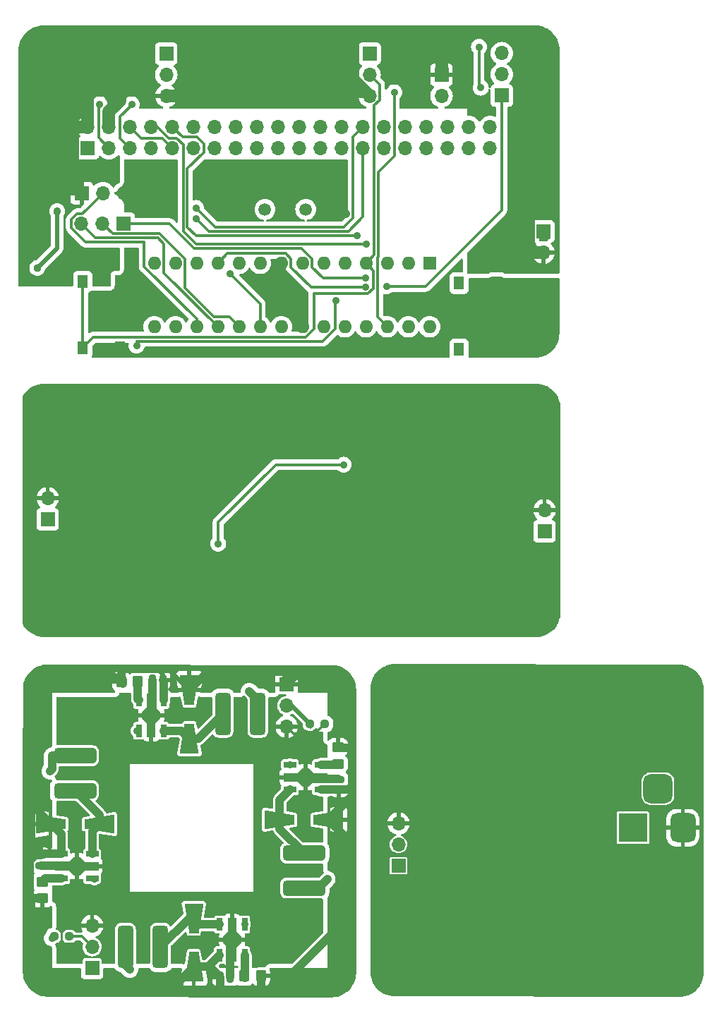
<source format=gbl>
G04 #@! TF.GenerationSoftware,KiCad,Pcbnew,7.0.11+dfsg-1build4*
G04 #@! TF.CreationDate,2025-02-09T17:53:47-07:00*
G04 #@! TF.ProjectId,iJet,694a6574-2e6b-4696-9361-645f70636258,rev?*
G04 #@! TF.SameCoordinates,Original*
G04 #@! TF.FileFunction,Copper,L2,Bot*
G04 #@! TF.FilePolarity,Positive*
%FSLAX46Y46*%
G04 Gerber Fmt 4.6, Leading zero omitted, Abs format (unit mm)*
G04 Created by KiCad (PCBNEW 7.0.11+dfsg-1build4) date 2025-02-09 17:53:47*
%MOMM*%
%LPD*%
G01*
G04 APERTURE LIST*
G04 Aperture macros list*
%AMRoundRect*
0 Rectangle with rounded corners*
0 $1 Rounding radius*
0 $2 $3 $4 $5 $6 $7 $8 $9 X,Y pos of 4 corners*
0 Add a 4 corners polygon primitive as box body*
4,1,4,$2,$3,$4,$5,$6,$7,$8,$9,$2,$3,0*
0 Add four circle primitives for the rounded corners*
1,1,$1+$1,$2,$3*
1,1,$1+$1,$4,$5*
1,1,$1+$1,$6,$7*
1,1,$1+$1,$8,$9*
0 Add four rect primitives between the rounded corners*
20,1,$1+$1,$2,$3,$4,$5,0*
20,1,$1+$1,$4,$5,$6,$7,0*
20,1,$1+$1,$6,$7,$8,$9,0*
20,1,$1+$1,$8,$9,$2,$3,0*%
%AMOutline4P*
0 Free polygon, 4 corners , with rotation*
0 The origin of the aperture is its center*
0 number of corners: always 4*
0 $1 to $8 corner X, Y*
0 $9 Rotation angle, in degrees counterclockwise*
0 create outline with 4 corners*
4,1,4,$1,$2,$3,$4,$5,$6,$7,$8,$1,$2,$9*%
%AMFreePoly0*
4,1,17,0.500000,0.989801,1.044902,0.444901,1.063500,0.400000,1.063500,-0.400000,1.044902,-0.444901,0.500000,-0.989801,0.500000,-2.600000,-0.500000,-2.600000,-0.500000,-0.989802,-1.044901,-0.444901,-1.063500,-0.400000,-1.063500,0.400000,-1.044901,0.444901,-0.500000,0.989802,-0.500000,2.600000,0.500000,2.600000,0.500000,0.989801,0.500000,0.989801,$1*%
G04 Aperture macros list end*
G04 #@! TA.AperFunction,ComponentPad*
%ADD10R,1.300000X1.550000*%
G04 #@! TD*
G04 #@! TA.AperFunction,SMDPad,CuDef*
%ADD11RoundRect,0.250000X-0.450000X0.350000X-0.450000X-0.350000X0.450000X-0.350000X0.450000X0.350000X0*%
G04 #@! TD*
G04 #@! TA.AperFunction,SMDPad,CuDef*
%ADD12RoundRect,0.250000X0.450000X-0.350000X0.450000X0.350000X-0.450000X0.350000X-0.450000X-0.350000X0*%
G04 #@! TD*
G04 #@! TA.AperFunction,SMDPad,CuDef*
%ADD13RoundRect,0.250000X0.350000X0.450000X-0.350000X0.450000X-0.350000X-0.450000X0.350000X-0.450000X0*%
G04 #@! TD*
G04 #@! TA.AperFunction,SMDPad,CuDef*
%ADD14RoundRect,0.250000X-0.350000X-0.450000X0.350000X-0.450000X0.350000X0.450000X-0.350000X0.450000X0*%
G04 #@! TD*
G04 #@! TA.AperFunction,ComponentPad*
%ADD15O,1.700000X1.700000*%
G04 #@! TD*
G04 #@! TA.AperFunction,ComponentPad*
%ADD16R,1.700000X1.700000*%
G04 #@! TD*
G04 #@! TA.AperFunction,SMDPad,CuDef*
%ADD17RoundRect,0.237500X0.250000X0.237500X-0.250000X0.237500X-0.250000X-0.237500X0.250000X-0.237500X0*%
G04 #@! TD*
G04 #@! TA.AperFunction,SMDPad,CuDef*
%ADD18RoundRect,0.237500X-0.250000X-0.237500X0.250000X-0.237500X0.250000X0.237500X-0.250000X0.237500X0*%
G04 #@! TD*
G04 #@! TA.AperFunction,SMDPad,CuDef*
%ADD19RoundRect,0.208750X0.431250X-0.208750X0.431250X0.208750X-0.431250X0.208750X-0.431250X-0.208750X0*%
G04 #@! TD*
G04 #@! TA.AperFunction,SMDPad,CuDef*
%ADD20RoundRect,0.208750X-0.431250X0.208750X-0.431250X-0.208750X0.431250X-0.208750X0.431250X0.208750X0*%
G04 #@! TD*
G04 #@! TA.AperFunction,SMDPad,CuDef*
%ADD21RoundRect,0.208750X-0.208750X-0.431250X0.208750X-0.431250X0.208750X0.431250X-0.208750X0.431250X0*%
G04 #@! TD*
G04 #@! TA.AperFunction,SMDPad,CuDef*
%ADD22RoundRect,0.208750X0.208750X0.431250X-0.208750X0.431250X-0.208750X-0.431250X0.208750X-0.431250X0*%
G04 #@! TD*
G04 #@! TA.AperFunction,ComponentPad*
%ADD23C,1.500000*%
G04 #@! TD*
G04 #@! TA.AperFunction,SMDPad,CuDef*
%ADD24R,1.500000X0.700000*%
G04 #@! TD*
G04 #@! TA.AperFunction,SMDPad,CuDef*
%ADD25FreePoly0,90.000000*%
G04 #@! TD*
G04 #@! TA.AperFunction,SMDPad,CuDef*
%ADD26FreePoly0,270.000000*%
G04 #@! TD*
G04 #@! TA.AperFunction,SMDPad,CuDef*
%ADD27FreePoly0,0.000000*%
G04 #@! TD*
G04 #@! TA.AperFunction,SMDPad,CuDef*
%ADD28R,0.700000X1.500000*%
G04 #@! TD*
G04 #@! TA.AperFunction,SMDPad,CuDef*
%ADD29FreePoly0,180.000000*%
G04 #@! TD*
G04 #@! TA.AperFunction,ComponentPad*
%ADD30R,1.600000X1.600000*%
G04 #@! TD*
G04 #@! TA.AperFunction,ComponentPad*
%ADD31O,1.600000X1.600000*%
G04 #@! TD*
G04 #@! TA.AperFunction,SMDPad,CuDef*
%ADD32RoundRect,0.475000X2.075000X-0.475000X2.075000X0.475000X-2.075000X0.475000X-2.075000X-0.475000X0*%
G04 #@! TD*
G04 #@! TA.AperFunction,SMDPad,CuDef*
%ADD33RoundRect,0.475000X-2.075000X0.475000X-2.075000X-0.475000X2.075000X-0.475000X2.075000X0.475000X0*%
G04 #@! TD*
G04 #@! TA.AperFunction,SMDPad,CuDef*
%ADD34RoundRect,0.475000X-0.475000X-2.075000X0.475000X-2.075000X0.475000X2.075000X-0.475000X2.075000X0*%
G04 #@! TD*
G04 #@! TA.AperFunction,SMDPad,CuDef*
%ADD35RoundRect,0.475000X0.475000X2.075000X-0.475000X2.075000X-0.475000X-2.075000X0.475000X-2.075000X0*%
G04 #@! TD*
G04 #@! TA.AperFunction,ComponentPad*
%ADD36R,3.500000X3.500000*%
G04 #@! TD*
G04 #@! TA.AperFunction,ComponentPad*
%ADD37RoundRect,0.750000X0.750000X1.000000X-0.750000X1.000000X-0.750000X-1.000000X0.750000X-1.000000X0*%
G04 #@! TD*
G04 #@! TA.AperFunction,ComponentPad*
%ADD38RoundRect,0.875000X0.875000X0.875000X-0.875000X0.875000X-0.875000X-0.875000X0.875000X-0.875000X0*%
G04 #@! TD*
G04 #@! TA.AperFunction,SMDPad,CuDef*
%ADD39Outline4P,-1.800000X-1.150000X1.800000X-0.550000X1.800000X0.550000X-1.800000X1.150000X180.000000*%
G04 #@! TD*
G04 #@! TA.AperFunction,SMDPad,CuDef*
%ADD40Outline4P,-1.800000X-1.150000X1.800000X-0.550000X1.800000X0.550000X-1.800000X1.150000X0.000000*%
G04 #@! TD*
G04 #@! TA.AperFunction,SMDPad,CuDef*
%ADD41Outline4P,-1.800000X-1.150000X1.800000X-0.550000X1.800000X0.550000X-1.800000X1.150000X90.000000*%
G04 #@! TD*
G04 #@! TA.AperFunction,SMDPad,CuDef*
%ADD42Outline4P,-1.800000X-1.150000X1.800000X-0.550000X1.800000X0.550000X-1.800000X1.150000X270.000000*%
G04 #@! TD*
G04 #@! TA.AperFunction,ViaPad*
%ADD43C,0.900000*%
G04 #@! TD*
G04 #@! TA.AperFunction,Conductor*
%ADD44C,1.000000*%
G04 #@! TD*
G04 #@! TA.AperFunction,Conductor*
%ADD45C,1.500000*%
G04 #@! TD*
G04 #@! TA.AperFunction,Conductor*
%ADD46C,0.500000*%
G04 #@! TD*
G04 #@! TA.AperFunction,Conductor*
%ADD47C,0.300000*%
G04 #@! TD*
G04 APERTURE END LIST*
D10*
X107757930Y-98725928D03*
X107757930Y-90775928D03*
X112257930Y-98725928D03*
X112257930Y-90775928D03*
D11*
X138356976Y-146656973D03*
X138356976Y-148656973D03*
D12*
X102889441Y-164804084D03*
X102889441Y-162804084D03*
D13*
X129131723Y-174113164D03*
X127131723Y-174113164D03*
D14*
X114380145Y-138819699D03*
X112380145Y-138819699D03*
D15*
X163161273Y-118228285D03*
D16*
X163161273Y-120768285D03*
X145638680Y-160878680D03*
D15*
X145638680Y-158338680D03*
X145638680Y-155798680D03*
D16*
X103556000Y-119314000D03*
D15*
X103556000Y-116774000D03*
X158022704Y-63385429D03*
X158022704Y-65925429D03*
D16*
X158022704Y-68465429D03*
D17*
X106149646Y-169366035D03*
X104324646Y-169366035D03*
D18*
X134965360Y-143858782D03*
X136790360Y-143858782D03*
D19*
X138491358Y-150513177D03*
X138491358Y-151768177D03*
D20*
X102713752Y-160867615D03*
X102713752Y-159612615D03*
D21*
X125477822Y-174268742D03*
X124222822Y-174268742D03*
D22*
X116100589Y-138608000D03*
X117355589Y-138608000D03*
D23*
X129628064Y-82125717D03*
X134508064Y-82125717D03*
D24*
X132622000Y-151768000D03*
X132622000Y-148768000D03*
X136322000Y-151768000D03*
X136322000Y-148768000D03*
D25*
X134472000Y-150268000D03*
D26*
X107040000Y-160936000D03*
D24*
X105190000Y-162436000D03*
X105190000Y-159436000D03*
X108890000Y-162436000D03*
X108890000Y-159436000D03*
D27*
X125678000Y-169778000D03*
D28*
X127178000Y-171628000D03*
X124178000Y-171628000D03*
X127178000Y-167928000D03*
X124178000Y-167928000D03*
X117478000Y-144704000D03*
X114478000Y-144704000D03*
X117478000Y-141004000D03*
X114478000Y-141004000D03*
D29*
X115978000Y-142854000D03*
D30*
X149367173Y-88580000D03*
D31*
X146827173Y-88580000D03*
X144287173Y-88580000D03*
X141747173Y-88580000D03*
X139207173Y-88580000D03*
X136667173Y-88580000D03*
X134127173Y-88580000D03*
X131587173Y-88580000D03*
X129047173Y-88580000D03*
X126507173Y-88580000D03*
X123967173Y-88580000D03*
X121427173Y-88580000D03*
X118887173Y-88580000D03*
X116347173Y-88580000D03*
X116347173Y-96200000D03*
X118887173Y-96200000D03*
X121427173Y-96200000D03*
X123967173Y-96200000D03*
X126507173Y-96200000D03*
X129047173Y-96200000D03*
X131587173Y-96200000D03*
X134127173Y-96200000D03*
X136667173Y-96200000D03*
X139207173Y-96200000D03*
X141747173Y-96200000D03*
X144287173Y-96200000D03*
X146827173Y-96200000D03*
X149367173Y-96200000D03*
D10*
X152907596Y-98936495D03*
X152907596Y-90986495D03*
X157407596Y-98936495D03*
X157407596Y-90986495D03*
D32*
X134290000Y-159368000D03*
X134290000Y-163568000D03*
D33*
X106858000Y-151884000D03*
X106858000Y-147684000D03*
D34*
X117086000Y-170612000D03*
X112886000Y-170612000D03*
D35*
X128770000Y-142672000D03*
X124570000Y-142672000D03*
D15*
X150800000Y-68514000D03*
D16*
X150800000Y-65974000D03*
X142168488Y-63424000D03*
D15*
X142168488Y-65964000D03*
X142168488Y-68504000D03*
D16*
X107635000Y-80163000D03*
D15*
X110175000Y-80163000D03*
X112715000Y-80163000D03*
D16*
X117780000Y-63424000D03*
D15*
X117780000Y-65964000D03*
X117780000Y-68504000D03*
X163037030Y-87300000D03*
D16*
X163037030Y-84760000D03*
X112683726Y-83851450D03*
D15*
X110143726Y-83851450D03*
X107603726Y-83851450D03*
D36*
X173756000Y-156329500D03*
D37*
X179756000Y-156329500D03*
D38*
X176756000Y-151629500D03*
D16*
X132233000Y-139131000D03*
D15*
X132233000Y-141671000D03*
X132233000Y-144211000D03*
D16*
X108890000Y-173152000D03*
D15*
X108890000Y-170612000D03*
X108890000Y-168072000D03*
D39*
X137190000Y-155372000D03*
D40*
X131390000Y-155372000D03*
X103958000Y-155880000D03*
D39*
X109758000Y-155880000D03*
D41*
X121082000Y-173004000D03*
D42*
X121082000Y-167204000D03*
D41*
X120565306Y-145637493D03*
D42*
X120565306Y-139837493D03*
D15*
X156630000Y-72230000D03*
X156630000Y-74770000D03*
X154090000Y-72230000D03*
X154090000Y-74770000D03*
X151550000Y-72230000D03*
X151550000Y-74770000D03*
X149010000Y-72230000D03*
X149010000Y-74770000D03*
X146470000Y-72230000D03*
X146470000Y-74770000D03*
X143930000Y-72230000D03*
X143930000Y-74770000D03*
X141390000Y-72230000D03*
X141390000Y-74770000D03*
X138850000Y-72230000D03*
X138850000Y-74770000D03*
X136310000Y-72230000D03*
X136310000Y-74770000D03*
X133770000Y-72230000D03*
X133770000Y-74770000D03*
X131230000Y-72230000D03*
X131230000Y-74770000D03*
X128690000Y-72230000D03*
X128690000Y-74770000D03*
X126150000Y-72230000D03*
X126150000Y-74770000D03*
X123610000Y-72230000D03*
X123610000Y-74770000D03*
X121070000Y-72230000D03*
X121070000Y-74770000D03*
X118530000Y-72230000D03*
X118530000Y-74770000D03*
X115990000Y-72230000D03*
X115990000Y-74770000D03*
X113450000Y-72230000D03*
X113450000Y-74770000D03*
X110910000Y-72230000D03*
X110910000Y-74770000D03*
X108370000Y-72230000D03*
D16*
X108370000Y-74770000D03*
D43*
X125400000Y-89840000D03*
X155303008Y-62628976D03*
X155509675Y-67521568D03*
X139340000Y-82662523D03*
X136596268Y-77492456D03*
X122022825Y-77497798D03*
X127393730Y-77503310D03*
X102310287Y-89153100D03*
X104698000Y-82344085D03*
X138100000Y-93048003D03*
X114224000Y-98476000D03*
X154456987Y-89173042D03*
X156087503Y-86201144D03*
X141656000Y-91448003D03*
X144196000Y-91364000D03*
X121336000Y-83236000D03*
X121336000Y-81949153D03*
X145130000Y-68078000D03*
X141656000Y-90348000D03*
X100896500Y-89124741D03*
X109810000Y-69514562D03*
X113650000Y-69514562D03*
X140640000Y-85268000D03*
X141798588Y-86283435D03*
X123876000Y-117272000D03*
X122352000Y-117272000D03*
X120828000Y-117272000D03*
X119304000Y-117272000D03*
X117780000Y-117272000D03*
X125400000Y-115748000D03*
X123876000Y-115748000D03*
X122352000Y-115748000D03*
X120828000Y-115748000D03*
X119304000Y-115748000D03*
X117780000Y-115748000D03*
X126924000Y-114224000D03*
X125400000Y-114224000D03*
X123876000Y-114224000D03*
X122352000Y-114224000D03*
X120828000Y-114224000D03*
X119304000Y-114224000D03*
X117780000Y-114224000D03*
X117780000Y-112700000D03*
X119304000Y-112700000D03*
X120828000Y-112700000D03*
X122352000Y-112700000D03*
X123876000Y-112700000D03*
X125400000Y-112700000D03*
X126924000Y-112700000D03*
X126924000Y-111176000D03*
X125400000Y-111176000D03*
X123876000Y-111176000D03*
X122352000Y-111176000D03*
X120828000Y-111176000D03*
X119304000Y-111176000D03*
X117780000Y-111176000D03*
X126924000Y-109652000D03*
X125400000Y-109652000D03*
X123876000Y-109652000D03*
X122352000Y-109652000D03*
X120828000Y-109652000D03*
X119304000Y-109652000D03*
X117780000Y-109652000D03*
X111176000Y-150800000D03*
X107112000Y-144196000D03*
X114224000Y-144704000D03*
X109144000Y-162484000D03*
X128956000Y-141148000D03*
X114478000Y-141004000D03*
X105190000Y-162436000D03*
X103810000Y-149532448D03*
X112700000Y-172136000D03*
X136068000Y-163500000D03*
X136322000Y-148768000D03*
X127131723Y-174113164D03*
X127178000Y-167928000D03*
X132622000Y-148768000D03*
X134965360Y-143858782D03*
X102889441Y-162804084D03*
X104064000Y-147752000D03*
X127747500Y-139941094D03*
X114380145Y-138819699D03*
X138356976Y-148656973D03*
X137084000Y-162484000D03*
X127178000Y-171628000D03*
X113400500Y-173342906D03*
X104064000Y-169596000D03*
X156083022Y-158460179D03*
X160871000Y-157388000D03*
X165459627Y-156369873D03*
X124007783Y-122236689D03*
X139059452Y-112760810D03*
D44*
X132233000Y-139131000D02*
X133264000Y-138100000D01*
X133264000Y-138100000D02*
X138100000Y-138100000D01*
X138100000Y-138100000D02*
X140066000Y-140066000D01*
X140066000Y-140066000D02*
X140066000Y-146736000D01*
D45*
X163037030Y-87300000D02*
X161977030Y-87300000D01*
X161977030Y-87300000D02*
X161237030Y-86560000D01*
X161237030Y-86560000D02*
X161237030Y-77878970D01*
X161237030Y-77878970D02*
X163764090Y-75351910D01*
X163764090Y-75351910D02*
X163764090Y-62173575D01*
X163764090Y-62173575D02*
X162474515Y-60884000D01*
X162474515Y-60884000D02*
X150800000Y-60884000D01*
D44*
X120565306Y-139837493D02*
X122810799Y-137592000D01*
X122810799Y-137592000D02*
X132512000Y-137592000D01*
X132233000Y-137871000D02*
X132233000Y-139131000D01*
X132512000Y-137592000D02*
X132233000Y-137871000D01*
D46*
X116905589Y-137518000D02*
X118245813Y-137518000D01*
X118245813Y-137518000D02*
X120565306Y-139837493D01*
X112380145Y-137566087D02*
X112428232Y-137518000D01*
X112428232Y-137518000D02*
X116905589Y-137518000D01*
X116905589Y-137518000D02*
X117355589Y-137968000D01*
X117355589Y-137968000D02*
X117355589Y-138608000D01*
D44*
X101524000Y-152832000D02*
X101524000Y-139116000D01*
X101524000Y-139116000D02*
X102358000Y-138282000D01*
X102358000Y-138282000D02*
X111664232Y-138282000D01*
X101373752Y-165315752D02*
X101373752Y-164516000D01*
X101373752Y-164516000D02*
X101373752Y-160276663D01*
X102889441Y-164804084D02*
X101661836Y-164804084D01*
X101661836Y-164804084D02*
X101373752Y-164516000D01*
X101524000Y-158422863D02*
X101524000Y-160126415D01*
X101524000Y-160126415D02*
X101373752Y-160276663D01*
X101524000Y-153446000D02*
X101524000Y-152832000D01*
X102713752Y-159612615D02*
X101524000Y-158422863D01*
X101524000Y-158422863D02*
X101524000Y-152832000D01*
X101524000Y-165466000D02*
X101373752Y-165315752D01*
X101373752Y-160276663D02*
X102037800Y-159612615D01*
X102037800Y-159612615D02*
X102713752Y-159612615D01*
X103958000Y-155880000D02*
X101524000Y-153446000D01*
X101524000Y-165466000D02*
X101524000Y-173854632D01*
X101524000Y-173854632D02*
X103462593Y-175793225D01*
X103462593Y-175793225D02*
X119304000Y-175793225D01*
X119304000Y-175793225D02*
X123876000Y-175793225D01*
X121082000Y-173004000D02*
X119304000Y-174782000D01*
X119304000Y-174782000D02*
X119304000Y-175793225D01*
X123876000Y-175793225D02*
X128956000Y-175793225D01*
X124222822Y-174268742D02*
X124222822Y-175446403D01*
X124222822Y-175446403D02*
X123876000Y-175793225D01*
X128956000Y-175793225D02*
X130886775Y-175793225D01*
X129131723Y-174113164D02*
X129131723Y-175617502D01*
X129131723Y-175617502D02*
X128956000Y-175793225D01*
X140066000Y-166614000D02*
X131750000Y-174930000D01*
X130886775Y-175793225D02*
X131750000Y-174930000D01*
D47*
X107757930Y-90775928D02*
X107757930Y-98725928D01*
X125400000Y-89840000D02*
X129047173Y-93487173D01*
X129047173Y-93487173D02*
X129047173Y-96200000D01*
X155303008Y-62628976D02*
X155303008Y-67314901D01*
X155303008Y-67314901D02*
X155509675Y-67521568D01*
D44*
X127393730Y-77503310D02*
X122028337Y-77503310D01*
X122028337Y-77503310D02*
X122022825Y-77497798D01*
X136596268Y-77492456D02*
X127404584Y-77492456D01*
X127404584Y-77492456D02*
X127393730Y-77503310D01*
X136596268Y-77492456D02*
X136596268Y-79918791D01*
X136596268Y-79918791D02*
X139340000Y-82662523D01*
D46*
X104698000Y-82344085D02*
X104698000Y-86765387D01*
X104698000Y-86765387D02*
X102310287Y-89153100D01*
D47*
X138100000Y-93048003D02*
X138057173Y-93090830D01*
X138057173Y-93090830D02*
X138057173Y-96436346D01*
X138057173Y-96436346D02*
X136533519Y-97960000D01*
X136533519Y-97960000D02*
X114228000Y-97960000D01*
X114228000Y-97960000D02*
X114224000Y-97964000D01*
X114224000Y-97964000D02*
X114224000Y-98476000D01*
X107757930Y-98725928D02*
X109023858Y-97460000D01*
X109023858Y-97460000D02*
X134493519Y-97460000D01*
X142637173Y-89470000D02*
X141747173Y-88580000D01*
X134493519Y-97460000D02*
X135517173Y-96436346D01*
X142637173Y-91598201D02*
X142637173Y-89470000D01*
X135517173Y-96436346D02*
X135517173Y-92248003D01*
X141987371Y-92248003D02*
X142637173Y-91598201D01*
X135517173Y-92248003D02*
X141987371Y-92248003D01*
D44*
X156087503Y-86201144D02*
X156087503Y-87542526D01*
X156087503Y-87542526D02*
X154456987Y-89173042D01*
D45*
X163037030Y-87300000D02*
X157186359Y-87300000D01*
X157186359Y-87300000D02*
X156087503Y-86201144D01*
X140132000Y-60884000D02*
X120320000Y-60884000D01*
X120320000Y-60884000D02*
X112700000Y-60884000D01*
X117780000Y-68504000D02*
X118982081Y-68504000D01*
X118982081Y-68504000D02*
X120320000Y-67166081D01*
X120320000Y-67166081D02*
X120320000Y-60884000D01*
D47*
X132737173Y-88033173D02*
X132737173Y-89049173D01*
X135136003Y-91448003D02*
X141656000Y-91448003D01*
X158022704Y-82224469D02*
X158022704Y-68465429D01*
X132737173Y-89049173D02*
X135136003Y-91448003D01*
X132134000Y-87430000D02*
X132737173Y-88033173D01*
X123967173Y-88580000D02*
X125117173Y-87430000D01*
X125117173Y-87430000D02*
X132134000Y-87430000D01*
X148883173Y-91364000D02*
X158022704Y-82224469D01*
X144196000Y-91364000D02*
X148883173Y-91364000D01*
X121336000Y-81949153D02*
X123646847Y-84260000D01*
X123646847Y-84260000D02*
X139108000Y-84260000D01*
X139108000Y-84260000D02*
X140190000Y-83178000D01*
X140190000Y-83178000D02*
X140190000Y-73430000D01*
X140190000Y-73430000D02*
X141390000Y-72230000D01*
X139624000Y-84760000D02*
X141390000Y-82994000D01*
X121336000Y-83236000D02*
X122860000Y-84760000D01*
X122860000Y-84760000D02*
X139624000Y-84760000D01*
X141390000Y-82994000D02*
X141390000Y-74770000D01*
D45*
X150800000Y-60884000D02*
X140132000Y-60884000D01*
X150800000Y-65974000D02*
X150800000Y-60884000D01*
X142162903Y-68504000D02*
X140132000Y-66473097D01*
X142168488Y-68504000D02*
X142162903Y-68504000D01*
X140132000Y-66473097D02*
X140132000Y-60884000D01*
D47*
X121427173Y-96200000D02*
X121427173Y-95286346D01*
X121427173Y-95286346D02*
X115140447Y-88999620D01*
X107106669Y-82651450D02*
X107696550Y-82651450D01*
X115140447Y-88999620D02*
X115140447Y-86051450D01*
X115140447Y-86051450D02*
X108106669Y-86051450D01*
X108106669Y-86051450D02*
X106403726Y-84348507D01*
X106403726Y-84348507D02*
X106403726Y-83354393D01*
X106403726Y-83354393D02*
X107106669Y-82651450D01*
X107696550Y-82651450D02*
X108128000Y-82220000D01*
X108128000Y-82220000D02*
X108128000Y-82210000D01*
X108128000Y-82210000D02*
X110175000Y-80163000D01*
X123967173Y-96200000D02*
X117497173Y-89730000D01*
X117497173Y-89730000D02*
X117497173Y-86270760D01*
X117497173Y-86270760D02*
X116777863Y-85551450D01*
X116777863Y-85551450D02*
X109303726Y-85551450D01*
X109303726Y-85551450D02*
X107603726Y-83851450D01*
X110143726Y-83851450D02*
X111343726Y-85051450D01*
X120037173Y-91562894D02*
X123524279Y-95050000D01*
X111343726Y-85051450D02*
X116984969Y-85051450D01*
X116984969Y-85051450D02*
X120037173Y-88103654D01*
X120037173Y-88103654D02*
X120037173Y-91562894D01*
X125357173Y-95050000D02*
X126507173Y-96200000D01*
X123524279Y-95050000D02*
X125357173Y-95050000D01*
X135277173Y-88103654D02*
X133957519Y-86784000D01*
X141656000Y-90348000D02*
X136576000Y-90348000D01*
X136576000Y-90348000D02*
X135277173Y-89049173D01*
X135277173Y-89049173D02*
X135277173Y-88103654D01*
X133957519Y-86784000D02*
X121128894Y-86784000D01*
X118196344Y-83851450D02*
X112683726Y-83851450D01*
X121128894Y-86784000D02*
X118196344Y-83851450D01*
D46*
X100896500Y-79799500D02*
X101598000Y-79098000D01*
X101598000Y-79098000D02*
X106570000Y-79098000D01*
D45*
X108370000Y-72230000D02*
X107167919Y-72230000D01*
X107167919Y-72230000D02*
X106570000Y-72827919D01*
X106570000Y-72827919D02*
X106570000Y-79098000D01*
X106570000Y-79098000D02*
X107635000Y-80163000D01*
D44*
X117811274Y-63392726D02*
X117780000Y-63424000D01*
D46*
X108370000Y-72230000D02*
X108370000Y-72326000D01*
X100896500Y-79799500D02*
X100896500Y-89124741D01*
D45*
X112700000Y-60884000D02*
X110668000Y-60884000D01*
X110910000Y-72230000D02*
X110910000Y-70394461D01*
X110910000Y-70394461D02*
X112192000Y-69112461D01*
X112192000Y-69112461D02*
X112192000Y-61392000D01*
X112192000Y-61392000D02*
X112700000Y-60884000D01*
D47*
X110910000Y-74770000D02*
X109652000Y-73512000D01*
X109652000Y-69672562D02*
X109810000Y-69514562D01*
X109652000Y-73512000D02*
X109652000Y-69672562D01*
D45*
X110668000Y-60884000D02*
X109144000Y-60884000D01*
X108370000Y-61658000D02*
X108370000Y-72230000D01*
X109144000Y-60884000D02*
X108370000Y-61658000D01*
D47*
X113450000Y-74770000D02*
X112250000Y-73570000D01*
X112250000Y-73570000D02*
X112250000Y-70986000D01*
X112250000Y-70986000D02*
X113650000Y-69586000D01*
X113650000Y-69586000D02*
X113650000Y-69514562D01*
X143230000Y-87804280D02*
X143230000Y-77648000D01*
X144287173Y-96200000D02*
X143137173Y-95050000D01*
X145130000Y-75748000D02*
X145130000Y-68078000D01*
X143137173Y-95050000D02*
X143137173Y-87897107D01*
X143137173Y-87897107D02*
X143230000Y-87804280D01*
X143230000Y-77648000D02*
X145130000Y-75748000D01*
X140640000Y-85268000D02*
X121336000Y-85268000D01*
X119730000Y-73430000D02*
X118530000Y-72230000D01*
X121336000Y-85268000D02*
X120312000Y-84244000D01*
X120312000Y-84244000D02*
X120312000Y-77225057D01*
X120312000Y-77225057D02*
X122270000Y-75267057D01*
X122270000Y-75267057D02*
X122270000Y-74272943D01*
X122270000Y-74272943D02*
X121427057Y-73430000D01*
X121427057Y-73430000D02*
X119730000Y-73430000D01*
X118037106Y-73570000D02*
X119027057Y-73570000D01*
X119812000Y-84760000D02*
X121336000Y-86284000D01*
X119812000Y-74354943D02*
X119812000Y-84760000D01*
X119027057Y-73570000D02*
X119812000Y-74354943D01*
X116697106Y-72230000D02*
X118037106Y-73570000D01*
X115990000Y-72230000D02*
X116697106Y-72230000D01*
X121336000Y-86284000D02*
X141798023Y-86284000D01*
X141798023Y-86284000D02*
X141798588Y-86283435D01*
X141747173Y-88580000D02*
X142730000Y-87597173D01*
X142730000Y-87597173D02*
X142730000Y-69639545D01*
X143368488Y-69001057D02*
X143368488Y-67164000D01*
X142730000Y-69639545D02*
X143368488Y-69001057D01*
X143368488Y-67164000D02*
X142168488Y-65964000D01*
D44*
X131587173Y-88580000D02*
X131587173Y-93660000D01*
X131587173Y-93660000D02*
X134127173Y-96200000D01*
D47*
X113450000Y-72230000D02*
X114790000Y-73570000D01*
X114790000Y-73570000D02*
X117330000Y-73570000D01*
X117330000Y-73570000D02*
X118530000Y-74770000D01*
X136790360Y-143858782D02*
X135588142Y-145061000D01*
X135588142Y-145061000D02*
X133083000Y-145061000D01*
X133083000Y-145061000D02*
X132233000Y-144211000D01*
X114478000Y-144704000D02*
X114224000Y-144704000D01*
D44*
X104064000Y-147752000D02*
X104064000Y-149278448D01*
X104064000Y-149278448D02*
X103810000Y-149532448D01*
X106858000Y-147684000D02*
X104132000Y-147684000D01*
X104132000Y-147684000D02*
X104064000Y-147752000D01*
D46*
X134965360Y-143858782D02*
X134965360Y-144109360D01*
X134965360Y-144109360D02*
X135052000Y-144196000D01*
X132233000Y-141671000D02*
X132777578Y-141671000D01*
X132777578Y-141671000D02*
X134965360Y-143858782D01*
D44*
X128770000Y-142672000D02*
X128770000Y-140963594D01*
X128770000Y-140963594D02*
X127747500Y-139941094D01*
X112380145Y-138819699D02*
X112380145Y-137566087D01*
X114380145Y-138819699D02*
X114380145Y-140906145D01*
X114380145Y-140906145D02*
X114478000Y-141004000D01*
X134290000Y-163568000D02*
X136000000Y-163568000D01*
X136000000Y-163568000D02*
X137084000Y-162484000D01*
X131390000Y-155372000D02*
X131390000Y-156468000D01*
X131390000Y-156468000D02*
X134290000Y-159368000D01*
X109758000Y-155880000D02*
X109758000Y-154784000D01*
X109758000Y-154784000D02*
X106858000Y-151884000D01*
X108890000Y-159436000D02*
X108890000Y-156748000D01*
X108890000Y-156748000D02*
X109758000Y-155880000D01*
X105190000Y-162436000D02*
X103257525Y-162436000D01*
X103257525Y-162436000D02*
X102889441Y-162804084D01*
X105190000Y-159436000D02*
X105190000Y-157112000D01*
X105190000Y-157112000D02*
X103958000Y-155880000D01*
X105190000Y-159436000D02*
X102890367Y-159436000D01*
X102890367Y-159436000D02*
X102713752Y-159612615D01*
X102713752Y-160867615D02*
X106971615Y-160867615D01*
X106971615Y-160867615D02*
X107040000Y-160936000D01*
X112886000Y-170612000D02*
X112886000Y-172828406D01*
X112886000Y-172828406D02*
X113400500Y-173342906D01*
X121082000Y-167204000D02*
X120494000Y-167204000D01*
X120494000Y-167204000D02*
X117086000Y-170612000D01*
X124178000Y-167928000D02*
X121806000Y-167928000D01*
X121806000Y-167928000D02*
X121082000Y-167204000D01*
X127222417Y-174328045D02*
X127222417Y-171672417D01*
X127222417Y-171672417D02*
X127178000Y-171628000D01*
X125477822Y-174268742D02*
X125477822Y-169978178D01*
X125477822Y-169978178D02*
X125678000Y-169778000D01*
X122958080Y-173004000D02*
X122958080Y-172847920D01*
X122958080Y-172847920D02*
X124178000Y-171628000D01*
X121082000Y-173004000D02*
X122958080Y-173004000D01*
X122958080Y-173004000D02*
X124222822Y-174268742D01*
X112549500Y-138608000D02*
X112549500Y-139075500D01*
X131390000Y-155372000D02*
X131390000Y-153000000D01*
X131390000Y-153000000D02*
X132622000Y-151768000D01*
X136322000Y-148768000D02*
X138158449Y-148768000D01*
X138158449Y-148768000D02*
X138356976Y-148569473D01*
X138376744Y-150449244D02*
X134653244Y-150449244D01*
X134653244Y-150449244D02*
X134472000Y-150268000D01*
X140066000Y-146736000D02*
X140066000Y-151816000D01*
X138356976Y-146744473D02*
X140057527Y-146744473D01*
X140057527Y-146744473D02*
X140066000Y-146736000D01*
X140066000Y-151816000D02*
X140066000Y-152496000D01*
X138376744Y-151704244D02*
X139954244Y-151704244D01*
X139954244Y-151704244D02*
X140066000Y-151816000D01*
X136322000Y-151768000D02*
X138312988Y-151768000D01*
X138312988Y-151768000D02*
X138376744Y-151704244D01*
X116100589Y-138608000D02*
X116100589Y-142731411D01*
X116100589Y-142731411D02*
X115978000Y-142854000D01*
X117478000Y-141004000D02*
X117478000Y-138730411D01*
X117478000Y-138730411D02*
X117355589Y-138608000D01*
X120565306Y-145637493D02*
X121604507Y-145637493D01*
X121604507Y-145637493D02*
X124570000Y-142672000D01*
X117478000Y-144704000D02*
X119631813Y-144704000D01*
X119631813Y-144704000D02*
X120565306Y-145637493D01*
X137190000Y-155372000D02*
X140066000Y-158248000D01*
X140066000Y-158248000D02*
X140066000Y-166614000D01*
X140066000Y-152496000D02*
X137190000Y-155372000D01*
D47*
X117355589Y-140881589D02*
X117478000Y-141004000D01*
X104324646Y-169366035D02*
X104293965Y-169366035D01*
X104293965Y-169366035D02*
X104064000Y-169596000D01*
X106149646Y-169366035D02*
X107644035Y-169366035D01*
X107644035Y-169366035D02*
X108890000Y-170612000D01*
X124007783Y-122236689D02*
X124007783Y-119680217D01*
X124007783Y-119680217D02*
X130927190Y-112760810D01*
X130927190Y-112760810D02*
X139059452Y-112760810D01*
G04 #@! TA.AperFunction,Conductor*
G36*
X179267846Y-136771724D02*
G01*
X179268440Y-136771820D01*
X179287592Y-136771820D01*
X179300519Y-136771820D01*
X179307472Y-136772015D01*
X179627296Y-136789976D01*
X179641093Y-136791530D01*
X179953456Y-136844603D01*
X179967012Y-136847697D01*
X180042779Y-136869525D01*
X180271475Y-136935411D01*
X180284576Y-136939996D01*
X180577308Y-137061250D01*
X180589822Y-137067276D01*
X180867134Y-137220542D01*
X180878908Y-137227941D01*
X181137296Y-137411278D01*
X181148168Y-137419948D01*
X181384406Y-137631065D01*
X181394239Y-137640897D01*
X181605368Y-137877152D01*
X181614027Y-137888010D01*
X181797373Y-138146413D01*
X181804771Y-138158187D01*
X181958029Y-138435490D01*
X181964062Y-138448019D01*
X182085303Y-138740725D01*
X182089896Y-138753850D01*
X182177606Y-139058305D01*
X182180700Y-139071862D01*
X182233769Y-139384214D01*
X182235326Y-139398032D01*
X182253305Y-139718204D01*
X182253500Y-139725156D01*
X182253500Y-163711275D01*
X182253500Y-164153009D01*
X182251864Y-165753244D01*
X182243778Y-173667088D01*
X182243742Y-173667324D01*
X182243742Y-173699260D01*
X182243547Y-173706215D01*
X182225582Y-174026028D01*
X182224025Y-174039845D01*
X182170949Y-174352204D01*
X182167854Y-174365761D01*
X182080144Y-174670198D01*
X182075552Y-174683323D01*
X181954299Y-174976047D01*
X181948266Y-174988574D01*
X181795012Y-175265865D01*
X181787613Y-175277640D01*
X181604270Y-175536033D01*
X181595601Y-175546904D01*
X181384480Y-175783149D01*
X181374647Y-175792981D01*
X181138399Y-176004106D01*
X181127527Y-176012776D01*
X180869141Y-176196111D01*
X180857368Y-176203509D01*
X180580073Y-176356766D01*
X180567545Y-176362800D01*
X180274827Y-176484051D01*
X180261701Y-176488644D01*
X179957252Y-176576356D01*
X179943696Y-176579450D01*
X179631343Y-176632525D01*
X179617525Y-176634082D01*
X179298566Y-176651998D01*
X179289973Y-176652182D01*
X178806200Y-176645788D01*
X178803867Y-176645541D01*
X178784994Y-176645501D01*
X178783634Y-176645490D01*
X178764911Y-176645244D01*
X178762572Y-176645455D01*
X145255828Y-176576253D01*
X145255366Y-176576180D01*
X145236408Y-176576180D01*
X145223489Y-176576180D01*
X145216536Y-176575985D01*
X144896713Y-176558024D01*
X144882895Y-176556467D01*
X144570543Y-176503396D01*
X144556987Y-176500302D01*
X144252534Y-176412591D01*
X144239412Y-176407999D01*
X143946698Y-176286752D01*
X143934170Y-176280719D01*
X143656865Y-176127457D01*
X143645091Y-176120058D01*
X143386703Y-175936721D01*
X143375831Y-175928051D01*
X143139593Y-175716934D01*
X143129760Y-175707102D01*
X142988521Y-175549055D01*
X142918629Y-175470845D01*
X142909973Y-175459991D01*
X142726622Y-175201580D01*
X142719228Y-175189812D01*
X142565970Y-174912509D01*
X142559937Y-174899980D01*
X142438696Y-174607274D01*
X142434103Y-174594149D01*
X142346393Y-174289694D01*
X142343299Y-174276137D01*
X142303153Y-174039845D01*
X142290228Y-173963775D01*
X142288674Y-173949978D01*
X142270695Y-173629795D01*
X142270500Y-173622843D01*
X142270500Y-161748432D01*
X144588180Y-161748432D01*
X144599811Y-161806909D01*
X144599812Y-161806910D01*
X144644127Y-161873232D01*
X144710449Y-161917547D01*
X144710450Y-161917548D01*
X144768927Y-161929179D01*
X144768930Y-161929180D01*
X144768932Y-161929180D01*
X146508430Y-161929180D01*
X146508431Y-161929179D01*
X146523248Y-161926232D01*
X146566909Y-161917548D01*
X146566909Y-161917547D01*
X146566911Y-161917547D01*
X146633232Y-161873232D01*
X146677547Y-161806911D01*
X146677547Y-161806909D01*
X146677548Y-161806909D01*
X146689179Y-161748432D01*
X146689180Y-161748430D01*
X146689180Y-160008929D01*
X146689179Y-160008927D01*
X146677548Y-159950450D01*
X146677547Y-159950449D01*
X146633232Y-159884127D01*
X146566910Y-159839812D01*
X146566909Y-159839811D01*
X146508432Y-159828180D01*
X146508428Y-159828180D01*
X144768932Y-159828180D01*
X144768927Y-159828180D01*
X144710450Y-159839811D01*
X144710449Y-159839812D01*
X144644127Y-159884127D01*
X144599812Y-159950449D01*
X144599811Y-159950450D01*
X144588180Y-160008927D01*
X144588180Y-161748432D01*
X142270500Y-161748432D01*
X142270500Y-156048680D01*
X144308044Y-156048680D01*
X144365247Y-156262166D01*
X144365250Y-156262172D01*
X144465079Y-156476258D01*
X144600574Y-156669762D01*
X144767597Y-156836785D01*
X144961101Y-156972280D01*
X145175187Y-157072109D01*
X145175196Y-157072113D01*
X145297329Y-157104838D01*
X145356990Y-157141203D01*
X145387519Y-157204049D01*
X145379225Y-157273425D01*
X145334739Y-157327303D01*
X145301232Y-157343273D01*
X145234726Y-157363447D01*
X145104038Y-157433302D01*
X145052230Y-157460995D01*
X145052228Y-157460996D01*
X145052227Y-157460997D01*
X144892269Y-157592269D01*
X144760997Y-157752227D01*
X144663449Y-157934723D01*
X144663448Y-157934725D01*
X144663448Y-157934726D01*
X144656578Y-157957372D01*
X144603379Y-158132747D01*
X144583097Y-158338680D01*
X144603379Y-158544612D01*
X144603380Y-158544614D01*
X144663448Y-158742634D01*
X144760995Y-158925130D01*
X144760997Y-158925132D01*
X144892269Y-159085090D01*
X144988889Y-159164382D01*
X145052230Y-159216365D01*
X145234726Y-159313912D01*
X145432746Y-159373980D01*
X145432745Y-159373980D01*
X145451209Y-159375798D01*
X145638680Y-159394263D01*
X145844614Y-159373980D01*
X146042634Y-159313912D01*
X146225130Y-159216365D01*
X146385090Y-159085090D01*
X146516365Y-158925130D01*
X146613912Y-158742634D01*
X146673980Y-158544614D01*
X146694263Y-158338680D01*
X146673980Y-158132746D01*
X146663820Y-158099252D01*
X171805500Y-158099252D01*
X171817131Y-158157729D01*
X171817132Y-158157730D01*
X171861447Y-158224052D01*
X171927769Y-158268367D01*
X171927770Y-158268368D01*
X171986247Y-158279999D01*
X171986250Y-158280000D01*
X171986252Y-158280000D01*
X175525750Y-158280000D01*
X175525751Y-158279999D01*
X175540568Y-158277052D01*
X175584229Y-158268368D01*
X175584229Y-158268367D01*
X175584231Y-158268367D01*
X175650552Y-158224052D01*
X175694867Y-158157731D01*
X175694867Y-158157729D01*
X175694868Y-158157729D01*
X175706499Y-158099252D01*
X175706500Y-158099250D01*
X175706500Y-156079500D01*
X177756000Y-156079500D01*
X179256000Y-156079500D01*
X179256000Y-156579500D01*
X177756001Y-156579500D01*
X177756001Y-157393697D01*
X177766400Y-157525832D01*
X177821377Y-157744019D01*
X177914428Y-157948874D01*
X177914431Y-157948880D01*
X178042559Y-158133823D01*
X178042569Y-158133835D01*
X178201664Y-158292930D01*
X178201676Y-158292940D01*
X178386619Y-158421068D01*
X178386625Y-158421071D01*
X178591480Y-158514122D01*
X178809667Y-158569099D01*
X178941810Y-158579499D01*
X179505999Y-158579499D01*
X179506000Y-158579498D01*
X179506000Y-157763186D01*
X179546156Y-157788993D01*
X179684111Y-157829500D01*
X179827889Y-157829500D01*
X179965844Y-157788993D01*
X180006000Y-157763186D01*
X180006000Y-158579499D01*
X180570182Y-158579499D01*
X180570197Y-158579498D01*
X180702332Y-158569099D01*
X180920519Y-158514122D01*
X181125374Y-158421071D01*
X181125380Y-158421068D01*
X181310323Y-158292940D01*
X181310335Y-158292930D01*
X181469430Y-158133835D01*
X181469440Y-158133823D01*
X181597568Y-157948880D01*
X181597571Y-157948874D01*
X181690622Y-157744019D01*
X181745599Y-157525832D01*
X181755999Y-157393696D01*
X181756000Y-157393684D01*
X181756000Y-156579500D01*
X180256000Y-156579500D01*
X180256000Y-156079500D01*
X181755999Y-156079500D01*
X181755999Y-155265317D01*
X181755998Y-155265302D01*
X181745599Y-155133167D01*
X181690622Y-154914980D01*
X181597571Y-154710125D01*
X181597568Y-154710119D01*
X181469440Y-154525176D01*
X181469430Y-154525164D01*
X181310335Y-154366069D01*
X181310323Y-154366059D01*
X181125380Y-154237931D01*
X181125374Y-154237928D01*
X180920519Y-154144877D01*
X180702332Y-154089900D01*
X180570196Y-154079500D01*
X180006000Y-154079500D01*
X180006000Y-154895813D01*
X179965844Y-154870007D01*
X179827889Y-154829500D01*
X179684111Y-154829500D01*
X179546156Y-154870007D01*
X179506000Y-154895813D01*
X179506000Y-154079500D01*
X178941817Y-154079500D01*
X178941802Y-154079501D01*
X178809667Y-154089900D01*
X178591480Y-154144877D01*
X178386625Y-154237928D01*
X178386619Y-154237931D01*
X178201676Y-154366059D01*
X178201664Y-154366069D01*
X178042569Y-154525164D01*
X178042559Y-154525176D01*
X177914431Y-154710119D01*
X177914428Y-154710125D01*
X177821377Y-154914980D01*
X177766400Y-155133167D01*
X177756000Y-155265303D01*
X177756000Y-156079500D01*
X175706500Y-156079500D01*
X175706500Y-154559749D01*
X175706499Y-154559747D01*
X175694868Y-154501270D01*
X175694867Y-154501269D01*
X175650552Y-154434947D01*
X175584230Y-154390632D01*
X175584229Y-154390631D01*
X175525752Y-154379000D01*
X175525748Y-154379000D01*
X171986252Y-154379000D01*
X171986247Y-154379000D01*
X171927770Y-154390631D01*
X171927769Y-154390632D01*
X171861447Y-154434947D01*
X171817132Y-154501269D01*
X171817131Y-154501270D01*
X171805500Y-154559747D01*
X171805500Y-158099252D01*
X146663820Y-158099252D01*
X146613912Y-157934726D01*
X146516365Y-157752230D01*
X146393568Y-157602600D01*
X146385090Y-157592269D01*
X146225132Y-157460997D01*
X146225133Y-157460997D01*
X146225130Y-157460995D01*
X146042634Y-157363448D01*
X145976127Y-157343273D01*
X145917689Y-157304976D01*
X145889233Y-157241164D01*
X145899793Y-157172097D01*
X145946017Y-157119703D01*
X145980030Y-157104838D01*
X146102163Y-157072113D01*
X146102172Y-157072109D01*
X146316258Y-156972280D01*
X146509762Y-156836785D01*
X146676785Y-156669762D01*
X146812280Y-156476258D01*
X146912109Y-156262172D01*
X146912112Y-156262166D01*
X146969316Y-156048680D01*
X146072366Y-156048680D01*
X146098173Y-156008524D01*
X146138680Y-155870569D01*
X146138680Y-155726791D01*
X146098173Y-155588836D01*
X146072366Y-155548680D01*
X146969316Y-155548680D01*
X146969315Y-155548679D01*
X146912112Y-155335193D01*
X146912109Y-155335187D01*
X146812280Y-155121102D01*
X146812279Y-155121100D01*
X146676793Y-154927606D01*
X146676788Y-154927600D01*
X146509762Y-154760574D01*
X146316258Y-154625079D01*
X146102172Y-154525250D01*
X146102166Y-154525247D01*
X145888680Y-154468044D01*
X145888680Y-155363178D01*
X145780995Y-155314000D01*
X145674443Y-155298680D01*
X145602917Y-155298680D01*
X145496365Y-155314000D01*
X145388680Y-155363178D01*
X145388680Y-154468044D01*
X145388679Y-154468044D01*
X145175193Y-154525247D01*
X145175187Y-154525250D01*
X144961102Y-154625079D01*
X144961100Y-154625080D01*
X144767606Y-154760566D01*
X144767600Y-154760571D01*
X144600571Y-154927600D01*
X144600566Y-154927606D01*
X144465080Y-155121100D01*
X144465079Y-155121102D01*
X144365250Y-155335187D01*
X144365247Y-155335193D01*
X144308044Y-155548679D01*
X144308044Y-155548680D01*
X145204994Y-155548680D01*
X145179187Y-155588836D01*
X145138680Y-155726791D01*
X145138680Y-155870569D01*
X145179187Y-156008524D01*
X145204994Y-156048680D01*
X144308044Y-156048680D01*
X142270500Y-156048680D01*
X142270500Y-152586618D01*
X174805500Y-152586618D01*
X174808249Y-152632763D01*
X174808249Y-152632767D01*
X174808250Y-152632768D01*
X174851907Y-152833461D01*
X174851909Y-152833468D01*
X174932760Y-153022271D01*
X174932763Y-153022277D01*
X174932766Y-153022281D01*
X175047882Y-153192368D01*
X175047890Y-153192377D01*
X175193122Y-153337609D01*
X175193131Y-153337617D01*
X175295849Y-153407137D01*
X175363223Y-153452737D01*
X175363228Y-153452739D01*
X175552031Y-153533590D01*
X175552038Y-153533592D01*
X175618935Y-153548144D01*
X175752737Y-153577251D01*
X175798882Y-153580000D01*
X175798893Y-153580000D01*
X177713107Y-153580000D01*
X177713118Y-153580000D01*
X177759263Y-153577251D01*
X177934954Y-153539031D01*
X177959961Y-153533592D01*
X177959968Y-153533590D01*
X178022902Y-153506639D01*
X178148777Y-153452737D01*
X178318875Y-153337612D01*
X178464112Y-153192375D01*
X178579237Y-153022277D01*
X178660091Y-152833465D01*
X178703751Y-152632763D01*
X178706500Y-152586618D01*
X178706500Y-150672382D01*
X178703751Y-150626237D01*
X178660091Y-150425535D01*
X178660090Y-150425531D01*
X178579239Y-150236728D01*
X178579237Y-150236723D01*
X178533637Y-150169349D01*
X178464117Y-150066631D01*
X178464109Y-150066622D01*
X178318877Y-149921390D01*
X178318868Y-149921382D01*
X178148781Y-149806266D01*
X178148777Y-149806263D01*
X178148773Y-149806261D01*
X178148771Y-149806260D01*
X177959968Y-149725409D01*
X177959961Y-149725407D01*
X177759268Y-149681750D01*
X177759267Y-149681749D01*
X177759263Y-149681749D01*
X177713118Y-149679000D01*
X175798882Y-149679000D01*
X175752737Y-149681749D01*
X175752732Y-149681749D01*
X175752731Y-149681750D01*
X175552038Y-149725407D01*
X175552031Y-149725409D01*
X175363228Y-149806260D01*
X175363218Y-149806266D01*
X175193131Y-149921382D01*
X175193122Y-149921390D01*
X175047890Y-150066622D01*
X175047882Y-150066631D01*
X174932766Y-150236718D01*
X174932760Y-150236728D01*
X174851909Y-150425531D01*
X174851907Y-150425538D01*
X174808250Y-150626231D01*
X174808249Y-150626237D01*
X174805500Y-150672382D01*
X174805500Y-152586618D01*
X142270500Y-152586618D01*
X142270500Y-139635480D01*
X142270695Y-139628527D01*
X142283639Y-139398032D01*
X142288656Y-139308700D01*
X142290210Y-139294907D01*
X142343283Y-138982537D01*
X142346377Y-138968985D01*
X142408357Y-138753850D01*
X142434090Y-138664526D01*
X142438682Y-138651406D01*
X142528117Y-138435490D01*
X142559929Y-138358686D01*
X142565951Y-138346180D01*
X142719227Y-138068850D01*
X142726605Y-138057107D01*
X142909972Y-137798676D01*
X142918619Y-137787834D01*
X143129750Y-137551579D01*
X143139581Y-137541749D01*
X143375834Y-137330619D01*
X143386676Y-137321972D01*
X143645107Y-137138605D01*
X143656850Y-137131227D01*
X143934180Y-136977951D01*
X143946686Y-136971929D01*
X144239406Y-136850682D01*
X144252526Y-136846090D01*
X144556990Y-136758375D01*
X144570537Y-136755283D01*
X144882905Y-136702210D01*
X144896702Y-136700656D01*
X145216364Y-136682703D01*
X145223606Y-136682509D01*
X179267846Y-136771724D01*
G37*
G04 #@! TD.AperFunction*
G04 #@! TA.AperFunction,Conductor*
G36*
X124771205Y-172678340D02*
G01*
X124793146Y-172703985D01*
X124796239Y-172708798D01*
X124904900Y-172802951D01*
X124904901Y-172802952D01*
X125035683Y-172862679D01*
X125035688Y-172862680D01*
X125178000Y-172883141D01*
X125178001Y-172883142D01*
X125179756Y-172883142D01*
X125180321Y-172883307D01*
X125182419Y-172883458D01*
X125182386Y-172883914D01*
X125246795Y-172902827D01*
X125292550Y-172955631D01*
X125302494Y-173024789D01*
X125273469Y-173088345D01*
X125214691Y-173126119D01*
X125190978Y-173130633D01*
X125140376Y-173135231D01*
X125104583Y-173146385D01*
X125067693Y-173152000D01*
X124289520Y-173152000D01*
X124222481Y-173132315D01*
X124201839Y-173115681D01*
X124099798Y-173013640D01*
X124066313Y-172952317D01*
X124071297Y-172882625D01*
X124099793Y-172838284D01*
X124223261Y-172714815D01*
X124284582Y-172681333D01*
X124310940Y-172678499D01*
X124572856Y-172678499D01*
X124572864Y-172678499D01*
X124572879Y-172678497D01*
X124572882Y-172678497D01*
X124597986Y-172675586D01*
X124597987Y-172675585D01*
X124597991Y-172675585D01*
X124638747Y-172657589D01*
X124708020Y-172648518D01*
X124771205Y-172678340D01*
G37*
G04 #@! TD.AperFunction*
G04 #@! TA.AperFunction,Conductor*
G36*
X113522684Y-140151685D02*
G01*
X113568439Y-140204489D01*
X113579645Y-140256000D01*
X113579645Y-140996336D01*
X113579646Y-140996345D01*
X113588162Y-141033663D01*
X113590490Y-141047362D01*
X113594778Y-141085405D01*
X113607416Y-141121525D01*
X113611264Y-141134880D01*
X113619784Y-141172206D01*
X113636395Y-141206699D01*
X113641715Y-141219542D01*
X113654357Y-141255670D01*
X113674717Y-141288072D01*
X113681441Y-141300238D01*
X113698055Y-141334734D01*
X113721916Y-141364655D01*
X113729962Y-141375994D01*
X113750327Y-141408404D01*
X113750329Y-141408407D01*
X113791181Y-141449259D01*
X113824666Y-141510582D01*
X113827500Y-141536940D01*
X113827500Y-141798856D01*
X113827502Y-141798882D01*
X113830413Y-141823987D01*
X113830415Y-141823991D01*
X113875793Y-141926764D01*
X113875794Y-141926765D01*
X113955235Y-142006206D01*
X114058009Y-142051585D01*
X114083135Y-142054500D01*
X114342406Y-142054499D01*
X114409443Y-142074183D01*
X114455198Y-142126987D01*
X114465142Y-142196146D01*
X114456966Y-142225950D01*
X114442581Y-142260677D01*
X114442579Y-142260685D01*
X114412152Y-142364305D01*
X114407018Y-142507988D01*
X114407967Y-142516810D01*
X114407365Y-142516874D01*
X114409358Y-142532731D01*
X114409358Y-142604000D01*
X117546642Y-142604000D01*
X117546642Y-142467666D01*
X117546721Y-142463242D01*
X117548978Y-142400003D01*
X117548977Y-142399995D01*
X117523319Y-142299469D01*
X117523808Y-142285762D01*
X117499034Y-142225951D01*
X117491565Y-142156482D01*
X117522841Y-142094003D01*
X117582930Y-142058351D01*
X117613592Y-142054499D01*
X117872864Y-142054499D01*
X117872879Y-142054497D01*
X117872882Y-142054497D01*
X117897987Y-142051586D01*
X117897988Y-142051585D01*
X117897991Y-142051585D01*
X118000765Y-142006206D01*
X118080206Y-141926765D01*
X118125585Y-141823991D01*
X118128500Y-141798865D01*
X118128499Y-141509065D01*
X118147505Y-141443095D01*
X118203789Y-141353522D01*
X118250671Y-141219542D01*
X118263366Y-141183262D01*
X118263369Y-141183249D01*
X118274393Y-141085405D01*
X118278500Y-141048954D01*
X118278500Y-140761500D01*
X118298185Y-140694461D01*
X118350989Y-140648706D01*
X118402500Y-140637500D01*
X119154897Y-140637500D01*
X119154904Y-140637500D01*
X119229643Y-140631944D01*
X119265905Y-140626523D01*
X119338991Y-140609982D01*
X119350053Y-140604779D01*
X119402819Y-140592993D01*
X119431534Y-140592993D01*
X119498573Y-140612678D01*
X119544328Y-140665482D01*
X119553847Y-140696608D01*
X119723982Y-141717421D01*
X119723984Y-141717429D01*
X119746785Y-141783616D01*
X119746787Y-141783620D01*
X119779643Y-141823987D01*
X119817706Y-141870752D01*
X119915312Y-141926382D01*
X119984355Y-141937993D01*
X121146259Y-141937993D01*
X121146260Y-141937993D01*
X121215299Y-141926382D01*
X121312905Y-141870752D01*
X121383825Y-141783619D01*
X121406628Y-141717427D01*
X121576765Y-140696607D01*
X121607203Y-140633716D01*
X121666811Y-140597265D01*
X121699078Y-140592993D01*
X121733624Y-140592993D01*
X121768557Y-140598015D01*
X121833289Y-140617023D01*
X121833293Y-140617024D01*
X121975709Y-140637500D01*
X121975712Y-140637500D01*
X123162202Y-140637500D01*
X123162202Y-140637499D01*
X123179478Y-140635249D01*
X123248498Y-140646105D01*
X123300692Y-140692554D01*
X123319500Y-140758209D01*
X123319500Y-142739059D01*
X123299815Y-142806098D01*
X123283181Y-142826740D01*
X121712114Y-144397806D01*
X121650791Y-144431291D01*
X121581099Y-144426307D01*
X121525166Y-144384435D01*
X121502120Y-144330510D01*
X121487280Y-144241470D01*
X121406629Y-143757561D01*
X121383825Y-143691368D01*
X121383824Y-143691365D01*
X121336982Y-143633815D01*
X121312906Y-143604234D01*
X121215300Y-143548604D01*
X121215296Y-143548603D01*
X121146257Y-143536993D01*
X119984352Y-143536993D01*
X119949832Y-143542798D01*
X119915312Y-143548604D01*
X119817705Y-143604235D01*
X119746786Y-143691368D01*
X119723983Y-143757562D01*
X119716930Y-143799885D01*
X119686492Y-143862776D01*
X119626885Y-143899228D01*
X119594617Y-143903500D01*
X118214989Y-143903500D01*
X118147950Y-143883815D01*
X118102195Y-143831011D01*
X118101607Y-143829704D01*
X118080206Y-143781235D01*
X118000765Y-143701794D01*
X117977155Y-143691369D01*
X117897992Y-143656415D01*
X117872868Y-143653500D01*
X117613596Y-143653500D01*
X117546557Y-143633815D01*
X117500802Y-143581011D01*
X117490858Y-143511853D01*
X117499034Y-143482050D01*
X117513421Y-143447314D01*
X117543845Y-143343701D01*
X117543846Y-143343696D01*
X117548981Y-143200013D01*
X117548034Y-143191203D01*
X117548633Y-143191138D01*
X117546642Y-143175278D01*
X117546642Y-143104000D01*
X116228000Y-143104000D01*
X116228000Y-145959142D01*
X116478000Y-145959142D01*
X116549890Y-145954000D01*
X116687840Y-145913494D01*
X116808797Y-145835760D01*
X116870519Y-145764528D01*
X116929297Y-145726753D01*
X116999166Y-145726751D01*
X117014321Y-145732295D01*
X117058009Y-145751585D01*
X117083135Y-145754500D01*
X117872864Y-145754499D01*
X117872879Y-145754497D01*
X117872882Y-145754497D01*
X117897987Y-145751586D01*
X117897988Y-145751585D01*
X117897991Y-145751585D01*
X118000765Y-145706206D01*
X118080206Y-145626765D01*
X118101556Y-145578411D01*
X118146640Y-145525038D01*
X118213426Y-145504510D01*
X118214989Y-145504500D01*
X119248873Y-145504500D01*
X119315912Y-145524185D01*
X119336554Y-145540819D01*
X119368762Y-145573027D01*
X119402247Y-145634350D01*
X119403394Y-145681093D01*
X119113482Y-147420568D01*
X119112962Y-147482702D01*
X119149709Y-147588866D01*
X119149709Y-147588867D01*
X119222326Y-147674588D01*
X119222328Y-147674590D01*
X119321005Y-147728290D01*
X119321007Y-147728290D01*
X119321008Y-147728291D01*
X119382380Y-147737993D01*
X119382384Y-147737993D01*
X121748227Y-147737993D01*
X121748230Y-147737993D01*
X121809604Y-147728290D01*
X121908285Y-147674589D01*
X121980902Y-147588867D01*
X122017649Y-147482700D01*
X122017130Y-147420567D01*
X121864307Y-146503631D01*
X121872703Y-146434271D01*
X121917266Y-146380458D01*
X121945667Y-146366207D01*
X121954029Y-146363282D01*
X121986446Y-146342912D01*
X121998610Y-146336190D01*
X122004871Y-146333175D01*
X122033094Y-146319584D01*
X122063022Y-146295715D01*
X122074354Y-146287675D01*
X122106769Y-146267309D01*
X122234323Y-146139755D01*
X123242028Y-145132048D01*
X123303349Y-145098565D01*
X123373040Y-145103549D01*
X123428974Y-145145420D01*
X123434701Y-145153759D01*
X123484853Y-145233576D01*
X123608424Y-145357147D01*
X123756394Y-145450122D01*
X123921343Y-145507841D01*
X123921349Y-145507841D01*
X123921351Y-145507842D01*
X123962750Y-145512506D01*
X124051442Y-145522499D01*
X124051445Y-145522500D01*
X124051448Y-145522500D01*
X125088555Y-145522500D01*
X125088556Y-145522499D01*
X125218657Y-145507841D01*
X125383606Y-145450122D01*
X125531576Y-145357147D01*
X125655147Y-145233576D01*
X125748122Y-145085606D01*
X125805841Y-144920657D01*
X125820500Y-144790552D01*
X125820500Y-140757987D01*
X125840185Y-140690948D01*
X125892989Y-140645193D01*
X125962144Y-140635249D01*
X125977799Y-140637500D01*
X125977804Y-140637500D01*
X126620942Y-140637500D01*
X126620943Y-140637500D01*
X126722129Y-140627269D01*
X126757309Y-140620081D01*
X126770753Y-140617335D01*
X126770755Y-140617334D01*
X126770767Y-140617332D01*
X126867860Y-140587053D01*
X126990831Y-140512356D01*
X127011360Y-140495458D01*
X127075626Y-140468052D01*
X127144511Y-140479742D01*
X127177844Y-140503516D01*
X127483181Y-140808853D01*
X127516666Y-140870176D01*
X127519500Y-140896534D01*
X127519500Y-144790558D01*
X127534157Y-144920648D01*
X127534159Y-144920658D01*
X127573013Y-145031694D01*
X127591878Y-145085606D01*
X127684853Y-145233576D01*
X127808424Y-145357147D01*
X127956394Y-145450122D01*
X128121343Y-145507841D01*
X128121349Y-145507841D01*
X128121351Y-145507842D01*
X128162750Y-145512506D01*
X128251442Y-145522499D01*
X128251445Y-145522500D01*
X128251448Y-145522500D01*
X129288555Y-145522500D01*
X129288556Y-145522499D01*
X129418657Y-145507841D01*
X129583606Y-145450122D01*
X129731576Y-145357147D01*
X129855147Y-145233576D01*
X129948122Y-145085606D01*
X130005841Y-144920657D01*
X130020500Y-144790552D01*
X130020500Y-140757987D01*
X130040185Y-140690948D01*
X130092989Y-140645193D01*
X130162144Y-140635249D01*
X130177799Y-140637500D01*
X130177804Y-140637500D01*
X130758990Y-140637500D01*
X130759000Y-140637500D01*
X130866456Y-140625947D01*
X130917967Y-140614741D01*
X130968217Y-140598016D01*
X131020497Y-140580616D01*
X131020501Y-140580613D01*
X131020504Y-140580613D01*
X131141543Y-140502825D01*
X131194347Y-140457070D01*
X131288567Y-140348336D01*
X131288569Y-140348330D01*
X131293360Y-140340877D01*
X131295924Y-140342525D01*
X131331708Y-140301204D01*
X131398737Y-140281499D01*
X132066758Y-140281499D01*
X132133795Y-140301184D01*
X132179550Y-140353988D01*
X132189494Y-140423146D01*
X132160469Y-140486702D01*
X132101691Y-140524476D01*
X132089542Y-140527388D01*
X132035095Y-140537566D01*
X131916802Y-140559679D01*
X131916800Y-140559679D01*
X131916798Y-140559680D01*
X131717982Y-140636701D01*
X131717980Y-140636702D01*
X131536699Y-140748947D01*
X131379127Y-140892593D01*
X131250632Y-141062746D01*
X131155596Y-141253605D01*
X131155596Y-141253607D01*
X131097244Y-141458689D01*
X131094753Y-141485578D01*
X131077571Y-141671000D01*
X131097244Y-141883310D01*
X131145123Y-142051586D01*
X131155596Y-142088392D01*
X131155596Y-142088394D01*
X131250632Y-142279253D01*
X131265899Y-142299469D01*
X131379128Y-142449407D01*
X131536698Y-142593052D01*
X131717981Y-142705298D01*
X131746961Y-142716525D01*
X131802362Y-142759095D01*
X131825954Y-142824861D01*
X131810244Y-142892942D01*
X131760222Y-142941722D01*
X131754573Y-142944533D01*
X131555422Y-143037399D01*
X131555420Y-143037400D01*
X131361926Y-143172886D01*
X131361920Y-143172891D01*
X131194891Y-143339920D01*
X131194886Y-143339926D01*
X131059400Y-143533420D01*
X131059399Y-143533422D01*
X130959570Y-143747507D01*
X130959567Y-143747513D01*
X130902364Y-143960999D01*
X130902364Y-143961000D01*
X131799314Y-143961000D01*
X131773507Y-144001156D01*
X131733000Y-144139111D01*
X131733000Y-144282889D01*
X131773507Y-144420844D01*
X131799314Y-144461000D01*
X130902364Y-144461000D01*
X130959567Y-144674486D01*
X130959570Y-144674492D01*
X131059399Y-144888578D01*
X131194894Y-145082082D01*
X131361917Y-145249105D01*
X131555421Y-145384600D01*
X131769507Y-145484429D01*
X131769516Y-145484433D01*
X131983000Y-145541634D01*
X131983000Y-144646501D01*
X132090685Y-144695680D01*
X132197237Y-144711000D01*
X132268763Y-144711000D01*
X132375315Y-144695680D01*
X132483000Y-144646501D01*
X132483000Y-145541633D01*
X132696483Y-145484433D01*
X132696492Y-145484429D01*
X132910578Y-145384600D01*
X133104082Y-145249105D01*
X133271105Y-145082082D01*
X133406600Y-144888578D01*
X133506429Y-144674492D01*
X133506432Y-144674486D01*
X133563636Y-144461000D01*
X132666686Y-144461000D01*
X132692493Y-144420844D01*
X132733000Y-144282889D01*
X132733000Y-144139111D01*
X132692493Y-144001156D01*
X132666686Y-143961000D01*
X133563636Y-143961000D01*
X133563635Y-143960999D01*
X133506432Y-143747513D01*
X133506429Y-143747507D01*
X133406600Y-143533422D01*
X133406599Y-143533420D01*
X133271113Y-143339926D01*
X133271108Y-143339920D01*
X133104082Y-143172894D01*
X132910578Y-143037399D01*
X132711427Y-142944534D01*
X132658988Y-142898362D01*
X132639836Y-142831168D01*
X132660052Y-142764287D01*
X132713217Y-142718952D01*
X132719039Y-142716525D01*
X132726342Y-142713695D01*
X132748019Y-142705298D01*
X132840733Y-142647891D01*
X132908090Y-142629335D01*
X132974790Y-142650142D01*
X132993690Y-142665637D01*
X134141041Y-143812988D01*
X134174526Y-143874311D01*
X134177360Y-143900669D01*
X134177360Y-144138400D01*
X134187742Y-144224856D01*
X134187742Y-144224857D01*
X134209448Y-144279899D01*
X134237875Y-144351986D01*
X134241999Y-144362442D01*
X134331359Y-144480282D01*
X134447282Y-144568188D01*
X134449202Y-144569644D01*
X134586783Y-144623899D01*
X134644422Y-144630821D01*
X134673241Y-144634282D01*
X134673242Y-144634282D01*
X134677194Y-144634282D01*
X134744233Y-144653967D01*
X134752120Y-144659479D01*
X134771910Y-144674486D01*
X134779657Y-144680361D01*
X134920435Y-144735876D01*
X135070971Y-144751351D01*
X135220100Y-144725640D01*
X135356761Y-144660647D01*
X135390715Y-144631039D01*
X135428175Y-144598376D01*
X135464183Y-144576479D01*
X135476163Y-144571755D01*
X135481516Y-144569645D01*
X135481516Y-144569644D01*
X135481518Y-144569644D01*
X135599360Y-144480282D01*
X135661710Y-144398061D01*
X135717902Y-144356538D01*
X135787623Y-144351986D01*
X135848738Y-144385850D01*
X135866052Y-144407889D01*
X135957912Y-144556816D01*
X135957915Y-144556820D01*
X136079821Y-144678726D01*
X136079825Y-144678729D01*
X136226548Y-144769230D01*
X136226559Y-144769235D01*
X136390207Y-144823462D01*
X136494354Y-144834103D01*
X136494162Y-144835974D01*
X136553266Y-144856115D01*
X136596718Y-144910829D01*
X136605821Y-144957584D01*
X136605062Y-145742778D01*
X136605375Y-145761095D01*
X136605690Y-145770002D01*
X136606664Y-145788268D01*
X136606666Y-145788282D01*
X136633905Y-145913494D01*
X136637249Y-145928865D01*
X136648542Y-145959142D01*
X136661666Y-145994330D01*
X136661668Y-145994334D01*
X136722895Y-146106462D01*
X136730617Y-146120604D01*
X136832354Y-146222344D01*
X136888287Y-146264216D01*
X136888295Y-146264222D01*
X137014576Y-146333175D01*
X137014578Y-146333175D01*
X137022883Y-146336273D01*
X137022198Y-146338109D01*
X137073545Y-146366141D01*
X137107036Y-146427461D01*
X137109872Y-146453950D01*
X137108526Y-147843620D01*
X137088776Y-147910640D01*
X137035928Y-147956344D01*
X136984526Y-147967500D01*
X136277039Y-147967500D01*
X136142750Y-147982630D01*
X136142737Y-147982633D01*
X135972479Y-148042209D01*
X135882902Y-148098494D01*
X135816931Y-148117500D01*
X135527143Y-148117500D01*
X135527117Y-148117502D01*
X135502012Y-148120413D01*
X135502008Y-148120415D01*
X135399235Y-148165793D01*
X135319794Y-148245234D01*
X135274415Y-148348006D01*
X135274415Y-148348008D01*
X135271500Y-148373131D01*
X135271500Y-148632405D01*
X135251815Y-148699444D01*
X135199011Y-148745199D01*
X135129853Y-148755143D01*
X135100045Y-148746965D01*
X135065325Y-148732583D01*
X135065314Y-148732579D01*
X134961694Y-148702152D01*
X134818006Y-148697018D01*
X134809195Y-148697966D01*
X134809130Y-148697365D01*
X134793271Y-148699358D01*
X134722000Y-148699358D01*
X134722000Y-151836642D01*
X134858357Y-151836642D01*
X134862784Y-151836721D01*
X134925996Y-151838979D01*
X134925999Y-151838978D01*
X135055094Y-151806029D01*
X135059288Y-151805916D01*
X135100046Y-151789034D01*
X135169515Y-151781564D01*
X135231994Y-151812838D01*
X135267648Y-151872926D01*
X135271500Y-151903594D01*
X135271500Y-152162856D01*
X135271502Y-152162882D01*
X135274413Y-152187987D01*
X135274415Y-152187991D01*
X135319793Y-152290764D01*
X135319794Y-152290765D01*
X135399235Y-152370206D01*
X135502009Y-152415585D01*
X135527135Y-152418500D01*
X135816932Y-152418499D01*
X135882903Y-152437504D01*
X135972478Y-152493789D01*
X136093236Y-152536044D01*
X136142745Y-152553368D01*
X136142750Y-152553369D01*
X136233246Y-152563565D01*
X136277040Y-152568499D01*
X136277043Y-152568500D01*
X136277046Y-152568500D01*
X136477747Y-152568500D01*
X136544786Y-152588185D01*
X136590541Y-152640989D01*
X136600484Y-152710145D01*
X136598641Y-152722880D01*
X136598294Y-152725278D01*
X136596854Y-154211288D01*
X136577104Y-154278309D01*
X136524256Y-154324012D01*
X136493240Y-154333481D01*
X135887267Y-154434477D01*
X135310068Y-154530677D01*
X135310067Y-154530677D01*
X135310063Y-154530678D01*
X135243876Y-154553479D01*
X135243872Y-154553481D01*
X135156742Y-154624399D01*
X135156741Y-154624400D01*
X135132817Y-154666375D01*
X135101111Y-154722005D01*
X135101110Y-154722009D01*
X135089500Y-154791047D01*
X135089500Y-154791049D01*
X135089500Y-155952954D01*
X135101111Y-156021993D01*
X135156741Y-156119599D01*
X135243874Y-156190519D01*
X135310066Y-156213322D01*
X136490992Y-156410143D01*
X136553882Y-156440580D01*
X136590333Y-156500188D01*
X136594605Y-156532575D01*
X136594375Y-156770072D01*
X136593182Y-157999666D01*
X136573432Y-158066687D01*
X136520584Y-158112390D01*
X136455300Y-158122766D01*
X136408560Y-158117500D01*
X136408552Y-158117500D01*
X134222940Y-158117500D01*
X134155901Y-158097815D01*
X134135259Y-158081181D01*
X132581000Y-156526922D01*
X132547515Y-156465599D01*
X132552499Y-156395907D01*
X132594371Y-156339974D01*
X132648294Y-156316928D01*
X133269932Y-156213323D01*
X133336126Y-156190519D01*
X133423259Y-156119600D01*
X133478889Y-156021994D01*
X133490500Y-155952951D01*
X133490500Y-154791046D01*
X133478889Y-154722007D01*
X133423259Y-154624401D01*
X133336126Y-154553481D01*
X133336124Y-154553480D01*
X133320812Y-154548205D01*
X133269934Y-154530678D01*
X132294114Y-154368041D01*
X132231223Y-154337603D01*
X132194772Y-154277995D01*
X132190500Y-154245728D01*
X132190500Y-153382939D01*
X132210185Y-153315900D01*
X132226815Y-153295262D01*
X133067259Y-152454817D01*
X133128582Y-152421333D01*
X133154940Y-152418499D01*
X133416856Y-152418499D01*
X133416864Y-152418499D01*
X133416879Y-152418497D01*
X133416882Y-152418497D01*
X133441987Y-152415586D01*
X133441988Y-152415585D01*
X133441991Y-152415585D01*
X133544765Y-152370206D01*
X133624206Y-152290765D01*
X133669585Y-152187991D01*
X133672500Y-152162865D01*
X133672499Y-151903592D01*
X133692183Y-151836556D01*
X133744987Y-151790801D01*
X133814146Y-151780857D01*
X133843951Y-151789033D01*
X133878692Y-151803423D01*
X133982298Y-151833845D01*
X133982303Y-151833846D01*
X134125981Y-151838981D01*
X134134800Y-151838033D01*
X134134864Y-151838633D01*
X134150723Y-151836642D01*
X134222000Y-151836642D01*
X134222000Y-150518000D01*
X131366858Y-150518000D01*
X131366858Y-150768000D01*
X131371999Y-150839890D01*
X131412505Y-150977840D01*
X131490240Y-151098800D01*
X131561471Y-151160520D01*
X131599247Y-151219297D01*
X131599248Y-151289167D01*
X131593705Y-151304319D01*
X131574415Y-151348006D01*
X131574415Y-151348008D01*
X131571500Y-151373131D01*
X131571500Y-151635059D01*
X131551815Y-151702098D01*
X131535181Y-151722740D01*
X130887738Y-152370184D01*
X130760186Y-152497735D01*
X130760183Y-152497739D01*
X130739816Y-152530152D01*
X130731772Y-152541488D01*
X130707910Y-152571410D01*
X130691300Y-152605900D01*
X130684577Y-152618064D01*
X130664212Y-152650476D01*
X130664208Y-152650483D01*
X130651565Y-152686613D01*
X130646247Y-152699452D01*
X130629639Y-152733939D01*
X130621118Y-152771269D01*
X130617271Y-152784622D01*
X130604632Y-152820743D01*
X130600345Y-152858781D01*
X130598018Y-152872478D01*
X130589500Y-152909807D01*
X130589500Y-153937560D01*
X130569815Y-154004599D01*
X130517011Y-154050354D01*
X130447853Y-154060298D01*
X130445115Y-154059873D01*
X129606924Y-153920176D01*
X129544792Y-153919656D01*
X129544791Y-153919656D01*
X129544790Y-153919656D01*
X129438626Y-153956403D01*
X129438625Y-153956403D01*
X129352904Y-154029020D01*
X129352902Y-154029022D01*
X129299202Y-154127699D01*
X129299201Y-154127703D01*
X129289500Y-154189070D01*
X129289500Y-156554922D01*
X129299203Y-156616300D01*
X129352903Y-156714978D01*
X129352904Y-156714979D01*
X129417939Y-156770072D01*
X129438625Y-156787595D01*
X129438628Y-156787597D01*
X129544790Y-156824342D01*
X129544793Y-156824343D01*
X129606926Y-156823824D01*
X130501921Y-156674657D01*
X130571283Y-156683053D01*
X130625096Y-156727616D01*
X130634026Y-156743169D01*
X130646250Y-156768553D01*
X130651568Y-156781393D01*
X130659891Y-156805177D01*
X130664212Y-156817525D01*
X130684572Y-156849927D01*
X130691296Y-156862093D01*
X130707910Y-156896589D01*
X130731771Y-156926510D01*
X130739817Y-156937849D01*
X130760182Y-156970259D01*
X130760184Y-156970262D01*
X131829948Y-158040026D01*
X131863433Y-158101349D01*
X131858449Y-158171041D01*
X131816577Y-158226974D01*
X131808240Y-158232700D01*
X131728426Y-158282851D01*
X131728423Y-158282853D01*
X131604853Y-158406423D01*
X131511877Y-158554395D01*
X131454159Y-158719341D01*
X131454157Y-158719351D01*
X131439500Y-158849441D01*
X131439500Y-159886558D01*
X131454157Y-160016648D01*
X131454159Y-160016658D01*
X131511877Y-160181604D01*
X131511878Y-160181606D01*
X131604853Y-160329576D01*
X131728424Y-160453147D01*
X131876394Y-160546122D01*
X132041343Y-160603841D01*
X132041349Y-160603841D01*
X132041351Y-160603842D01*
X132082750Y-160608506D01*
X132171442Y-160618499D01*
X132171445Y-160618500D01*
X132171448Y-160618500D01*
X136408555Y-160618500D01*
X136408555Y-160618499D01*
X136447133Y-160614152D01*
X136452646Y-160613532D01*
X136521468Y-160625586D01*
X136572847Y-160672935D01*
X136590530Y-160736872D01*
X136590120Y-161160597D01*
X136589925Y-161361965D01*
X136597353Y-161435998D01*
X136600098Y-161463357D01*
X136610023Y-161512083D01*
X136610025Y-161512089D01*
X136640326Y-161609380D01*
X136640327Y-161609382D01*
X136640326Y-161609382D01*
X136667378Y-161653934D01*
X136685346Y-161721454D01*
X136663957Y-161787969D01*
X136638699Y-161815237D01*
X136549749Y-161886172D01*
X136154741Y-162281181D01*
X136093418Y-162314666D01*
X136067060Y-162317500D01*
X132171441Y-162317500D01*
X132041351Y-162332157D01*
X132041341Y-162332159D01*
X131876395Y-162389877D01*
X131728423Y-162482853D01*
X131604853Y-162606423D01*
X131511877Y-162754395D01*
X131454159Y-162919341D01*
X131454157Y-162919351D01*
X131439500Y-163049441D01*
X131439500Y-164086558D01*
X131454157Y-164216648D01*
X131454159Y-164216658D01*
X131511877Y-164381604D01*
X131511878Y-164381606D01*
X131604853Y-164529576D01*
X131728424Y-164653147D01*
X131876394Y-164746122D01*
X132041343Y-164803841D01*
X132041349Y-164803841D01*
X132041351Y-164803842D01*
X132082750Y-164808506D01*
X132171442Y-164818499D01*
X132171445Y-164818500D01*
X132171448Y-164818500D01*
X136408555Y-164818500D01*
X136408556Y-164818499D01*
X136423820Y-164816779D01*
X136448576Y-164813991D01*
X136517398Y-164826046D01*
X136568777Y-164873395D01*
X136586459Y-164937331D01*
X136582605Y-168914073D01*
X136562855Y-168981094D01*
X136546286Y-169001634D01*
X132937741Y-172610181D01*
X132876418Y-172643666D01*
X132850060Y-172646500D01*
X130269802Y-172646500D01*
X130166928Y-172657078D01*
X130166925Y-172657078D01*
X130117526Y-172667346D01*
X130056684Y-172686662D01*
X130018942Y-172698644D01*
X129992722Y-172714817D01*
X129896477Y-172774181D01*
X129842841Y-172818948D01*
X129746624Y-172925921D01*
X129746621Y-172925925D01*
X129688323Y-173047569D01*
X129641598Y-173099517D01*
X129574206Y-173117957D01*
X129561721Y-173117094D01*
X129537685Y-173114208D01*
X129524825Y-173112664D01*
X128738621Y-173112664D01*
X128675433Y-173120251D01*
X128650157Y-173123287D01*
X128599272Y-173143354D01*
X128553782Y-173152000D01*
X128146917Y-173152000D01*
X128079878Y-173132315D01*
X128034123Y-173079511D01*
X128022917Y-173028000D01*
X128022917Y-171582224D01*
X128022917Y-171582223D01*
X128014397Y-171544896D01*
X128012071Y-171531207D01*
X128007785Y-171493162D01*
X127995142Y-171457029D01*
X127991293Y-171443666D01*
X127982778Y-171406358D01*
X127966170Y-171371872D01*
X127960848Y-171359023D01*
X127956963Y-171347923D01*
X127948206Y-171322895D01*
X127927841Y-171290484D01*
X127921113Y-171278311D01*
X127904508Y-171243829D01*
X127904507Y-171243828D01*
X127880642Y-171213903D01*
X127872603Y-171202574D01*
X127852233Y-171170155D01*
X127852230Y-171170152D01*
X127848527Y-171164258D01*
X127850848Y-171162799D01*
X127829143Y-171109621D01*
X127828499Y-171097004D01*
X127828499Y-170833143D01*
X127828499Y-170833136D01*
X127828497Y-170833117D01*
X127825586Y-170808012D01*
X127825585Y-170808010D01*
X127825585Y-170808009D01*
X127780206Y-170705235D01*
X127700765Y-170625794D01*
X127700763Y-170625793D01*
X127597992Y-170580415D01*
X127572868Y-170577500D01*
X127313595Y-170577500D01*
X127246556Y-170557815D01*
X127200801Y-170505011D01*
X127190857Y-170435853D01*
X127199035Y-170406045D01*
X127213416Y-170371325D01*
X127213420Y-170371314D01*
X127243847Y-170267694D01*
X127248981Y-170124006D01*
X127248034Y-170115195D01*
X127248633Y-170115130D01*
X127246642Y-170099270D01*
X127246642Y-170028000D01*
X125928000Y-170028000D01*
X125928000Y-172883142D01*
X126178000Y-172883142D01*
X126249890Y-172878000D01*
X126262976Y-172874157D01*
X126332846Y-172874153D01*
X126391626Y-172911924D01*
X126420654Y-172975479D01*
X126421917Y-172993132D01*
X126421917Y-173028000D01*
X126402232Y-173095039D01*
X126349428Y-173140794D01*
X126297917Y-173152000D01*
X125887951Y-173152000D01*
X125851061Y-173146385D01*
X125815266Y-173135231D01*
X125815268Y-173135231D01*
X125743857Y-173128742D01*
X125481762Y-173128742D01*
X125414723Y-173109057D01*
X125368968Y-173056253D01*
X125359024Y-172987095D01*
X125388049Y-172923539D01*
X125394081Y-172917061D01*
X125428000Y-172883142D01*
X125428000Y-170028000D01*
X124109358Y-170028000D01*
X124109358Y-170164333D01*
X124109279Y-170168757D01*
X124107021Y-170231996D01*
X124107022Y-170232005D01*
X124142578Y-170371311D01*
X124143133Y-170372650D01*
X124143135Y-170372657D01*
X124156966Y-170406050D01*
X124164433Y-170475519D01*
X124133157Y-170537998D01*
X124073067Y-170573649D01*
X124042404Y-170577500D01*
X123783143Y-170577500D01*
X123783117Y-170577502D01*
X123758012Y-170580413D01*
X123758008Y-170580415D01*
X123655235Y-170625793D01*
X123575794Y-170705234D01*
X123530415Y-170808006D01*
X123530415Y-170808008D01*
X123527500Y-170833131D01*
X123527500Y-171095059D01*
X123507815Y-171162098D01*
X123491181Y-171182740D01*
X122506741Y-172167181D01*
X122445418Y-172200666D01*
X122419060Y-172203500D01*
X122208272Y-172203500D01*
X122141233Y-172183815D01*
X122095478Y-172131011D01*
X122085959Y-172099885D01*
X121999682Y-171582223D01*
X121923323Y-171124068D01*
X121900519Y-171057875D01*
X121900518Y-171057872D01*
X121869635Y-171019929D01*
X121829600Y-170970741D01*
X121731994Y-170915111D01*
X121731990Y-170915110D01*
X121662951Y-170903500D01*
X120501046Y-170903500D01*
X120466526Y-170909305D01*
X120432006Y-170915111D01*
X120334399Y-170970742D01*
X120263480Y-171057875D01*
X120263480Y-171057876D01*
X120240678Y-171124066D01*
X120170538Y-171544905D01*
X119991522Y-172618996D01*
X119961084Y-172681887D01*
X119901476Y-172718338D01*
X119831624Y-172716777D01*
X119817698Y-172711405D01*
X119763521Y-172686663D01*
X119745369Y-172681333D01*
X119697736Y-172667346D01*
X119696476Y-172666976D01*
X119631193Y-172657590D01*
X119554059Y-172646500D01*
X118493799Y-172646500D01*
X118493798Y-172646500D01*
X118476518Y-172648751D01*
X118407497Y-172637891D01*
X118355305Y-172591440D01*
X118336500Y-172525790D01*
X118336500Y-170544939D01*
X118356185Y-170477900D01*
X118372814Y-170457263D01*
X119999650Y-168830426D01*
X120060971Y-168796943D01*
X120130663Y-168801927D01*
X120186596Y-168843799D01*
X120209641Y-168897722D01*
X120212144Y-168912735D01*
X120240677Y-169083932D01*
X120263479Y-169150123D01*
X120263481Y-169150127D01*
X120291605Y-169184680D01*
X120334400Y-169237259D01*
X120432006Y-169292889D01*
X120501049Y-169304500D01*
X121662953Y-169304500D01*
X121662954Y-169304500D01*
X121731993Y-169292889D01*
X121829599Y-169237259D01*
X121900519Y-169150126D01*
X121923322Y-169083934D01*
X121965292Y-168832114D01*
X121995730Y-168769223D01*
X122055338Y-168732772D01*
X122087605Y-168728500D01*
X123441011Y-168728500D01*
X123508050Y-168748185D01*
X123553805Y-168800989D01*
X123554392Y-168802295D01*
X123575794Y-168850765D01*
X123655235Y-168930206D01*
X123758009Y-168975585D01*
X123783135Y-168978500D01*
X124042406Y-168978499D01*
X124109443Y-168998183D01*
X124155198Y-169050987D01*
X124165142Y-169120146D01*
X124156967Y-169149948D01*
X124142577Y-169184690D01*
X124112154Y-169288298D01*
X124112153Y-169288303D01*
X124107018Y-169431981D01*
X124107967Y-169440800D01*
X124107366Y-169440864D01*
X124109358Y-169456723D01*
X124109358Y-169528000D01*
X125428000Y-169528000D01*
X125428000Y-166672858D01*
X125928000Y-166672858D01*
X125928000Y-169528000D01*
X127246642Y-169528000D01*
X127246642Y-169391696D01*
X127246721Y-169387273D01*
X127248979Y-169323997D01*
X127248978Y-169323991D01*
X127213419Y-169184680D01*
X127199034Y-169149955D01*
X127191564Y-169080486D01*
X127222837Y-169018006D01*
X127282925Y-168982352D01*
X127313591Y-168978499D01*
X127572864Y-168978499D01*
X127572879Y-168978497D01*
X127572882Y-168978497D01*
X127597987Y-168975586D01*
X127597988Y-168975585D01*
X127597991Y-168975585D01*
X127700765Y-168930206D01*
X127780206Y-168850765D01*
X127825585Y-168747991D01*
X127828500Y-168722865D01*
X127828499Y-168339087D01*
X127847507Y-168273114D01*
X127858456Y-168255690D01*
X127897577Y-168143889D01*
X127914313Y-168096061D01*
X127914313Y-168096059D01*
X127933249Y-167928002D01*
X127933249Y-167927997D01*
X127914314Y-167759943D01*
X127874810Y-167647048D01*
X127858456Y-167600310D01*
X127847505Y-167582881D01*
X127828499Y-167516909D01*
X127828499Y-167133143D01*
X127828499Y-167133136D01*
X127828497Y-167133117D01*
X127825586Y-167108012D01*
X127825585Y-167108010D01*
X127825585Y-167108009D01*
X127780206Y-167005235D01*
X127700765Y-166925794D01*
X127700763Y-166925793D01*
X127597992Y-166880415D01*
X127572865Y-166877500D01*
X126783143Y-166877500D01*
X126783117Y-166877502D01*
X126758012Y-166880413D01*
X126717253Y-166898410D01*
X126647974Y-166907479D01*
X126584790Y-166877655D01*
X126562855Y-166852015D01*
X126559762Y-166847203D01*
X126451099Y-166753048D01*
X126451098Y-166753047D01*
X126320316Y-166693320D01*
X126320311Y-166693319D01*
X126177999Y-166672858D01*
X125928000Y-166672858D01*
X125428000Y-166672858D01*
X125177999Y-166672858D01*
X125106109Y-166677999D01*
X124968159Y-166718505D01*
X124847200Y-166796239D01*
X124785477Y-166867473D01*
X124726699Y-166905247D01*
X124656829Y-166905247D01*
X124641678Y-166899704D01*
X124597995Y-166880416D01*
X124597991Y-166880415D01*
X124572865Y-166877500D01*
X123783143Y-166877500D01*
X123783117Y-166877502D01*
X123758012Y-166880413D01*
X123758008Y-166880415D01*
X123655235Y-166925793D01*
X123575795Y-167005233D01*
X123575794Y-167005234D01*
X123575794Y-167005235D01*
X123554443Y-167053588D01*
X123509360Y-167106962D01*
X123442574Y-167127490D01*
X123441011Y-167127500D01*
X122395772Y-167127500D01*
X122328733Y-167107815D01*
X122282978Y-167055011D01*
X122273034Y-166985853D01*
X122273459Y-166983115D01*
X122533824Y-165420924D01*
X122534344Y-165358792D01*
X122497596Y-165252626D01*
X122497596Y-165252625D01*
X122424979Y-165166904D01*
X122424977Y-165166902D01*
X122326300Y-165113202D01*
X122326296Y-165113201D01*
X122264929Y-165103500D01*
X122264926Y-165103500D01*
X119899076Y-165103500D01*
X119874526Y-165107381D01*
X119837699Y-165113203D01*
X119739021Y-165166903D01*
X119739020Y-165166904D01*
X119666404Y-165252625D01*
X119666402Y-165252628D01*
X119629657Y-165358789D01*
X119629657Y-165358791D01*
X119629657Y-165358792D01*
X119629657Y-165358793D01*
X119630176Y-165420926D01*
X119660696Y-165604047D01*
X119836087Y-166656399D01*
X119827691Y-166725762D01*
X119801455Y-166764465D01*
X118413972Y-168151948D01*
X118352649Y-168185433D01*
X118282957Y-168180449D01*
X118227024Y-168138577D01*
X118221297Y-168130238D01*
X118171149Y-168050426D01*
X118047576Y-167926853D01*
X117899606Y-167833878D01*
X117899605Y-167833877D01*
X117899604Y-167833877D01*
X117734658Y-167776159D01*
X117734648Y-167776157D01*
X117604558Y-167761500D01*
X117604552Y-167761500D01*
X116567448Y-167761500D01*
X116567441Y-167761500D01*
X116437351Y-167776157D01*
X116437341Y-167776159D01*
X116272395Y-167833877D01*
X116124423Y-167926853D01*
X116000853Y-168050423D01*
X115907877Y-168198395D01*
X115850159Y-168363341D01*
X115850157Y-168363351D01*
X115835500Y-168493441D01*
X115835500Y-172526012D01*
X115815815Y-172593051D01*
X115763011Y-172638806D01*
X115693857Y-172648750D01*
X115678209Y-172646500D01*
X115678201Y-172646500D01*
X114527057Y-172646500D01*
X114518469Y-172647368D01*
X114425880Y-172656729D01*
X114425862Y-172656732D01*
X114377246Y-172666664D01*
X114377221Y-172666671D01*
X114297416Y-172691559D01*
X114227556Y-172692726D01*
X114168156Y-172655938D01*
X114138074Y-172592876D01*
X114136500Y-172573182D01*
X114136500Y-168493445D01*
X114136499Y-168493441D01*
X114135444Y-168484080D01*
X114121841Y-168363343D01*
X114064122Y-168198394D01*
X113971147Y-168050424D01*
X113847576Y-167926853D01*
X113699606Y-167833878D01*
X113699605Y-167833877D01*
X113699604Y-167833877D01*
X113534658Y-167776159D01*
X113534648Y-167776157D01*
X113404558Y-167761500D01*
X113404552Y-167761500D01*
X112367448Y-167761500D01*
X112367441Y-167761500D01*
X112237351Y-167776157D01*
X112237341Y-167776159D01*
X112072395Y-167833877D01*
X111924423Y-167926853D01*
X111800853Y-168050423D01*
X111707877Y-168198395D01*
X111650159Y-168363341D01*
X111650157Y-168363351D01*
X111635500Y-168493441D01*
X111635500Y-172526012D01*
X111615815Y-172593051D01*
X111563011Y-172638806D01*
X111493857Y-172648750D01*
X111478209Y-172646500D01*
X111478201Y-172646500D01*
X110364499Y-172646500D01*
X110364490Y-172646500D01*
X110257048Y-172658052D01*
X110257038Y-172658054D01*
X110205527Y-172669260D01*
X110203641Y-172669888D01*
X110203179Y-172669904D01*
X110202328Y-172670138D01*
X110202272Y-172669936D01*
X110133815Y-172672372D01*
X110073732Y-172636711D01*
X110042466Y-172574227D01*
X110040499Y-172552228D01*
X110040499Y-172257143D01*
X110040499Y-172257136D01*
X110040497Y-172257117D01*
X110037586Y-172232012D01*
X110037585Y-172232010D01*
X110037585Y-172232009D01*
X109992206Y-172129235D01*
X109912765Y-172049794D01*
X109912763Y-172049793D01*
X109809992Y-172004415D01*
X109784868Y-172001500D01*
X109056243Y-172001500D01*
X108989204Y-171981815D01*
X108943449Y-171929011D01*
X108933505Y-171859853D01*
X108962530Y-171796297D01*
X109021308Y-171758523D01*
X109033441Y-171755614D01*
X109206198Y-171723321D01*
X109405019Y-171646298D01*
X109586302Y-171534052D01*
X109743872Y-171390407D01*
X109872366Y-171220255D01*
X109881177Y-171202560D01*
X109967403Y-171029394D01*
X109967403Y-171029393D01*
X109967405Y-171029389D01*
X110025756Y-170824310D01*
X110045429Y-170612000D01*
X110025756Y-170399690D01*
X109967405Y-170194611D01*
X109967403Y-170194606D01*
X109967403Y-170194605D01*
X109872367Y-170003746D01*
X109743872Y-169833593D01*
X109632551Y-169732110D01*
X109586302Y-169689948D01*
X109405019Y-169577702D01*
X109376037Y-169566474D01*
X109320636Y-169523903D01*
X109297045Y-169458136D01*
X109312756Y-169390056D01*
X109362779Y-169341276D01*
X109368426Y-169338466D01*
X109567578Y-169245599D01*
X109761082Y-169110105D01*
X109928105Y-168943082D01*
X110063600Y-168749578D01*
X110163429Y-168535492D01*
X110163432Y-168535486D01*
X110220636Y-168322000D01*
X109323686Y-168322000D01*
X109349493Y-168281844D01*
X109390000Y-168143889D01*
X109390000Y-168000111D01*
X109349493Y-167862156D01*
X109323686Y-167822000D01*
X110220636Y-167822000D01*
X110220635Y-167821999D01*
X110163432Y-167608513D01*
X110163429Y-167608507D01*
X110063600Y-167394422D01*
X110063599Y-167394420D01*
X109928113Y-167200926D01*
X109928108Y-167200920D01*
X109761082Y-167033894D01*
X109567578Y-166898399D01*
X109353492Y-166798570D01*
X109353486Y-166798567D01*
X109140000Y-166741364D01*
X109140000Y-167636498D01*
X109032315Y-167587320D01*
X108925763Y-167572000D01*
X108854237Y-167572000D01*
X108747685Y-167587320D01*
X108640000Y-167636498D01*
X108640000Y-166741364D01*
X108639999Y-166741364D01*
X108426513Y-166798567D01*
X108426507Y-166798570D01*
X108212422Y-166898399D01*
X108212420Y-166898400D01*
X108018926Y-167033886D01*
X108018920Y-167033891D01*
X107851891Y-167200920D01*
X107851886Y-167200926D01*
X107716400Y-167394420D01*
X107716399Y-167394422D01*
X107616570Y-167608507D01*
X107616567Y-167608513D01*
X107559364Y-167821999D01*
X107559364Y-167822000D01*
X108456314Y-167822000D01*
X108430507Y-167862156D01*
X108390000Y-168000111D01*
X108390000Y-168143889D01*
X108430507Y-168281844D01*
X108456314Y-168322000D01*
X107559364Y-168322000D01*
X107616567Y-168535486D01*
X107616571Y-168535497D01*
X107710539Y-168737012D01*
X107721031Y-168806089D01*
X107692511Y-168869873D01*
X107634034Y-168908112D01*
X107602252Y-168912204D01*
X107602260Y-168912270D01*
X107598131Y-168912735D01*
X107593520Y-168913329D01*
X107593025Y-168913310D01*
X107583791Y-168914351D01*
X107583697Y-168913521D01*
X107568399Y-168915535D01*
X106974908Y-168915535D01*
X106907869Y-168895850D01*
X106876104Y-168866460D01*
X106783646Y-168744534D01*
X106665806Y-168655174D01*
X106665804Y-168655173D01*
X106528223Y-168600918D01*
X106528222Y-168600917D01*
X106528220Y-168600917D01*
X106441765Y-168590535D01*
X106441764Y-168590535D01*
X105857528Y-168590535D01*
X105857527Y-168590535D01*
X105771071Y-168600917D01*
X105771070Y-168600917D01*
X105633485Y-168655174D01*
X105515645Y-168744534D01*
X105426285Y-168862374D01*
X105372028Y-168999959D01*
X105372028Y-168999960D01*
X105361646Y-169086416D01*
X105361646Y-169645653D01*
X105372028Y-169732109D01*
X105372028Y-169732110D01*
X105426285Y-169869695D01*
X105515645Y-169987535D01*
X105569007Y-170028000D01*
X105633488Y-170076897D01*
X105771069Y-170131152D01*
X105828708Y-170138074D01*
X105857527Y-170141535D01*
X105857528Y-170141535D01*
X106441765Y-170141535D01*
X106463378Y-170138939D01*
X106528223Y-170131152D01*
X106665804Y-170076897D01*
X106783646Y-169987535D01*
X106873008Y-169869693D01*
X106873008Y-169869692D01*
X106876104Y-169865610D01*
X106932296Y-169824087D01*
X106974908Y-169816535D01*
X107406069Y-169816535D01*
X107473108Y-169836220D01*
X107493750Y-169852854D01*
X107766142Y-170125246D01*
X107799627Y-170186569D01*
X107797727Y-170246861D01*
X107754244Y-170399687D01*
X107734571Y-170611999D01*
X107734571Y-170612000D01*
X107754244Y-170824310D01*
X107812596Y-171029392D01*
X107812596Y-171029394D01*
X107907632Y-171220253D01*
X108017390Y-171365594D01*
X108036128Y-171390407D01*
X108193698Y-171534052D01*
X108374981Y-171646298D01*
X108573802Y-171723321D01*
X108746544Y-171755612D01*
X108808823Y-171787279D01*
X108844096Y-171847591D01*
X108841162Y-171917400D01*
X108800953Y-171974540D01*
X108736235Y-172000871D01*
X108723757Y-172001500D01*
X107995143Y-172001500D01*
X107995117Y-172001502D01*
X107970012Y-172004413D01*
X107970008Y-172004415D01*
X107867235Y-172049793D01*
X107787794Y-172129234D01*
X107742415Y-172232006D01*
X107742415Y-172232008D01*
X107739500Y-172257131D01*
X107739500Y-172554648D01*
X107719815Y-172621687D01*
X107667011Y-172667442D01*
X107597853Y-172677386D01*
X107580566Y-172673625D01*
X107557929Y-172666978D01*
X107557923Y-172666977D01*
X107557918Y-172666976D01*
X107557917Y-172666976D01*
X107415501Y-172646500D01*
X107415499Y-172646500D01*
X104693500Y-172646500D01*
X104626461Y-172626815D01*
X104580706Y-172574011D01*
X104569500Y-172522500D01*
X104569500Y-170663493D01*
X104569500Y-170663486D01*
X104562625Y-170580398D01*
X104555925Y-170540190D01*
X104535487Y-170459365D01*
X104481393Y-170353668D01*
X104468375Y-170285025D01*
X104494535Y-170220237D01*
X104525805Y-170192185D01*
X104534890Y-170186477D01*
X104544469Y-170176897D01*
X104605789Y-170143412D01*
X104617334Y-170141466D01*
X104703223Y-170131152D01*
X104840804Y-170076897D01*
X104958646Y-169987535D01*
X105048008Y-169869693D01*
X105102263Y-169732112D01*
X105112646Y-169645653D01*
X105112646Y-169086417D01*
X105102263Y-168999958D01*
X105048008Y-168862377D01*
X105039203Y-168850766D01*
X104958646Y-168744534D01*
X104840806Y-168655174D01*
X104840804Y-168655173D01*
X104772013Y-168628045D01*
X104703221Y-168600917D01*
X104647592Y-168594237D01*
X104583378Y-168566699D01*
X104544246Y-168508816D01*
X104542620Y-168438966D01*
X104543402Y-168436183D01*
X104549023Y-168417041D01*
X104551071Y-168402798D01*
X104569500Y-168274621D01*
X104569500Y-165789548D01*
X104569178Y-165771502D01*
X104568862Y-165762656D01*
X104567896Y-165744639D01*
X104537312Y-165604047D01*
X104512895Y-165538583D01*
X104443944Y-165412308D01*
X104342207Y-165310568D01*
X104286274Y-165268696D01*
X104286268Y-165268691D01*
X104286262Y-165268688D01*
X104159981Y-165199735D01*
X104151677Y-165196638D01*
X104152290Y-165194992D01*
X104100315Y-165166609D01*
X104066833Y-165105284D01*
X104064000Y-165078931D01*
X104064000Y-164008000D01*
X113407339Y-164008000D01*
X113411498Y-164018040D01*
X113411499Y-164018045D01*
X113411500Y-164018045D01*
X113423349Y-164046651D01*
X113462000Y-164062661D01*
X113475795Y-164062661D01*
X113496712Y-164058500D01*
X128159288Y-164058500D01*
X128180205Y-164062661D01*
X128194000Y-164062661D01*
X128232651Y-164046651D01*
X128244500Y-164018045D01*
X128248661Y-164008000D01*
X128248660Y-164007998D01*
X128248661Y-164007998D01*
X128248661Y-163994210D01*
X128244500Y-163973290D01*
X128244500Y-150018000D01*
X131366858Y-150018000D01*
X134222000Y-150018000D01*
X134222000Y-148699358D01*
X134085696Y-148699358D01*
X134081273Y-148699279D01*
X134017997Y-148697020D01*
X134017991Y-148697021D01*
X133878679Y-148732581D01*
X133878677Y-148732581D01*
X133843952Y-148746966D01*
X133774483Y-148754435D01*
X133712004Y-148723160D01*
X133676351Y-148663072D01*
X133672499Y-148632405D01*
X133672499Y-148373143D01*
X133672499Y-148373136D01*
X133672497Y-148373117D01*
X133669586Y-148348012D01*
X133669585Y-148348010D01*
X133669585Y-148348009D01*
X133624206Y-148245235D01*
X133544765Y-148165794D01*
X133518002Y-148153977D01*
X133441992Y-148120415D01*
X133416868Y-148117500D01*
X133416865Y-148117500D01*
X133033088Y-148117500D01*
X132967117Y-148098494D01*
X132949688Y-148087543D01*
X132790057Y-148031686D01*
X132622003Y-148012751D01*
X132621997Y-148012751D01*
X132453943Y-148031685D01*
X132294309Y-148087544D01*
X132276879Y-148098496D01*
X132210910Y-148117500D01*
X131827143Y-148117500D01*
X131827117Y-148117502D01*
X131802012Y-148120413D01*
X131802008Y-148120415D01*
X131699235Y-148165793D01*
X131619794Y-148245234D01*
X131574415Y-148348006D01*
X131574415Y-148348008D01*
X131571500Y-148373131D01*
X131571500Y-149162856D01*
X131571502Y-149162882D01*
X131574413Y-149187987D01*
X131574414Y-149187991D01*
X131592409Y-149228744D01*
X131601481Y-149298022D01*
X131571658Y-149361207D01*
X131546018Y-149383143D01*
X131541203Y-149386237D01*
X131447048Y-149494900D01*
X131447047Y-149494901D01*
X131387320Y-149625683D01*
X131387319Y-149625688D01*
X131366858Y-149768000D01*
X131366858Y-150018000D01*
X128244500Y-150018000D01*
X128244500Y-148802711D01*
X128248661Y-148781796D01*
X128248661Y-148768000D01*
X128232651Y-148729349D01*
X128204045Y-148717500D01*
X128204044Y-148717499D01*
X128194001Y-148713339D01*
X128180206Y-148713339D01*
X128159289Y-148717500D01*
X113496711Y-148717500D01*
X113475794Y-148713339D01*
X113461999Y-148713339D01*
X113451956Y-148717499D01*
X113451955Y-148717500D01*
X113423348Y-148729349D01*
X113407339Y-148768000D01*
X113407339Y-148781796D01*
X113411500Y-148802711D01*
X113411500Y-163973290D01*
X113407339Y-163994210D01*
X113407339Y-164008000D01*
X104064000Y-164008000D01*
X104064000Y-163360500D01*
X104083685Y-163293461D01*
X104136489Y-163247706D01*
X104188000Y-163236500D01*
X105234957Y-163236500D01*
X105234958Y-163236499D01*
X105302104Y-163228934D01*
X105369249Y-163221369D01*
X105369252Y-163221368D01*
X105369255Y-163221368D01*
X105539522Y-163161789D01*
X105629096Y-163105504D01*
X105695068Y-163086499D01*
X105984856Y-163086499D01*
X105984864Y-163086499D01*
X105984879Y-163086497D01*
X105984882Y-163086497D01*
X106009987Y-163083586D01*
X106009988Y-163083585D01*
X106009991Y-163083585D01*
X106112765Y-163038206D01*
X106192206Y-162958765D01*
X106237585Y-162855991D01*
X106240500Y-162830865D01*
X106240499Y-162571591D01*
X106260183Y-162504555D01*
X106312987Y-162458800D01*
X106382146Y-162448856D01*
X106411955Y-162457034D01*
X106446681Y-162471419D01*
X106446685Y-162471420D01*
X106550305Y-162501847D01*
X106693993Y-162506981D01*
X106702805Y-162506034D01*
X106702869Y-162506634D01*
X106718729Y-162504642D01*
X106790000Y-162504642D01*
X106790000Y-161186000D01*
X107290000Y-161186000D01*
X107290000Y-162504642D01*
X107426327Y-162504642D01*
X107430753Y-162504721D01*
X107494003Y-162506980D01*
X107633320Y-162471418D01*
X107633324Y-162471417D01*
X107668043Y-162457035D01*
X107737512Y-162449563D01*
X107799993Y-162480836D01*
X107835647Y-162540924D01*
X107839500Y-162571594D01*
X107839500Y-162830856D01*
X107839502Y-162830882D01*
X107842413Y-162855987D01*
X107842415Y-162855991D01*
X107887793Y-162958764D01*
X107887794Y-162958765D01*
X107967235Y-163038206D01*
X108070009Y-163083585D01*
X108095135Y-163086500D01*
X108656518Y-163086499D01*
X108722490Y-163105505D01*
X108722492Y-163105506D01*
X108816310Y-163164456D01*
X108937621Y-163206904D01*
X108975943Y-163220314D01*
X109143997Y-163239249D01*
X109144000Y-163239249D01*
X109144003Y-163239249D01*
X109312056Y-163220314D01*
X109312059Y-163220313D01*
X109471690Y-163164456D01*
X109565508Y-163105506D01*
X109631481Y-163086499D01*
X109684856Y-163086499D01*
X109684864Y-163086499D01*
X109684879Y-163086497D01*
X109684882Y-163086497D01*
X109709987Y-163083586D01*
X109709988Y-163083585D01*
X109709991Y-163083585D01*
X109812765Y-163038206D01*
X109892206Y-162958765D01*
X109937585Y-162855991D01*
X109940500Y-162830865D01*
X109940499Y-162041136D01*
X109940497Y-162041117D01*
X109937586Y-162016012D01*
X109937585Y-162016011D01*
X109937585Y-162016009D01*
X109919589Y-161975253D01*
X109910518Y-161905978D01*
X109940341Y-161842793D01*
X109965991Y-161820850D01*
X109970796Y-161817761D01*
X109970799Y-161817759D01*
X110064949Y-161709104D01*
X110064952Y-161709098D01*
X110124679Y-161578316D01*
X110124680Y-161578311D01*
X110145141Y-161435999D01*
X110145142Y-161435998D01*
X110145142Y-161186000D01*
X107290000Y-161186000D01*
X106790000Y-161186000D01*
X106790000Y-159367358D01*
X106653666Y-159367358D01*
X106649242Y-159367279D01*
X106586003Y-159365021D01*
X106585995Y-159365022D01*
X106446686Y-159400579D01*
X106446683Y-159400580D01*
X106434059Y-159405809D01*
X106411952Y-159414966D01*
X106342483Y-159422435D01*
X106280003Y-159391160D01*
X106244351Y-159331071D01*
X106240499Y-159300405D01*
X106240499Y-159041143D01*
X106240499Y-159041136D01*
X106240497Y-159041117D01*
X106237586Y-159016012D01*
X106237585Y-159016010D01*
X106237585Y-159016009D01*
X106192206Y-158913235D01*
X106112765Y-158833794D01*
X106064412Y-158812444D01*
X106011037Y-158767357D01*
X105990510Y-158700571D01*
X105990500Y-158699010D01*
X105990500Y-157021807D01*
X105990500Y-157021806D01*
X105981980Y-156984479D01*
X105979654Y-156970790D01*
X105975368Y-156932745D01*
X105962725Y-156896612D01*
X105958876Y-156883249D01*
X105950361Y-156845941D01*
X105939709Y-156823823D01*
X105933750Y-156811450D01*
X105928432Y-156798608D01*
X105924538Y-156787480D01*
X105920975Y-156717701D01*
X105955704Y-156657073D01*
X105963305Y-156650352D01*
X105991259Y-156627600D01*
X106046889Y-156529994D01*
X106058500Y-156460951D01*
X106058500Y-155299046D01*
X106046889Y-155230007D01*
X105991259Y-155132401D01*
X105904126Y-155061481D01*
X105904124Y-155061480D01*
X105888812Y-155056205D01*
X105837934Y-155038678D01*
X104673114Y-154844541D01*
X104610223Y-154814103D01*
X104573772Y-154754495D01*
X104569500Y-154722228D01*
X104569500Y-153254107D01*
X104589185Y-153187068D01*
X104641989Y-153141313D01*
X104707383Y-153130887D01*
X104734055Y-153133892D01*
X104739447Y-153134500D01*
X104739448Y-153134500D01*
X106925060Y-153134500D01*
X106992099Y-153154185D01*
X107012741Y-153170819D01*
X108566998Y-154725076D01*
X108600483Y-154786399D01*
X108595499Y-154856091D01*
X108553627Y-154912024D01*
X108499703Y-154935070D01*
X107972929Y-155022866D01*
X107878068Y-155038677D01*
X107878067Y-155038677D01*
X107878063Y-155038678D01*
X107811876Y-155061479D01*
X107811872Y-155061481D01*
X107724742Y-155132399D01*
X107724741Y-155132400D01*
X107700817Y-155174375D01*
X107669111Y-155230005D01*
X107669110Y-155230009D01*
X107657500Y-155299047D01*
X107657500Y-155299049D01*
X107657500Y-156460954D01*
X107669111Y-156529993D01*
X107724741Y-156627599D01*
X107811874Y-156698519D01*
X107878066Y-156721322D01*
X107985887Y-156739292D01*
X108048776Y-156769729D01*
X108085228Y-156829336D01*
X108089500Y-156861604D01*
X108089500Y-158699010D01*
X108069815Y-158766049D01*
X108017011Y-158811804D01*
X108015588Y-158812444D01*
X107967233Y-158833795D01*
X107887794Y-158913234D01*
X107842415Y-159016006D01*
X107842415Y-159016008D01*
X107839500Y-159041131D01*
X107839500Y-159300404D01*
X107819815Y-159367443D01*
X107767011Y-159413198D01*
X107697853Y-159423142D01*
X107668050Y-159414966D01*
X107633314Y-159400578D01*
X107529701Y-159370154D01*
X107529696Y-159370153D01*
X107386018Y-159365018D01*
X107377200Y-159365967D01*
X107377135Y-159365366D01*
X107361277Y-159367358D01*
X107290000Y-159367358D01*
X107290000Y-160686000D01*
X110145142Y-160686000D01*
X110145142Y-160435999D01*
X110140000Y-160364109D01*
X110099494Y-160226159D01*
X110021758Y-160105199D01*
X109950527Y-160043477D01*
X109912752Y-159984700D01*
X109912752Y-159914830D01*
X109918288Y-159899692D01*
X109937585Y-159855991D01*
X109940500Y-159830865D01*
X109940499Y-159041136D01*
X109940497Y-159041117D01*
X109937586Y-159016012D01*
X109937585Y-159016010D01*
X109937585Y-159016009D01*
X109892206Y-158913235D01*
X109812765Y-158833794D01*
X109764412Y-158812444D01*
X109711037Y-158767357D01*
X109690510Y-158700571D01*
X109690500Y-158699010D01*
X109690500Y-157169771D01*
X109710185Y-157102732D01*
X109762989Y-157056977D01*
X109832147Y-157047033D01*
X109834867Y-157047455D01*
X111541076Y-157331824D01*
X111603208Y-157332344D01*
X111709374Y-157295596D01*
X111795097Y-157222978D01*
X111848798Y-157124298D01*
X111858500Y-157062926D01*
X111858500Y-154697076D01*
X111848797Y-154635702D01*
X111848796Y-154635700D01*
X111848796Y-154635699D01*
X111795096Y-154537021D01*
X111795095Y-154537020D01*
X111709374Y-154464404D01*
X111709371Y-154464402D01*
X111603209Y-154427657D01*
X111603207Y-154427657D01*
X111541074Y-154428176D01*
X110646078Y-154577341D01*
X110576715Y-154568945D01*
X110522902Y-154524382D01*
X110513974Y-154508833D01*
X110511371Y-154503429D01*
X110501751Y-154483452D01*
X110496433Y-154470613D01*
X110494260Y-154464402D01*
X110483789Y-154434478D01*
X110463417Y-154402057D01*
X110456701Y-154389905D01*
X110440091Y-154355413D01*
X110416219Y-154325479D01*
X110408180Y-154314148D01*
X110387816Y-154281738D01*
X110260262Y-154154184D01*
X109318051Y-153211973D01*
X109284566Y-153150650D01*
X109289550Y-153080958D01*
X109331422Y-153025025D01*
X109339754Y-153019301D01*
X109419576Y-152969147D01*
X109543147Y-152845576D01*
X109636122Y-152697606D01*
X109693841Y-152532657D01*
X109708500Y-152402552D01*
X109708500Y-151365448D01*
X109693841Y-151235343D01*
X109636122Y-151070394D01*
X109543147Y-150922424D01*
X109419576Y-150798853D01*
X109271606Y-150705878D01*
X109271605Y-150705877D01*
X109271604Y-150705877D01*
X109106658Y-150648159D01*
X109106648Y-150648157D01*
X108976558Y-150633500D01*
X108976552Y-150633500D01*
X104739448Y-150633500D01*
X104739439Y-150633500D01*
X104688582Y-150639230D01*
X104619760Y-150627175D01*
X104568382Y-150579825D01*
X104552646Y-150537890D01*
X104543739Y-150488194D01*
X104521750Y-150421875D01*
X104457498Y-150293145D01*
X104405865Y-150237559D01*
X104374663Y-150175045D01*
X104382212Y-150105584D01*
X104409034Y-150065491D01*
X104661826Y-149812700D01*
X104693816Y-149780710D01*
X104714182Y-149748295D01*
X104722222Y-149736963D01*
X104746091Y-149707035D01*
X104762698Y-149672548D01*
X104769419Y-149660387D01*
X104789789Y-149627970D01*
X104802429Y-149591845D01*
X104807745Y-149579009D01*
X104824360Y-149544509D01*
X104832881Y-149507174D01*
X104836722Y-149493840D01*
X104849368Y-149457703D01*
X104853654Y-149419659D01*
X104855982Y-149405960D01*
X104857841Y-149397816D01*
X104864500Y-149368642D01*
X104864500Y-149188254D01*
X104864500Y-149058500D01*
X104884185Y-148991461D01*
X104936989Y-148945706D01*
X104988500Y-148934500D01*
X108976555Y-148934500D01*
X108976556Y-148934499D01*
X109106657Y-148919841D01*
X109271606Y-148862122D01*
X109419576Y-148769147D01*
X109543147Y-148645576D01*
X109636122Y-148497606D01*
X109693841Y-148332657D01*
X109708500Y-148202552D01*
X109708500Y-147165448D01*
X109693841Y-147035343D01*
X109636122Y-146870394D01*
X109543147Y-146722424D01*
X109419576Y-146598853D01*
X109271606Y-146505878D01*
X109271605Y-146505877D01*
X109271604Y-146505877D01*
X109106658Y-146448159D01*
X109106648Y-146448157D01*
X108976558Y-146433500D01*
X108976552Y-146433500D01*
X104739448Y-146433500D01*
X104739439Y-146433500D01*
X104707382Y-146437112D01*
X104638561Y-146425057D01*
X104587182Y-146377707D01*
X104569500Y-146313892D01*
X104569500Y-144704002D01*
X113468751Y-144704002D01*
X113487685Y-144872056D01*
X113543545Y-145031694D01*
X113543547Y-145031697D01*
X113633518Y-145174884D01*
X113633523Y-145174890D01*
X113753113Y-145294480D01*
X113769471Y-145304758D01*
X113815763Y-145357092D01*
X113827500Y-145409751D01*
X113827500Y-145498856D01*
X113827502Y-145498881D01*
X113830414Y-145523988D01*
X113830415Y-145523991D01*
X113875793Y-145626764D01*
X113875794Y-145626765D01*
X113955235Y-145706206D01*
X114058009Y-145751585D01*
X114083135Y-145754500D01*
X114872864Y-145754499D01*
X114872879Y-145754497D01*
X114872882Y-145754497D01*
X114897986Y-145751586D01*
X114897987Y-145751585D01*
X114897991Y-145751585D01*
X114938747Y-145733589D01*
X115008020Y-145724518D01*
X115071205Y-145754340D01*
X115093146Y-145779985D01*
X115096239Y-145784798D01*
X115204900Y-145878951D01*
X115204901Y-145878952D01*
X115335683Y-145938679D01*
X115335688Y-145938680D01*
X115478000Y-145959141D01*
X115478001Y-145959142D01*
X115728000Y-145959142D01*
X115728000Y-143104000D01*
X114409358Y-143104000D01*
X114409358Y-143240303D01*
X114409279Y-143244726D01*
X114407020Y-143308002D01*
X114407021Y-143308008D01*
X114442581Y-143447320D01*
X114442584Y-143447328D01*
X114456965Y-143482046D01*
X114464435Y-143551515D01*
X114433161Y-143613995D01*
X114373073Y-143649648D01*
X114342405Y-143653500D01*
X114083143Y-143653500D01*
X114083117Y-143653502D01*
X114058012Y-143656413D01*
X114058008Y-143656415D01*
X113955235Y-143701793D01*
X113875794Y-143781234D01*
X113830415Y-143884006D01*
X113830415Y-143884008D01*
X113827500Y-143909131D01*
X113827500Y-143998247D01*
X113807815Y-144065286D01*
X113769474Y-144103239D01*
X113753116Y-144113517D01*
X113753111Y-144113521D01*
X113633523Y-144233109D01*
X113633518Y-144233115D01*
X113543547Y-144376302D01*
X113543545Y-144376305D01*
X113487685Y-144535943D01*
X113468751Y-144703997D01*
X113468751Y-144704002D01*
X104569500Y-144704002D01*
X104569500Y-140761500D01*
X104589185Y-140694461D01*
X104641989Y-140648706D01*
X104693500Y-140637500D01*
X111562267Y-140637500D01*
X111562276Y-140637500D01*
X111638846Y-140631667D01*
X111675977Y-140625977D01*
X111750776Y-140608615D01*
X111880525Y-140546432D01*
X111938594Y-140507576D01*
X111938597Y-140507574D01*
X112045571Y-140411355D01*
X112121104Y-140288896D01*
X112124045Y-140282128D01*
X112148943Y-140224824D01*
X112148944Y-140224820D01*
X112148947Y-140224814D01*
X112149371Y-140223266D01*
X112149652Y-140222809D01*
X112150413Y-140220649D01*
X112150712Y-140220754D01*
X112150713Y-140220752D01*
X112150744Y-140220765D01*
X112150883Y-140220814D01*
X112186055Y-140163801D01*
X112249064Y-140133609D01*
X112268972Y-140132000D01*
X113455645Y-140132000D01*
X113522684Y-140151685D01*
G37*
G04 #@! TD.AperFunction*
G04 #@! TA.AperFunction,Conductor*
G36*
X104029750Y-136727529D02*
G01*
X104032092Y-136727778D01*
X104041848Y-136727798D01*
X104041851Y-136727799D01*
X104051079Y-136727817D01*
X104052231Y-136727826D01*
X104061377Y-136727948D01*
X104061378Y-136727947D01*
X104071216Y-136728078D01*
X104073555Y-136727863D01*
X137580048Y-136797065D01*
X137580513Y-136797140D01*
X137599592Y-136797140D01*
X137612527Y-136797140D01*
X137619480Y-136797335D01*
X137939294Y-136815296D01*
X137953095Y-136816851D01*
X138208420Y-136860232D01*
X138265453Y-136869923D01*
X138279010Y-136873017D01*
X138319413Y-136884657D01*
X138583478Y-136960734D01*
X138596575Y-136965317D01*
X138889312Y-137086573D01*
X138901819Y-137092597D01*
X139179133Y-137245864D01*
X139190886Y-137253249D01*
X139252038Y-137296639D01*
X139449290Y-137436599D01*
X139460161Y-137445269D01*
X139696403Y-137656390D01*
X139706235Y-137666221D01*
X139900615Y-137883735D01*
X139917358Y-137902470D01*
X139926027Y-137913342D01*
X140072250Y-138119428D01*
X140109363Y-138171734D01*
X140116761Y-138183508D01*
X140270011Y-138460801D01*
X140276045Y-138473329D01*
X140397293Y-138766056D01*
X140401885Y-138779182D01*
X140489590Y-139083624D01*
X140492684Y-139097180D01*
X140545752Y-139409535D01*
X140547309Y-139423354D01*
X140550465Y-139479561D01*
X140564977Y-139738044D01*
X140565305Y-139743873D01*
X140565500Y-139750824D01*
X140565500Y-173737837D01*
X140565305Y-173744791D01*
X140547342Y-174064605D01*
X140545785Y-174078422D01*
X140492713Y-174390773D01*
X140489619Y-174404330D01*
X140401906Y-174708783D01*
X140397313Y-174721908D01*
X140276066Y-175014620D01*
X140270032Y-175027149D01*
X140116772Y-175304447D01*
X140109374Y-175316220D01*
X139926039Y-175574606D01*
X139917369Y-175585479D01*
X139706244Y-175821725D01*
X139696412Y-175831557D01*
X139460168Y-176042677D01*
X139449296Y-176051347D01*
X139190901Y-176234687D01*
X139179127Y-176242085D01*
X138901825Y-176395343D01*
X138889296Y-176401376D01*
X138596592Y-176522617D01*
X138583468Y-176527210D01*
X138279010Y-176614924D01*
X138265452Y-176618018D01*
X137953104Y-176671087D01*
X137939287Y-176672644D01*
X137619313Y-176690613D01*
X137612035Y-176690808D01*
X103568059Y-176601594D01*
X103567471Y-176601500D01*
X103548408Y-176601500D01*
X103535488Y-176601500D01*
X103528553Y-176601305D01*
X103346819Y-176591099D01*
X103208713Y-176583344D01*
X103194895Y-176581787D01*
X102882542Y-176528716D01*
X102868985Y-176525622D01*
X102564530Y-176437910D01*
X102551406Y-176433317D01*
X102258695Y-176312073D01*
X102246166Y-176306040D01*
X101968860Y-176152778D01*
X101957094Y-176145385D01*
X101698687Y-175962035D01*
X101687825Y-175953372D01*
X101451581Y-175742250D01*
X101441749Y-175732418D01*
X101230627Y-175496174D01*
X101221966Y-175485314D01*
X101038611Y-175226900D01*
X101031221Y-175215139D01*
X101020054Y-175194934D01*
X100877955Y-174937826D01*
X100871926Y-174925304D01*
X100750682Y-174632593D01*
X100746089Y-174619469D01*
X100658377Y-174315014D01*
X100655283Y-174301457D01*
X100645577Y-174244331D01*
X100602210Y-173989094D01*
X100600656Y-173975297D01*
X100582695Y-173655472D01*
X100582500Y-173648519D01*
X100582500Y-165054084D01*
X101689442Y-165054084D01*
X101689442Y-165204070D01*
X101699935Y-165306781D01*
X101755082Y-165473203D01*
X101755084Y-165473208D01*
X101847125Y-165622429D01*
X101971095Y-165746399D01*
X102120316Y-165838440D01*
X102120321Y-165838442D01*
X102286743Y-165893589D01*
X102286750Y-165893590D01*
X102389460Y-165904083D01*
X102639440Y-165904083D01*
X102639441Y-165904082D01*
X102639441Y-165054084D01*
X101689442Y-165054084D01*
X100582500Y-165054084D01*
X100582500Y-161133684D01*
X101573252Y-161133684D01*
X101579746Y-161205151D01*
X101630985Y-161369584D01*
X101630986Y-161369586D01*
X101630987Y-161369588D01*
X101698485Y-161481243D01*
X101720094Y-161516988D01*
X101841878Y-161638772D01*
X101841880Y-161638773D01*
X101841882Y-161638775D01*
X101925502Y-161689325D01*
X101972690Y-161740853D01*
X101984528Y-161809713D01*
X101957259Y-161874041D01*
X101949034Y-161883123D01*
X101846728Y-161985429D01*
X101754628Y-162134747D01*
X101754627Y-162134750D01*
X101699442Y-162301287D01*
X101699442Y-162301288D01*
X101699441Y-162301288D01*
X101688941Y-162404067D01*
X101688941Y-163204085D01*
X101688942Y-163204103D01*
X101699441Y-163306880D01*
X101699442Y-163306883D01*
X101754626Y-163473415D01*
X101754628Y-163473420D01*
X101846730Y-163622741D01*
X101940745Y-163716756D01*
X101974230Y-163778079D01*
X101969246Y-163847771D01*
X101940746Y-163892118D01*
X101847123Y-163985741D01*
X101755084Y-164134959D01*
X101755082Y-164134964D01*
X101699935Y-164301386D01*
X101699934Y-164301393D01*
X101689441Y-164404097D01*
X101689441Y-164554084D01*
X103015441Y-164554084D01*
X103082480Y-164573769D01*
X103128235Y-164626573D01*
X103139441Y-164678084D01*
X103139441Y-165904083D01*
X103389413Y-165904083D01*
X103389427Y-165904082D01*
X103492138Y-165893589D01*
X103658560Y-165838442D01*
X103658565Y-165838440D01*
X103807786Y-165746399D01*
X103852319Y-165701867D01*
X103913642Y-165668382D01*
X103983334Y-165673366D01*
X104039267Y-165715238D01*
X104063684Y-165780702D01*
X104064000Y-165789548D01*
X104064000Y-168274621D01*
X104044315Y-168341660D01*
X103991511Y-168387415D01*
X103952603Y-168397979D01*
X103924392Y-168400861D01*
X103760630Y-168455127D01*
X103760627Y-168455128D01*
X103613794Y-168545696D01*
X103491807Y-168667683D01*
X103401238Y-168814519D01*
X103358029Y-168944912D01*
X103336177Y-168984571D01*
X103269864Y-169065374D01*
X103269862Y-169065376D01*
X103181604Y-169230497D01*
X103127253Y-169409666D01*
X103127252Y-169409668D01*
X103108901Y-169596000D01*
X103127252Y-169782331D01*
X103127253Y-169782333D01*
X103181604Y-169961502D01*
X103269862Y-170126623D01*
X103269864Y-170126626D01*
X103388642Y-170271357D01*
X103533373Y-170390135D01*
X103533376Y-170390137D01*
X103615821Y-170434204D01*
X103698499Y-170478396D01*
X103837145Y-170520454D01*
X103877666Y-170532746D01*
X103877668Y-170532747D01*
X103909564Y-170535888D01*
X103952154Y-170540083D01*
X104016941Y-170566244D01*
X104057300Y-170623278D01*
X104064000Y-170663486D01*
X104064000Y-173152000D01*
X107415501Y-173152000D01*
X107482540Y-173171685D01*
X107528295Y-173224489D01*
X107539501Y-173276000D01*
X107539501Y-174049876D01*
X107545908Y-174109483D01*
X107596202Y-174244328D01*
X107596206Y-174244335D01*
X107682452Y-174359544D01*
X107682455Y-174359547D01*
X107797664Y-174445793D01*
X107797671Y-174445797D01*
X107932517Y-174496091D01*
X107932516Y-174496091D01*
X107939444Y-174496835D01*
X107992127Y-174502500D01*
X109787872Y-174502499D01*
X109847483Y-174496091D01*
X109982331Y-174445796D01*
X110097546Y-174359546D01*
X110183796Y-174244331D01*
X110234091Y-174109483D01*
X110240500Y-174049873D01*
X110240499Y-173275998D01*
X110260183Y-173208961D01*
X110312987Y-173163206D01*
X110364499Y-173152000D01*
X111478201Y-173152000D01*
X111545240Y-173171685D01*
X111588109Y-173218587D01*
X111592284Y-173226579D01*
X111630710Y-173273704D01*
X111717659Y-173380340D01*
X111794540Y-173443028D01*
X111871421Y-173505716D01*
X112047272Y-173597573D01*
X112238015Y-173652151D01*
X112255509Y-173653706D01*
X112320543Y-173679248D01*
X112332212Y-173689538D01*
X112728920Y-174086246D01*
X112847093Y-174182604D01*
X113027451Y-174276815D01*
X113223082Y-174332793D01*
X113290713Y-174337943D01*
X113425974Y-174348243D01*
X113425976Y-174348243D01*
X113425977Y-174348243D01*
X113627821Y-174322537D01*
X113627821Y-174322536D01*
X113627828Y-174322536D01*
X113820372Y-174256722D01*
X113995727Y-174153497D01*
X114146713Y-174017085D01*
X114267149Y-173853073D01*
X114352105Y-173668174D01*
X114398103Y-173469960D01*
X114403097Y-173272859D01*
X114424473Y-173206340D01*
X114478419Y-173161937D01*
X114527057Y-173152000D01*
X115678201Y-173152000D01*
X115745240Y-173171685D01*
X115788109Y-173218587D01*
X115792284Y-173226579D01*
X115830710Y-173273704D01*
X115917659Y-173380340D01*
X115994540Y-173443028D01*
X116071421Y-173505716D01*
X116247272Y-173597573D01*
X116438015Y-173652151D01*
X116554414Y-173662500D01*
X116554420Y-173662500D01*
X117617580Y-173662500D01*
X117617586Y-173662500D01*
X117733985Y-173652151D01*
X117924728Y-173597573D01*
X118100579Y-173505716D01*
X118254340Y-173380340D01*
X118379716Y-173226579D01*
X118383891Y-173218587D01*
X118432378Y-173168280D01*
X118493799Y-173152000D01*
X119554059Y-173152000D01*
X119621098Y-173171685D01*
X119666853Y-173224489D01*
X119676797Y-173293647D01*
X119676372Y-173296385D01*
X119427846Y-174787539D01*
X119427843Y-174787562D01*
X119426890Y-174798349D01*
X119426890Y-174798361D01*
X119445759Y-174940886D01*
X119445761Y-174940894D01*
X119504022Y-175072335D01*
X119596955Y-175182039D01*
X119596957Y-175182041D01*
X119717036Y-175261120D01*
X119717036Y-175261121D01*
X119854518Y-175303163D01*
X119854528Y-175303165D01*
X119865346Y-175303999D01*
X120831999Y-175303999D01*
X120832000Y-175303998D01*
X120832000Y-173152000D01*
X121332000Y-173152000D01*
X121332000Y-175303999D01*
X122298645Y-175303999D01*
X122298664Y-175303998D01*
X122309471Y-175303165D01*
X122309472Y-175303165D01*
X122446962Y-175261121D01*
X122446962Y-175261120D01*
X122567041Y-175182041D01*
X122567044Y-175182038D01*
X122659975Y-175072337D01*
X122718238Y-174940892D01*
X122718240Y-174940887D01*
X122737109Y-174798361D01*
X122737109Y-174798349D01*
X122736155Y-174787553D01*
X122691353Y-174518742D01*
X123305322Y-174518742D01*
X123305322Y-174757277D01*
X123311811Y-174828687D01*
X123363014Y-174993006D01*
X123452060Y-175140305D01*
X123573758Y-175262003D01*
X123721058Y-175351049D01*
X123721057Y-175351049D01*
X123885377Y-175402252D01*
X123885375Y-175402252D01*
X123956787Y-175408742D01*
X123972822Y-175408742D01*
X123972822Y-174518742D01*
X123305322Y-174518742D01*
X122691353Y-174518742D01*
X122487628Y-173296385D01*
X122496024Y-173227022D01*
X122540587Y-173173209D01*
X122607170Y-173152031D01*
X122609941Y-173152000D01*
X123397877Y-173152000D01*
X123464916Y-173171685D01*
X123510671Y-173224489D01*
X123520615Y-173293647D01*
X123491590Y-173357203D01*
X123485558Y-173363681D01*
X123452061Y-173397177D01*
X123452060Y-173397178D01*
X123363014Y-173544477D01*
X123311811Y-173708796D01*
X123305322Y-173780206D01*
X123305322Y-174018742D01*
X124348822Y-174018742D01*
X124415861Y-174038427D01*
X124461616Y-174091231D01*
X124472822Y-174142742D01*
X124472822Y-175408742D01*
X124488857Y-175408742D01*
X124560267Y-175402252D01*
X124724585Y-175351049D01*
X124785689Y-175314111D01*
X124853243Y-175296275D01*
X124913988Y-175314110D01*
X124975091Y-175351049D01*
X124975851Y-175351508D01*
X125034015Y-175369632D01*
X125140287Y-175402748D01*
X125211750Y-175409242D01*
X125211753Y-175409242D01*
X125743891Y-175409242D01*
X125743894Y-175409242D01*
X125815357Y-175402748D01*
X125979795Y-175351507D01*
X126127192Y-175262402D01*
X126194661Y-175194932D01*
X126255982Y-175161449D01*
X126325674Y-175166433D01*
X126347437Y-175177076D01*
X126462382Y-175247974D01*
X126462383Y-175247974D01*
X126462389Y-175247978D01*
X126628926Y-175303163D01*
X126731714Y-175313664D01*
X127021724Y-175313663D01*
X127052805Y-175317621D01*
X127070128Y-175322107D01*
X127070132Y-175322108D01*
X127273353Y-175332414D01*
X127386416Y-175315093D01*
X127405193Y-175313663D01*
X127531725Y-175313663D01*
X127531731Y-175313663D01*
X127634520Y-175303163D01*
X127801057Y-175247978D01*
X127950379Y-175155876D01*
X128044398Y-175061856D01*
X128105717Y-175028374D01*
X128175409Y-175033358D01*
X128219757Y-175061859D01*
X128313377Y-175155479D01*
X128462598Y-175247520D01*
X128462603Y-175247522D01*
X128629025Y-175302669D01*
X128629032Y-175302670D01*
X128731742Y-175313163D01*
X128881722Y-175313163D01*
X128881723Y-175313162D01*
X128881723Y-174363164D01*
X129381723Y-174363164D01*
X129381723Y-175313163D01*
X129531695Y-175313163D01*
X129531709Y-175313162D01*
X129634420Y-175302669D01*
X129800842Y-175247522D01*
X129800847Y-175247520D01*
X129950068Y-175155479D01*
X130074038Y-175031509D01*
X130166079Y-174882288D01*
X130166081Y-174882283D01*
X130221228Y-174715861D01*
X130221229Y-174715854D01*
X130231722Y-174613150D01*
X130231723Y-174613137D01*
X130231723Y-174363164D01*
X129381723Y-174363164D01*
X128881723Y-174363164D01*
X128881723Y-173987164D01*
X128901408Y-173920125D01*
X128954212Y-173874370D01*
X129005723Y-173863164D01*
X130231722Y-173863164D01*
X130231722Y-173613192D01*
X130231721Y-173613177D01*
X130221228Y-173510466D01*
X130166081Y-173344044D01*
X130166079Y-173344039D01*
X130164264Y-173341097D01*
X130163634Y-173338797D01*
X130163027Y-173337494D01*
X130163249Y-173337390D01*
X130145824Y-173273704D01*
X130166746Y-173207041D01*
X130220388Y-173162271D01*
X130269803Y-173152000D01*
X137083999Y-173152000D01*
X137084000Y-173152000D01*
X137092153Y-164738893D01*
X137111902Y-164671877D01*
X137120039Y-164660671D01*
X137183716Y-164582579D01*
X137275573Y-164406728D01*
X137330151Y-164215985D01*
X137340500Y-164099586D01*
X137340500Y-163693783D01*
X137360185Y-163626744D01*
X137376819Y-163606102D01*
X137562174Y-163420747D01*
X137827341Y-163155580D01*
X137923698Y-163037407D01*
X138017910Y-162857049D01*
X138073887Y-162661418D01*
X138089337Y-162458523D01*
X138081840Y-162399660D01*
X138063631Y-162256678D01*
X138063630Y-162256676D01*
X138063630Y-162256672D01*
X137997816Y-162064127D01*
X137894591Y-161888773D01*
X137758179Y-161737786D01*
X137719486Y-161709373D01*
X137594172Y-161617352D01*
X137594160Y-161617345D01*
X137409275Y-161532396D01*
X137409262Y-161532391D01*
X137211054Y-161486396D01*
X137204815Y-161485602D01*
X137205151Y-161482956D01*
X137149745Y-161465140D01*
X137105352Y-161411186D01*
X137095425Y-161362455D01*
X137096228Y-160533895D01*
X137115977Y-160466879D01*
X137124111Y-160455677D01*
X137183716Y-160382579D01*
X137275573Y-160206728D01*
X137330151Y-160015985D01*
X137340500Y-159899586D01*
X137340500Y-158836414D01*
X137330151Y-158720015D01*
X137275573Y-158529272D01*
X137183716Y-158353421D01*
X137126381Y-158283106D01*
X137099273Y-158218711D01*
X137098485Y-158204654D01*
X137099875Y-156770562D01*
X137439999Y-156770562D01*
X138973555Y-157026156D01*
X138984347Y-157027109D01*
X138984361Y-157027109D01*
X139126886Y-157008240D01*
X139126894Y-157008238D01*
X139258335Y-156949977D01*
X139368039Y-156857044D01*
X139368041Y-156857042D01*
X139447120Y-156736963D01*
X139447121Y-156736963D01*
X139489163Y-156599481D01*
X139489165Y-156599471D01*
X139489999Y-156588655D01*
X139490000Y-156588652D01*
X139490000Y-155622000D01*
X137440000Y-155622000D01*
X137440000Y-156770562D01*
X137439999Y-156770562D01*
X137099875Y-156770562D01*
X137101473Y-155122000D01*
X137440000Y-155122000D01*
X139489999Y-155122000D01*
X139489999Y-154155354D01*
X139489998Y-154155335D01*
X139489165Y-154144528D01*
X139489165Y-154144527D01*
X139447120Y-154007037D01*
X139368041Y-153886958D01*
X139368038Y-153886955D01*
X139258337Y-153794024D01*
X139126892Y-153735761D01*
X139126887Y-153735759D01*
X138984361Y-153716890D01*
X138984349Y-153716890D01*
X138973553Y-153717844D01*
X137440000Y-153973436D01*
X137440000Y-155122000D01*
X137101473Y-155122000D01*
X137103795Y-152725762D01*
X137123545Y-152658742D01*
X137176393Y-152613039D01*
X137184462Y-152609701D01*
X137314086Y-152561354D01*
X137314088Y-152561353D01*
X137415721Y-152485271D01*
X137481185Y-152460854D01*
X137549458Y-152475705D01*
X137577713Y-152496857D01*
X137619794Y-152538938D01*
X137767094Y-152627984D01*
X137767093Y-152627984D01*
X137931413Y-152679187D01*
X137931411Y-152679187D01*
X138002823Y-152685677D01*
X138241358Y-152685677D01*
X138241358Y-152018177D01*
X138741358Y-152018177D01*
X138741358Y-152685677D01*
X138979893Y-152685677D01*
X139051303Y-152679187D01*
X139215622Y-152627984D01*
X139362921Y-152538938D01*
X139484619Y-152417240D01*
X139573665Y-152269941D01*
X139624868Y-152105622D01*
X139631358Y-152034212D01*
X139631358Y-152018177D01*
X138741358Y-152018177D01*
X138241358Y-152018177D01*
X137359897Y-152018177D01*
X137359294Y-152018000D01*
X137104481Y-152018000D01*
X137104966Y-151518000D01*
X137563461Y-151518000D01*
X137564064Y-151518177D01*
X139631358Y-151518177D01*
X139631358Y-151502141D01*
X139624868Y-151430731D01*
X139573665Y-151266412D01*
X139536727Y-151205309D01*
X139518891Y-151137754D01*
X139536726Y-151077011D01*
X139574123Y-151015150D01*
X139625364Y-150850712D01*
X139631858Y-150779249D01*
X139631858Y-150247105D01*
X139625364Y-150175642D01*
X139574123Y-150011204D01*
X139485018Y-149863807D01*
X139485016Y-149863805D01*
X139485015Y-149863803D01*
X139363232Y-149742020D01*
X139363228Y-149742017D01*
X139355374Y-149737269D01*
X139308187Y-149685741D01*
X139296349Y-149616881D01*
X139323619Y-149552553D01*
X139331824Y-149543492D01*
X139399688Y-149475629D01*
X139491790Y-149326307D01*
X139546975Y-149159770D01*
X139557476Y-149056982D01*
X139557475Y-148256965D01*
X139546975Y-148154176D01*
X139491790Y-147987639D01*
X139399688Y-147838317D01*
X139305671Y-147744300D01*
X139272186Y-147682977D01*
X139277170Y-147613285D01*
X139305671Y-147568937D01*
X139399293Y-147475315D01*
X139491332Y-147326097D01*
X139491334Y-147326092D01*
X139546481Y-147159670D01*
X139546482Y-147159663D01*
X139556975Y-147056959D01*
X139556976Y-147056946D01*
X139556976Y-146906973D01*
X138230976Y-146906973D01*
X138163937Y-146887288D01*
X138118182Y-146834484D01*
X138106976Y-146782973D01*
X138106976Y-145556973D01*
X138606976Y-145556973D01*
X138606976Y-146406973D01*
X139556975Y-146406973D01*
X139556975Y-146257001D01*
X139556974Y-146256986D01*
X139546481Y-146154275D01*
X139491334Y-145987853D01*
X139491332Y-145987848D01*
X139399291Y-145838627D01*
X139275321Y-145714657D01*
X139126100Y-145622616D01*
X139126095Y-145622614D01*
X138959673Y-145567467D01*
X138959666Y-145567466D01*
X138856962Y-145556973D01*
X138606976Y-145556973D01*
X138106976Y-145556973D01*
X137857005Y-145556973D01*
X137856988Y-145556974D01*
X137754278Y-145567467D01*
X137587856Y-145622614D01*
X137587851Y-145622616D01*
X137438633Y-145714655D01*
X137322242Y-145831046D01*
X137260919Y-145864530D01*
X137191227Y-145859546D01*
X137135294Y-145817674D01*
X137110877Y-145752210D01*
X137110562Y-145743274D01*
X137111340Y-144939642D01*
X137131090Y-144872624D01*
X137183938Y-144826921D01*
X137196326Y-144822062D01*
X137354376Y-144769690D01*
X137501210Y-144679122D01*
X137623200Y-144557132D01*
X137713768Y-144410298D01*
X137768034Y-144246535D01*
X137778360Y-144145459D01*
X137778359Y-143572106D01*
X137768034Y-143471029D01*
X137713768Y-143307266D01*
X137623200Y-143160432D01*
X137501210Y-143038442D01*
X137354376Y-142947874D01*
X137198430Y-142896198D01*
X137140986Y-142856426D01*
X137114163Y-142791910D01*
X137113435Y-142778373D01*
X137114924Y-141242794D01*
X137116000Y-140132000D01*
X133707000Y-140132000D01*
X133639961Y-140112315D01*
X133594206Y-140059511D01*
X133583000Y-140008000D01*
X133583000Y-139381000D01*
X132666686Y-139381000D01*
X132692493Y-139340844D01*
X132733000Y-139202889D01*
X132733000Y-139059111D01*
X132692493Y-138921156D01*
X132666686Y-138881000D01*
X133583000Y-138881000D01*
X133583000Y-138233172D01*
X133582999Y-138233155D01*
X133576598Y-138173627D01*
X133576596Y-138173620D01*
X133526354Y-138038913D01*
X133526350Y-138038906D01*
X133440190Y-137923812D01*
X133440187Y-137923809D01*
X133325093Y-137837649D01*
X133325086Y-137837645D01*
X133190379Y-137787403D01*
X133190372Y-137787401D01*
X133130844Y-137781000D01*
X132483000Y-137781000D01*
X132483000Y-138695498D01*
X132375315Y-138646320D01*
X132268763Y-138631000D01*
X132197237Y-138631000D01*
X132090685Y-138646320D01*
X131983000Y-138695498D01*
X131983000Y-137781000D01*
X131335155Y-137781000D01*
X131275627Y-137787401D01*
X131275620Y-137787403D01*
X131140913Y-137837645D01*
X131140906Y-137837649D01*
X131025812Y-137923809D01*
X131025809Y-137923812D01*
X130939649Y-138038906D01*
X130939645Y-138038913D01*
X130889403Y-138173620D01*
X130889401Y-138173627D01*
X130883000Y-138233155D01*
X130883000Y-138881000D01*
X131799314Y-138881000D01*
X131773507Y-138921156D01*
X131733000Y-139059111D01*
X131733000Y-139202889D01*
X131773507Y-139340844D01*
X131799314Y-139381000D01*
X130883000Y-139381000D01*
X130883000Y-140008000D01*
X130863315Y-140075039D01*
X130810511Y-140120794D01*
X130759000Y-140132000D01*
X130177799Y-140132000D01*
X130110760Y-140112315D01*
X130067891Y-140065413D01*
X130066296Y-140062360D01*
X130063716Y-140057421D01*
X130001028Y-139980540D01*
X129938340Y-139903659D01*
X129824265Y-139810644D01*
X129784579Y-139778284D01*
X129608728Y-139686427D01*
X129608727Y-139686426D01*
X129608726Y-139686426D01*
X129527139Y-139663081D01*
X129417985Y-139631849D01*
X129417982Y-139631848D01*
X129417980Y-139631848D01*
X129347017Y-139625539D01*
X129301586Y-139621500D01*
X129301582Y-139621500D01*
X128894188Y-139621500D01*
X128827149Y-139601815D01*
X128806507Y-139585181D01*
X128419082Y-139197756D01*
X128412904Y-139192718D01*
X128300907Y-139101396D01*
X128120549Y-139007185D01*
X127924918Y-138951207D01*
X127924917Y-138951206D01*
X127924916Y-138951206D01*
X127722025Y-138935756D01*
X127722022Y-138935756D01*
X127520178Y-138961462D01*
X127520170Y-138961464D01*
X127327629Y-139027277D01*
X127327617Y-139027283D01*
X127152278Y-139130500D01*
X127152271Y-139130505D01*
X127001287Y-139266914D01*
X127001287Y-139266915D01*
X126880853Y-139430922D01*
X126880849Y-139430929D01*
X126795897Y-139615819D01*
X126795893Y-139615831D01*
X126749896Y-139814039D01*
X126744903Y-140011141D01*
X126723527Y-140077660D01*
X126669581Y-140122063D01*
X126620943Y-140132000D01*
X125977799Y-140132000D01*
X125910760Y-140112315D01*
X125867891Y-140065413D01*
X125866296Y-140062360D01*
X125863716Y-140057421D01*
X125801028Y-139980540D01*
X125738340Y-139903659D01*
X125624265Y-139810644D01*
X125584579Y-139778284D01*
X125408728Y-139686427D01*
X125408727Y-139686426D01*
X125408726Y-139686426D01*
X125327139Y-139663081D01*
X125217985Y-139631849D01*
X125217982Y-139631848D01*
X125217980Y-139631848D01*
X125147017Y-139625539D01*
X125101586Y-139621500D01*
X124038414Y-139621500D01*
X124004340Y-139624529D01*
X123922019Y-139631848D01*
X123922016Y-139631848D01*
X123922015Y-139631849D01*
X123877225Y-139644665D01*
X123731273Y-139686426D01*
X123555422Y-139778283D01*
X123401659Y-139903659D01*
X123276283Y-140057422D01*
X123272109Y-140065413D01*
X123223622Y-140115720D01*
X123162201Y-140132000D01*
X121975709Y-140132000D01*
X121908670Y-140112315D01*
X121881094Y-140088150D01*
X121880537Y-140087493D01*
X119250076Y-140087493D01*
X119249519Y-140088150D01*
X119191166Y-140126579D01*
X119154904Y-140132000D01*
X118402238Y-140132000D01*
X118335199Y-140112315D01*
X118289444Y-140059511D01*
X118286056Y-140051333D01*
X118271351Y-140011907D01*
X118185190Y-139896812D01*
X118185187Y-139896809D01*
X118070093Y-139810649D01*
X118070083Y-139810644D01*
X118050705Y-139803416D01*
X117994772Y-139761544D01*
X117970356Y-139696079D01*
X117985209Y-139627807D01*
X118006359Y-139599553D01*
X118126351Y-139479561D01*
X118215396Y-139332264D01*
X118266599Y-139167945D01*
X118273089Y-139096535D01*
X118273089Y-138858000D01*
X117605589Y-138858000D01*
X117605589Y-139711000D01*
X117606249Y-139711660D01*
X117671039Y-139730685D01*
X117716794Y-139783489D01*
X117728000Y-139835000D01*
X117728000Y-140132000D01*
X117228000Y-140132000D01*
X117228000Y-139791000D01*
X117227339Y-139790339D01*
X117162550Y-139771315D01*
X117116795Y-139718511D01*
X117105589Y-139667000D01*
X117105589Y-137468000D01*
X117605589Y-137468000D01*
X117605589Y-138358000D01*
X118273089Y-138358000D01*
X118273089Y-138119464D01*
X118266599Y-138048054D01*
X118265069Y-138043143D01*
X118910196Y-138043143D01*
X118911150Y-138053939D01*
X119166742Y-139587492D01*
X119166743Y-139587493D01*
X120315306Y-139587493D01*
X120315306Y-137537493D01*
X120815306Y-137537493D01*
X120815306Y-139587493D01*
X121963870Y-139587493D01*
X121963870Y-139587492D01*
X122219459Y-138053953D01*
X122219462Y-138053930D01*
X122220415Y-138043143D01*
X122220415Y-138043131D01*
X122201546Y-137900606D01*
X122201544Y-137900598D01*
X122143283Y-137769157D01*
X122050350Y-137659453D01*
X122050348Y-137659451D01*
X121930269Y-137580372D01*
X121930269Y-137580371D01*
X121792787Y-137538329D01*
X121792777Y-137538327D01*
X121781961Y-137537493D01*
X120815306Y-137537493D01*
X120315306Y-137537493D01*
X119348660Y-137537493D01*
X119348641Y-137537494D01*
X119337834Y-137538327D01*
X119337833Y-137538327D01*
X119200343Y-137580371D01*
X119200343Y-137580372D01*
X119080264Y-137659451D01*
X119080261Y-137659454D01*
X118987330Y-137769155D01*
X118929067Y-137900600D01*
X118929065Y-137900605D01*
X118910196Y-138043131D01*
X118910196Y-138043143D01*
X118265069Y-138043143D01*
X118215396Y-137883735D01*
X118126350Y-137736436D01*
X118004652Y-137614738D01*
X117857352Y-137525692D01*
X117857353Y-137525692D01*
X117693033Y-137474489D01*
X117693035Y-137474489D01*
X117621624Y-137468000D01*
X117605589Y-137468000D01*
X117105589Y-137468000D01*
X117089554Y-137468000D01*
X117018143Y-137474489D01*
X116853824Y-137525692D01*
X116853822Y-137525693D01*
X116792719Y-137562631D01*
X116725165Y-137580466D01*
X116664422Y-137562630D01*
X116602563Y-137525235D01*
X116602559Y-137525233D01*
X116438124Y-137473994D01*
X116438126Y-137473994D01*
X116409538Y-137471396D01*
X116366661Y-137467500D01*
X115834517Y-137467500D01*
X115791639Y-137471396D01*
X115763052Y-137473994D01*
X115598619Y-137525233D01*
X115451215Y-137614342D01*
X115451214Y-137614343D01*
X115324125Y-137741433D01*
X115321865Y-137739173D01*
X115276769Y-137771387D01*
X115206983Y-137774813D01*
X115170945Y-137759805D01*
X115049485Y-137684888D01*
X115049480Y-137684886D01*
X115049479Y-137684885D01*
X114882942Y-137629700D01*
X114882940Y-137629699D01*
X114780155Y-137619199D01*
X113980143Y-137619199D01*
X113980125Y-137619200D01*
X113877348Y-137629699D01*
X113877345Y-137629700D01*
X113710813Y-137684884D01*
X113710808Y-137684886D01*
X113561490Y-137776986D01*
X113467472Y-137871004D01*
X113406148Y-137904488D01*
X113336457Y-137899504D01*
X113292110Y-137871003D01*
X113198490Y-137777383D01*
X113049269Y-137685342D01*
X113049264Y-137685340D01*
X112882842Y-137630193D01*
X112882835Y-137630192D01*
X112780131Y-137619699D01*
X112630145Y-137619699D01*
X112630145Y-138945699D01*
X112610460Y-139012738D01*
X112557656Y-139058493D01*
X112506145Y-139069699D01*
X111280146Y-139069699D01*
X111280146Y-139319685D01*
X111290639Y-139422396D01*
X111345786Y-139588818D01*
X111345788Y-139588823D01*
X111437829Y-139738044D01*
X111561800Y-139862015D01*
X111561804Y-139862018D01*
X111627373Y-139902462D01*
X111674098Y-139954410D01*
X111685319Y-140023372D01*
X111657476Y-140087454D01*
X111599407Y-140126310D01*
X111562276Y-140132000D01*
X104064000Y-140132000D01*
X104064000Y-146502982D01*
X104044315Y-146570021D01*
X104036102Y-146581343D01*
X103967392Y-146665609D01*
X103909771Y-146705126D01*
X103908404Y-146705563D01*
X103900530Y-146708033D01*
X103885294Y-146711773D01*
X103855349Y-146717140D01*
X103855347Y-146717141D01*
X103800554Y-146739026D01*
X103791685Y-146742183D01*
X103735417Y-146759838D01*
X103735406Y-146759843D01*
X103708814Y-146774602D01*
X103694645Y-146781332D01*
X103666380Y-146792623D01*
X103666373Y-146792627D01*
X103617122Y-146825086D01*
X103609066Y-146829967D01*
X103557502Y-146858588D01*
X103557499Y-146858590D01*
X103534405Y-146878414D01*
X103521883Y-146887855D01*
X103496482Y-146904598D01*
X103496475Y-146904603D01*
X103454781Y-146946297D01*
X103447874Y-146952698D01*
X103403106Y-146991132D01*
X103403105Y-146991133D01*
X103384480Y-147015194D01*
X103374107Y-147026971D01*
X103366646Y-147034432D01*
X103364399Y-147036624D01*
X103300946Y-147096942D01*
X103267245Y-147145361D01*
X103261574Y-147152882D01*
X103224302Y-147198592D01*
X103224298Y-147198598D01*
X103210209Y-147225568D01*
X103202082Y-147238983D01*
X103184702Y-147263955D01*
X103161438Y-147318165D01*
X103157398Y-147326672D01*
X103130090Y-147378951D01*
X103130090Y-147378952D01*
X103121720Y-147408201D01*
X103116459Y-147422979D01*
X103104459Y-147450943D01*
X103092588Y-147508711D01*
X103090342Y-147517860D01*
X103074113Y-147574577D01*
X103071802Y-147604926D01*
X103069622Y-147620466D01*
X103063500Y-147650258D01*
X103063500Y-147709240D01*
X103063142Y-147718656D01*
X103058662Y-147777474D01*
X103062506Y-147807649D01*
X103063500Y-147823317D01*
X103063500Y-148820596D01*
X103043815Y-148887635D01*
X103035601Y-148898957D01*
X102970302Y-148979041D01*
X102923012Y-149069573D01*
X102876090Y-149159401D01*
X102820112Y-149355032D01*
X102804662Y-149557922D01*
X102804662Y-149557925D01*
X102830368Y-149759769D01*
X102830370Y-149759777D01*
X102896183Y-149952318D01*
X102896189Y-149952330D01*
X102999406Y-150127669D01*
X102999411Y-150127676D01*
X103135820Y-150278660D01*
X103299828Y-150399094D01*
X103299835Y-150399098D01*
X103397231Y-150443849D01*
X103484732Y-150484053D01*
X103546672Y-150498427D01*
X103682945Y-150530051D01*
X103886357Y-150535205D01*
X103886357Y-150535204D01*
X103886363Y-150535205D01*
X103918124Y-150529512D01*
X103987584Y-150537060D01*
X104041937Y-150580964D01*
X104063926Y-150647283D01*
X104064000Y-150651567D01*
X104064000Y-150702982D01*
X104044315Y-150770021D01*
X104036102Y-150781343D01*
X103964283Y-150869422D01*
X103872426Y-151045273D01*
X103817849Y-151236016D01*
X103817848Y-151236019D01*
X103807500Y-151352417D01*
X103807500Y-152415582D01*
X103817848Y-152531980D01*
X103817848Y-152531982D01*
X103817849Y-152531985D01*
X103872427Y-152722728D01*
X103964284Y-152898579D01*
X104036102Y-152986656D01*
X104063211Y-153051052D01*
X104064000Y-153065017D01*
X104064000Y-157573000D01*
X104064000Y-158712667D01*
X104044315Y-158779706D01*
X104039267Y-158786978D01*
X103996647Y-158843911D01*
X103996646Y-158843911D01*
X103948159Y-158973912D01*
X103906287Y-159029845D01*
X103840823Y-159054262D01*
X103772550Y-159039410D01*
X103725860Y-158994728D01*
X103707013Y-158963551D01*
X103585315Y-158841853D01*
X103438015Y-158752807D01*
X103438016Y-158752807D01*
X103273696Y-158701604D01*
X103273698Y-158701604D01*
X103202287Y-158695115D01*
X102963752Y-158695115D01*
X102963752Y-159738615D01*
X102944067Y-159805654D01*
X102891263Y-159851409D01*
X102839752Y-159862615D01*
X101573752Y-159862615D01*
X101573752Y-159878650D01*
X101580241Y-159950060D01*
X101631444Y-160114379D01*
X101631446Y-160114383D01*
X101668382Y-160175483D01*
X101686218Y-160243038D01*
X101668383Y-160303781D01*
X101630985Y-160365645D01*
X101579746Y-160530078D01*
X101573252Y-160601545D01*
X101573252Y-161133684D01*
X100582500Y-161133684D01*
X100582500Y-159362615D01*
X101573752Y-159362615D01*
X102463752Y-159362615D01*
X102463752Y-158695115D01*
X102225217Y-158695115D01*
X102153806Y-158701604D01*
X101989487Y-158752807D01*
X101842188Y-158841853D01*
X101720490Y-158963551D01*
X101631444Y-159110850D01*
X101580241Y-159275169D01*
X101573752Y-159346579D01*
X101573752Y-159362615D01*
X100582500Y-159362615D01*
X100582500Y-156130000D01*
X101658001Y-156130000D01*
X101658001Y-157096664D01*
X101658834Y-157107471D01*
X101658834Y-157107472D01*
X101700879Y-157244962D01*
X101779958Y-157365041D01*
X101779961Y-157365044D01*
X101889662Y-157457975D01*
X102021107Y-157516238D01*
X102021112Y-157516240D01*
X102163638Y-157535109D01*
X102163650Y-157535109D01*
X102174446Y-157534155D01*
X103707999Y-157278563D01*
X103708000Y-157278562D01*
X103708000Y-156130000D01*
X101658001Y-156130000D01*
X100582500Y-156130000D01*
X100582500Y-155630000D01*
X101658000Y-155630000D01*
X103708000Y-155630000D01*
X103708000Y-154481435D01*
X102174460Y-154225846D01*
X102174437Y-154225843D01*
X102163650Y-154224890D01*
X102163638Y-154224890D01*
X102021113Y-154243759D01*
X102021105Y-154243761D01*
X101889664Y-154302022D01*
X101779960Y-154394955D01*
X101779958Y-154394957D01*
X101700879Y-154515036D01*
X101700878Y-154515036D01*
X101658836Y-154652518D01*
X101658834Y-154652528D01*
X101658000Y-154663344D01*
X101658000Y-155630000D01*
X100582500Y-155630000D01*
X100582500Y-149220310D01*
X100582667Y-149056982D01*
X100592218Y-139707743D01*
X100592258Y-139707515D01*
X100592258Y-139674058D01*
X100592453Y-139667105D01*
X100603984Y-139461798D01*
X100610416Y-139347279D01*
X100611970Y-139333481D01*
X100665048Y-139021101D01*
X100668133Y-139007580D01*
X100755857Y-138703093D01*
X100760440Y-138689996D01*
X100810269Y-138569699D01*
X111280145Y-138569699D01*
X112130145Y-138569699D01*
X112130145Y-137619699D01*
X111980172Y-137619699D01*
X111980157Y-137619700D01*
X111877447Y-137630193D01*
X111711025Y-137685340D01*
X111711020Y-137685342D01*
X111561799Y-137777383D01*
X111437829Y-137901353D01*
X111345788Y-138050574D01*
X111345786Y-138050579D01*
X111290639Y-138217001D01*
X111290638Y-138217008D01*
X111280145Y-138319712D01*
X111280145Y-138569699D01*
X100810269Y-138569699D01*
X100881697Y-138397257D01*
X100887720Y-138384750D01*
X101040984Y-138107443D01*
X101048381Y-138095670D01*
X101077981Y-138053953D01*
X101231735Y-137837255D01*
X101240377Y-137826418D01*
X101451522Y-137590146D01*
X101461343Y-137580326D01*
X101697599Y-137369193D01*
X101708439Y-137360547D01*
X101966865Y-137177182D01*
X101978619Y-137169797D01*
X102255934Y-137016527D01*
X102268442Y-137010504D01*
X102561178Y-136889246D01*
X102574289Y-136884659D01*
X102878744Y-136796943D01*
X102892287Y-136793851D01*
X103204663Y-136740773D01*
X103218463Y-136739217D01*
X103537171Y-136721315D01*
X103545711Y-136721132D01*
X104029750Y-136727529D01*
G37*
G04 #@! TD.AperFunction*
G04 #@! TA.AperFunction,Conductor*
G36*
X162405776Y-103048195D02*
G01*
X162410443Y-103048457D01*
X162472531Y-103051944D01*
X162486337Y-103053500D01*
X162798704Y-103106577D01*
X162812255Y-103109671D01*
X163116697Y-103197383D01*
X163129814Y-103201972D01*
X163373805Y-103303039D01*
X163422541Y-103323227D01*
X163435069Y-103329261D01*
X163712358Y-103482516D01*
X163724130Y-103489913D01*
X163892477Y-103609363D01*
X163982525Y-103673256D01*
X163993396Y-103681926D01*
X164229638Y-103893047D01*
X164239470Y-103902878D01*
X164450595Y-104139129D01*
X164459254Y-104149987D01*
X164459267Y-104150004D01*
X164642599Y-104408389D01*
X164649997Y-104420163D01*
X164803254Y-104697461D01*
X164809287Y-104709990D01*
X164930530Y-105002699D01*
X164935123Y-105015823D01*
X165019154Y-105307495D01*
X165024000Y-105341823D01*
X165024000Y-131124874D01*
X165019154Y-131159201D01*
X164935157Y-131450765D01*
X164930564Y-131463890D01*
X164809320Y-131756604D01*
X164803287Y-131769132D01*
X164650033Y-132046432D01*
X164642635Y-132058206D01*
X164459292Y-132316608D01*
X164450622Y-132327480D01*
X164239500Y-132563730D01*
X164229668Y-132573563D01*
X163993424Y-132784688D01*
X163982552Y-132793358D01*
X163724156Y-132976703D01*
X163712382Y-132984101D01*
X163435082Y-133137363D01*
X163422554Y-133143396D01*
X163129841Y-133264646D01*
X163116716Y-133269239D01*
X162812268Y-133356953D01*
X162798711Y-133360048D01*
X162486348Y-133413125D01*
X162472531Y-133414682D01*
X162153746Y-133432590D01*
X162146791Y-133432785D01*
X103152720Y-133432785D01*
X103145769Y-133432590D01*
X102825950Y-133414634D01*
X102812131Y-133413077D01*
X102499776Y-133360009D01*
X102486220Y-133356915D01*
X102181765Y-133269207D01*
X102168639Y-133264614D01*
X101875923Y-133143369D01*
X101863395Y-133137336D01*
X101586097Y-132984082D01*
X101574323Y-132976684D01*
X101315915Y-132793337D01*
X101305053Y-132784676D01*
X101068799Y-132573549D01*
X101058968Y-132563717D01*
X100847845Y-132327472D01*
X100839175Y-132316600D01*
X100655836Y-132058209D01*
X100648437Y-132046435D01*
X100648435Y-132046432D01*
X100625307Y-132004585D01*
X100523472Y-131820327D01*
X100508000Y-131760346D01*
X100508000Y-122236689D01*
X123052684Y-122236689D01*
X123071035Y-122423020D01*
X123071036Y-122423022D01*
X123125387Y-122602191D01*
X123213645Y-122767312D01*
X123213647Y-122767315D01*
X123332425Y-122912046D01*
X123477156Y-123030824D01*
X123477159Y-123030826D01*
X123642280Y-123119084D01*
X123642282Y-123119085D01*
X123821449Y-123173435D01*
X123821451Y-123173436D01*
X123838157Y-123175081D01*
X124007783Y-123191788D01*
X124194114Y-123173436D01*
X124373284Y-123119085D01*
X124538408Y-123030825D01*
X124683140Y-122912046D01*
X124801919Y-122767314D01*
X124890179Y-122602190D01*
X124944530Y-122423020D01*
X124962882Y-122236689D01*
X124944530Y-122050358D01*
X124890179Y-121871188D01*
X124812451Y-121725768D01*
X124801920Y-121706065D01*
X124801918Y-121706062D01*
X124769167Y-121666155D01*
X161810773Y-121666155D01*
X161810774Y-121666161D01*
X161817181Y-121725768D01*
X161867475Y-121860613D01*
X161867479Y-121860620D01*
X161953725Y-121975829D01*
X161953728Y-121975832D01*
X162068937Y-122062078D01*
X162068944Y-122062082D01*
X162203790Y-122112376D01*
X162203789Y-122112376D01*
X162210717Y-122113120D01*
X162263400Y-122118785D01*
X164059145Y-122118784D01*
X164118756Y-122112376D01*
X164253604Y-122062081D01*
X164368819Y-121975831D01*
X164455069Y-121860616D01*
X164505364Y-121725768D01*
X164511773Y-121666158D01*
X164511772Y-119870413D01*
X164505364Y-119810802D01*
X164465930Y-119705075D01*
X164455070Y-119675956D01*
X164455066Y-119675949D01*
X164368820Y-119560740D01*
X164368817Y-119560737D01*
X164253608Y-119474491D01*
X164253601Y-119474487D01*
X164121674Y-119425282D01*
X164065740Y-119383411D01*
X164041323Y-119317947D01*
X164056175Y-119249674D01*
X164077326Y-119221418D01*
X164199381Y-119099363D01*
X164334873Y-118905863D01*
X164434702Y-118691777D01*
X164434705Y-118691771D01*
X164491909Y-118478285D01*
X163594959Y-118478285D01*
X163620766Y-118438129D01*
X163661273Y-118300174D01*
X163661273Y-118156396D01*
X163620766Y-118018441D01*
X163594959Y-117978285D01*
X164491909Y-117978285D01*
X164491908Y-117978284D01*
X164434705Y-117764798D01*
X164434702Y-117764792D01*
X164334873Y-117550707D01*
X164334872Y-117550705D01*
X164199386Y-117357211D01*
X164199381Y-117357205D01*
X164032355Y-117190179D01*
X163838851Y-117054684D01*
X163624765Y-116954855D01*
X163624759Y-116954852D01*
X163411273Y-116897649D01*
X163411273Y-117792783D01*
X163303588Y-117743605D01*
X163197036Y-117728285D01*
X163125510Y-117728285D01*
X163018958Y-117743605D01*
X162911273Y-117792783D01*
X162911273Y-116897649D01*
X162911272Y-116897649D01*
X162697786Y-116954852D01*
X162697780Y-116954855D01*
X162483695Y-117054684D01*
X162483693Y-117054685D01*
X162290199Y-117190171D01*
X162290193Y-117190176D01*
X162123164Y-117357205D01*
X162123159Y-117357211D01*
X161987673Y-117550705D01*
X161987672Y-117550707D01*
X161887843Y-117764792D01*
X161887840Y-117764798D01*
X161830637Y-117978284D01*
X161830637Y-117978285D01*
X162727587Y-117978285D01*
X162701780Y-118018441D01*
X162661273Y-118156396D01*
X162661273Y-118300174D01*
X162701780Y-118438129D01*
X162727587Y-118478285D01*
X161830637Y-118478285D01*
X161887840Y-118691771D01*
X161887843Y-118691777D01*
X161987672Y-118905863D01*
X162123167Y-119099367D01*
X162245219Y-119221419D01*
X162278704Y-119282742D01*
X162273720Y-119352434D01*
X162231848Y-119408367D01*
X162200871Y-119425282D01*
X162068944Y-119474487D01*
X162068937Y-119474491D01*
X161953728Y-119560737D01*
X161953725Y-119560740D01*
X161867479Y-119675949D01*
X161867475Y-119675956D01*
X161817181Y-119810802D01*
X161810774Y-119870401D01*
X161810774Y-119870408D01*
X161810773Y-119870420D01*
X161810773Y-121666155D01*
X124769167Y-121666155D01*
X124686430Y-121565340D01*
X124659117Y-121501030D01*
X124658283Y-121486675D01*
X124658283Y-120001025D01*
X124677968Y-119933986D01*
X124694602Y-119913344D01*
X131160317Y-113447629D01*
X131221640Y-113414144D01*
X131247998Y-113411310D01*
X138309438Y-113411310D01*
X138376477Y-113430995D01*
X138388103Y-113439457D01*
X138528825Y-113554945D01*
X138528828Y-113554947D01*
X138693949Y-113643205D01*
X138693951Y-113643206D01*
X138873118Y-113697556D01*
X138873120Y-113697557D01*
X138889826Y-113699202D01*
X139059452Y-113715909D01*
X139245783Y-113697557D01*
X139424953Y-113643206D01*
X139590077Y-113554946D01*
X139734809Y-113436167D01*
X139853588Y-113291435D01*
X139941848Y-113126311D01*
X139996199Y-112947141D01*
X140014551Y-112760810D01*
X139996199Y-112574479D01*
X139941848Y-112395309D01*
X139905158Y-112326666D01*
X139853589Y-112230186D01*
X139853587Y-112230183D01*
X139734809Y-112085452D01*
X139590078Y-111966674D01*
X139590075Y-111966672D01*
X139424954Y-111878414D01*
X139245785Y-111824063D01*
X139245783Y-111824062D01*
X139059452Y-111805711D01*
X138873120Y-111824062D01*
X138873118Y-111824063D01*
X138693949Y-111878414D01*
X138528828Y-111966672D01*
X138528825Y-111966674D01*
X138388103Y-112082163D01*
X138323793Y-112109476D01*
X138309438Y-112110310D01*
X131012694Y-112110310D01*
X130996683Y-112108542D01*
X130996661Y-112108784D01*
X130988894Y-112108050D01*
X130988893Y-112108050D01*
X130943522Y-112109476D01*
X130918927Y-112110249D01*
X130915032Y-112110310D01*
X130886265Y-112110310D01*
X130886262Y-112110310D01*
X130886247Y-112110311D01*
X130881877Y-112110863D01*
X130870249Y-112111778D01*
X130824624Y-112113212D01*
X130824614Y-112113214D01*
X130804238Y-112119133D01*
X130785198Y-112123076D01*
X130764137Y-112125737D01*
X130764128Y-112125739D01*
X130721681Y-112142545D01*
X130710632Y-112146328D01*
X130666792Y-112159065D01*
X130648522Y-112169870D01*
X130631053Y-112178428D01*
X130611318Y-112186242D01*
X130611316Y-112186243D01*
X130574391Y-112213070D01*
X130564632Y-112219481D01*
X130525322Y-112242730D01*
X130510316Y-112257736D01*
X130495526Y-112270368D01*
X130478357Y-112282842D01*
X130478355Y-112282844D01*
X130449246Y-112318029D01*
X130441386Y-112326666D01*
X123608266Y-119159786D01*
X123595693Y-119169860D01*
X123595848Y-119170047D01*
X123589841Y-119175016D01*
X123541916Y-119226050D01*
X123539210Y-119228842D01*
X123518873Y-119249180D01*
X123518860Y-119249195D01*
X123516156Y-119252680D01*
X123508589Y-119261539D01*
X123477335Y-119294824D01*
X123467105Y-119313430D01*
X123456429Y-119329681D01*
X123443423Y-119346449D01*
X123443419Y-119346455D01*
X123425291Y-119388347D01*
X123420152Y-119398836D01*
X123398155Y-119438847D01*
X123398155Y-119438848D01*
X123392874Y-119459416D01*
X123386574Y-119477818D01*
X123378147Y-119497290D01*
X123371006Y-119542379D01*
X123368637Y-119553817D01*
X123357283Y-119598034D01*
X123357283Y-119619261D01*
X123355756Y-119638660D01*
X123352436Y-119659622D01*
X123353980Y-119675954D01*
X123356733Y-119705075D01*
X123357283Y-119716745D01*
X123357283Y-121486675D01*
X123337598Y-121553714D01*
X123329136Y-121565340D01*
X123213647Y-121706062D01*
X123213645Y-121706065D01*
X123125387Y-121871186D01*
X123071036Y-122050355D01*
X123071035Y-122050357D01*
X123052684Y-122236689D01*
X100508000Y-122236689D01*
X100508000Y-120211870D01*
X102205500Y-120211870D01*
X102205501Y-120211876D01*
X102211908Y-120271483D01*
X102262202Y-120406328D01*
X102262206Y-120406335D01*
X102348452Y-120521544D01*
X102348455Y-120521547D01*
X102463664Y-120607793D01*
X102463671Y-120607797D01*
X102598517Y-120658091D01*
X102598516Y-120658091D01*
X102605444Y-120658835D01*
X102658127Y-120664500D01*
X104453872Y-120664499D01*
X104513483Y-120658091D01*
X104648331Y-120607796D01*
X104763546Y-120521546D01*
X104849796Y-120406331D01*
X104900091Y-120271483D01*
X104906500Y-120211873D01*
X104906499Y-118416128D01*
X104900091Y-118356517D01*
X104879076Y-118300174D01*
X104849797Y-118221671D01*
X104849793Y-118221664D01*
X104763547Y-118106455D01*
X104763544Y-118106452D01*
X104648335Y-118020206D01*
X104648328Y-118020202D01*
X104516401Y-117970997D01*
X104460467Y-117929126D01*
X104436050Y-117863662D01*
X104450902Y-117795389D01*
X104472053Y-117767133D01*
X104594108Y-117645078D01*
X104729600Y-117451578D01*
X104829429Y-117237492D01*
X104829432Y-117237486D01*
X104886636Y-117024000D01*
X103989686Y-117024000D01*
X104015493Y-116983844D01*
X104056000Y-116845889D01*
X104056000Y-116702111D01*
X104015493Y-116564156D01*
X103989686Y-116524000D01*
X104886636Y-116524000D01*
X104886635Y-116523999D01*
X104829432Y-116310513D01*
X104829429Y-116310507D01*
X104729600Y-116096422D01*
X104729599Y-116096420D01*
X104594113Y-115902926D01*
X104594108Y-115902920D01*
X104427082Y-115735894D01*
X104233578Y-115600399D01*
X104019492Y-115500570D01*
X104019486Y-115500567D01*
X103806000Y-115443364D01*
X103806000Y-116338498D01*
X103698315Y-116289320D01*
X103591763Y-116274000D01*
X103520237Y-116274000D01*
X103413685Y-116289320D01*
X103306000Y-116338498D01*
X103306000Y-115443364D01*
X103305999Y-115443364D01*
X103092513Y-115500567D01*
X103092507Y-115500570D01*
X102878422Y-115600399D01*
X102878420Y-115600400D01*
X102684926Y-115735886D01*
X102684920Y-115735891D01*
X102517891Y-115902920D01*
X102517886Y-115902926D01*
X102382400Y-116096420D01*
X102382399Y-116096422D01*
X102282570Y-116310507D01*
X102282567Y-116310513D01*
X102225364Y-116523999D01*
X102225364Y-116524000D01*
X103122314Y-116524000D01*
X103096507Y-116564156D01*
X103056000Y-116702111D01*
X103056000Y-116845889D01*
X103096507Y-116983844D01*
X103122314Y-117024000D01*
X102225364Y-117024000D01*
X102282567Y-117237486D01*
X102282570Y-117237492D01*
X102382399Y-117451578D01*
X102517894Y-117645082D01*
X102639946Y-117767134D01*
X102673431Y-117828457D01*
X102668447Y-117898149D01*
X102626575Y-117954082D01*
X102595598Y-117970997D01*
X102463671Y-118020202D01*
X102463664Y-118020206D01*
X102348455Y-118106452D01*
X102348452Y-118106455D01*
X102262206Y-118221664D01*
X102262202Y-118221671D01*
X102211908Y-118356517D01*
X102205501Y-118416116D01*
X102205501Y-118416123D01*
X102205500Y-118416135D01*
X102205500Y-120211870D01*
X100508000Y-120211870D01*
X100508000Y-104706306D01*
X100523472Y-104646325D01*
X100648472Y-104420158D01*
X100655857Y-104408405D01*
X100839215Y-104149992D01*
X100847867Y-104139142D01*
X101059010Y-103902879D01*
X101068828Y-103893061D01*
X101305080Y-103681937D01*
X101315938Y-103673278D01*
X101574355Y-103489926D01*
X101586102Y-103482545D01*
X101863420Y-103329281D01*
X101875929Y-103323256D01*
X102168664Y-103202006D01*
X102181780Y-103197417D01*
X102486239Y-103109708D01*
X102499778Y-103106618D01*
X102812152Y-103053548D01*
X102825943Y-103051994D01*
X102887903Y-103048515D01*
X102893618Y-103048195D01*
X102900568Y-103048000D01*
X162398822Y-103048000D01*
X162405776Y-103048195D01*
G37*
G04 #@! TD.AperFunction*
G04 #@! TA.AperFunction,Conductor*
G36*
X162499764Y-60075817D02*
G01*
X162528541Y-60079206D01*
X162542201Y-60082467D01*
X162814114Y-60147381D01*
X162826804Y-60151138D01*
X163114294Y-60253242D01*
X163126503Y-60258328D01*
X163401487Y-60390543D01*
X163413062Y-60396891D01*
X163672351Y-60557687D01*
X163683217Y-60565259D01*
X163771272Y-60633883D01*
X163923854Y-60752796D01*
X163933837Y-60761471D01*
X164153092Y-60973620D01*
X164162102Y-60983324D01*
X164357461Y-61217653D01*
X164365391Y-61228270D01*
X164534621Y-61482098D01*
X164541372Y-61493500D01*
X164682552Y-61763942D01*
X164688048Y-61776000D01*
X164711154Y-61834838D01*
X164795792Y-62050366D01*
X164799558Y-62059954D01*
X164803736Y-62072530D01*
X164884311Y-62366774D01*
X164887123Y-62379724D01*
X164935837Y-62680881D01*
X164937251Y-62694056D01*
X164951715Y-62964407D01*
X164949512Y-62995210D01*
X164949500Y-62995270D01*
X164949500Y-89716000D01*
X164929815Y-89783039D01*
X164877011Y-89828794D01*
X164825500Y-89840000D01*
X158437781Y-89840000D01*
X158370742Y-89820315D01*
X158363470Y-89815267D01*
X158299927Y-89767699D01*
X158299924Y-89767697D01*
X158165078Y-89717403D01*
X158165079Y-89717403D01*
X158105479Y-89710996D01*
X158105477Y-89710995D01*
X158105469Y-89710995D01*
X158105460Y-89710995D01*
X156709725Y-89710995D01*
X156709719Y-89710996D01*
X156650112Y-89717403D01*
X156515267Y-89767697D01*
X156515264Y-89767699D01*
X156451722Y-89815267D01*
X156386257Y-89839684D01*
X156377411Y-89840000D01*
X153972000Y-89840000D01*
X153904961Y-89820315D01*
X153859206Y-89767511D01*
X153848000Y-89716000D01*
X153848000Y-87370480D01*
X153867685Y-87303441D01*
X153884319Y-87282799D01*
X155509248Y-85657870D01*
X161686530Y-85657870D01*
X161686531Y-85657876D01*
X161692938Y-85717483D01*
X161743232Y-85852328D01*
X161743236Y-85852335D01*
X161829482Y-85967544D01*
X161829485Y-85967547D01*
X161944694Y-86053793D01*
X161944701Y-86053797D01*
X161944704Y-86053798D01*
X162076628Y-86103002D01*
X162132561Y-86144873D01*
X162156979Y-86210337D01*
X162142128Y-86278610D01*
X162120977Y-86306865D01*
X161998916Y-86428926D01*
X161863430Y-86622420D01*
X161863429Y-86622422D01*
X161763600Y-86836507D01*
X161763597Y-86836513D01*
X161706394Y-87049999D01*
X161706394Y-87050000D01*
X162603344Y-87050000D01*
X162577537Y-87090156D01*
X162537030Y-87228111D01*
X162537030Y-87371889D01*
X162577537Y-87509844D01*
X162603344Y-87550000D01*
X161706394Y-87550000D01*
X161763597Y-87763486D01*
X161763600Y-87763492D01*
X161863429Y-87977578D01*
X161998924Y-88171082D01*
X162165947Y-88338105D01*
X162359451Y-88473600D01*
X162573537Y-88573429D01*
X162573546Y-88573433D01*
X162787030Y-88630634D01*
X162787030Y-87735501D01*
X162894715Y-87784680D01*
X163001267Y-87800000D01*
X163072793Y-87800000D01*
X163179345Y-87784680D01*
X163287030Y-87735501D01*
X163287030Y-88630633D01*
X163500513Y-88573433D01*
X163500522Y-88573429D01*
X163714608Y-88473600D01*
X163908112Y-88338105D01*
X164075135Y-88171082D01*
X164210630Y-87977578D01*
X164310459Y-87763492D01*
X164310462Y-87763486D01*
X164367666Y-87550000D01*
X163470716Y-87550000D01*
X163496523Y-87509844D01*
X163537030Y-87371889D01*
X163537030Y-87228111D01*
X163496523Y-87090156D01*
X163470716Y-87050000D01*
X164367666Y-87050000D01*
X164367665Y-87049999D01*
X164310462Y-86836513D01*
X164310459Y-86836507D01*
X164210630Y-86622422D01*
X164210629Y-86622420D01*
X164075143Y-86428926D01*
X164075138Y-86428920D01*
X163953083Y-86306865D01*
X163919598Y-86245542D01*
X163924582Y-86175850D01*
X163966454Y-86119917D01*
X163997430Y-86103002D01*
X164129361Y-86053796D01*
X164244576Y-85967546D01*
X164330826Y-85852331D01*
X164381121Y-85717483D01*
X164387530Y-85657873D01*
X164387529Y-83862128D01*
X164381121Y-83802517D01*
X164330826Y-83667669D01*
X164330825Y-83667668D01*
X164330823Y-83667664D01*
X164244577Y-83552455D01*
X164244574Y-83552452D01*
X164129365Y-83466206D01*
X164129358Y-83466202D01*
X163994512Y-83415908D01*
X163994513Y-83415908D01*
X163934913Y-83409501D01*
X163934911Y-83409500D01*
X163934903Y-83409500D01*
X163934894Y-83409500D01*
X162139159Y-83409500D01*
X162139153Y-83409501D01*
X162079546Y-83415908D01*
X161944701Y-83466202D01*
X161944694Y-83466206D01*
X161829485Y-83552452D01*
X161829482Y-83552455D01*
X161743236Y-83667664D01*
X161743232Y-83667671D01*
X161692938Y-83802517D01*
X161686531Y-83862116D01*
X161686531Y-83862123D01*
X161686530Y-83862135D01*
X161686530Y-85657870D01*
X155509248Y-85657870D01*
X156085449Y-85081669D01*
X158422217Y-82744900D01*
X158434783Y-82734834D01*
X158434629Y-82734647D01*
X158440637Y-82729674D01*
X158440644Y-82729671D01*
X158463931Y-82704871D01*
X158488569Y-82678636D01*
X158491282Y-82675836D01*
X158495751Y-82671367D01*
X158511616Y-82655503D01*
X158514311Y-82652028D01*
X158521890Y-82643151D01*
X158553152Y-82609862D01*
X158563378Y-82591258D01*
X158574051Y-82575010D01*
X158587067Y-82558232D01*
X158605195Y-82516339D01*
X158610331Y-82505851D01*
X158632331Y-82465837D01*
X158637608Y-82445277D01*
X158643910Y-82426872D01*
X158652340Y-82407395D01*
X158659483Y-82362289D01*
X158661847Y-82350874D01*
X158673204Y-82306646D01*
X158673204Y-82285424D01*
X158674731Y-82266024D01*
X158678051Y-82245064D01*
X158673754Y-82199605D01*
X158673204Y-82187936D01*
X158673204Y-69939928D01*
X158692889Y-69872889D01*
X158745693Y-69827134D01*
X158797204Y-69815928D01*
X158920575Y-69815928D01*
X158920576Y-69815928D01*
X158980187Y-69809520D01*
X159115035Y-69759225D01*
X159230250Y-69672975D01*
X159316500Y-69557760D01*
X159366795Y-69422912D01*
X159373204Y-69363302D01*
X159373203Y-67567557D01*
X159368003Y-67519186D01*
X159366795Y-67507945D01*
X159316501Y-67373100D01*
X159316497Y-67373093D01*
X159230251Y-67257884D01*
X159230248Y-67257881D01*
X159115039Y-67171635D01*
X159115032Y-67171631D01*
X158983621Y-67122618D01*
X158927687Y-67080747D01*
X158903270Y-67015282D01*
X158918122Y-66947009D01*
X158939267Y-66918761D01*
X159061199Y-66796830D01*
X159196739Y-66603259D01*
X159296607Y-66389092D01*
X159357767Y-66160837D01*
X159378363Y-65925429D01*
X159357767Y-65690021D01*
X159296607Y-65461766D01*
X159196739Y-65247600D01*
X159088208Y-65092600D01*
X159061198Y-65054026D01*
X158894106Y-64886935D01*
X158894100Y-64886930D01*
X158708546Y-64757004D01*
X158664921Y-64702427D01*
X158657727Y-64632929D01*
X158689250Y-64570574D01*
X158708546Y-64553854D01*
X158730730Y-64538320D01*
X158894105Y-64423924D01*
X159061199Y-64256830D01*
X159196739Y-64063259D01*
X159296607Y-63849092D01*
X159357767Y-63620837D01*
X159378363Y-63385429D01*
X159377799Y-63378988D01*
X159357767Y-63150025D01*
X159357767Y-63150021D01*
X159311330Y-62976714D01*
X159296609Y-62921773D01*
X159296608Y-62921772D01*
X159296607Y-62921766D01*
X159196739Y-62707600D01*
X159192315Y-62701281D01*
X159061198Y-62514026D01*
X158894106Y-62346935D01*
X158894099Y-62346930D01*
X158700538Y-62211396D01*
X158700534Y-62211394D01*
X158656158Y-62190701D01*
X158486367Y-62111526D01*
X158486363Y-62111525D01*
X158486359Y-62111523D01*
X158258117Y-62050367D01*
X158258107Y-62050365D01*
X158022705Y-62029770D01*
X158022703Y-62029770D01*
X157787300Y-62050365D01*
X157787290Y-62050367D01*
X157559048Y-62111523D01*
X157559039Y-62111527D01*
X157344875Y-62211393D01*
X157344873Y-62211394D01*
X157151301Y-62346934D01*
X156984209Y-62514026D01*
X156848669Y-62707598D01*
X156848668Y-62707600D01*
X156748802Y-62921764D01*
X156748798Y-62921773D01*
X156687642Y-63150015D01*
X156687640Y-63150025D01*
X156667045Y-63385428D01*
X156667045Y-63385429D01*
X156687640Y-63620832D01*
X156687642Y-63620842D01*
X156748798Y-63849084D01*
X156748800Y-63849088D01*
X156748801Y-63849092D01*
X156848669Y-64063259D01*
X156848671Y-64063263D01*
X156984205Y-64256824D01*
X156984210Y-64256831D01*
X157151301Y-64423922D01*
X157151307Y-64423927D01*
X157336862Y-64553854D01*
X157380487Y-64608431D01*
X157387681Y-64677929D01*
X157356158Y-64740284D01*
X157336862Y-64757004D01*
X157151301Y-64886934D01*
X156984209Y-65054026D01*
X156848669Y-65247598D01*
X156848668Y-65247600D01*
X156748802Y-65461764D01*
X156748798Y-65461773D01*
X156687642Y-65690015D01*
X156687640Y-65690025D01*
X156667045Y-65925428D01*
X156667045Y-65925429D01*
X156687640Y-66160832D01*
X156687642Y-66160842D01*
X156748798Y-66389084D01*
X156748800Y-66389088D01*
X156748801Y-66389092D01*
X156848669Y-66603259D01*
X156848671Y-66603263D01*
X156944574Y-66740226D01*
X156984205Y-66796825D01*
X156984210Y-66796831D01*
X157106134Y-66918755D01*
X157139619Y-66980078D01*
X157134635Y-67049770D01*
X157092763Y-67105703D01*
X157061787Y-67122618D01*
X156930373Y-67171632D01*
X156930368Y-67171635D01*
X156815159Y-67257881D01*
X156815156Y-67257884D01*
X156728910Y-67373093D01*
X156728907Y-67373098D01*
X156695489Y-67462697D01*
X156653617Y-67518630D01*
X156588153Y-67543047D01*
X156519880Y-67528195D01*
X156470475Y-67478790D01*
X156455904Y-67431519D01*
X156446422Y-67335237D01*
X156392071Y-67156067D01*
X156382433Y-67138035D01*
X156303812Y-66990944D01*
X156303810Y-66990941D01*
X156185032Y-66846210D01*
X156040301Y-66727432D01*
X156040298Y-66727430D01*
X156019055Y-66716076D01*
X155969211Y-66667114D01*
X155953508Y-66606718D01*
X155953508Y-63378988D01*
X155973193Y-63311949D01*
X155981641Y-63300340D01*
X156097144Y-63159601D01*
X156185404Y-62994477D01*
X156239755Y-62815307D01*
X156258107Y-62628976D01*
X156239755Y-62442645D01*
X156185404Y-62263475D01*
X156163040Y-62221635D01*
X156097145Y-62098352D01*
X156097143Y-62098349D01*
X155978365Y-61953618D01*
X155833634Y-61834840D01*
X155833631Y-61834838D01*
X155668510Y-61746580D01*
X155489341Y-61692229D01*
X155489339Y-61692228D01*
X155303008Y-61673877D01*
X155116676Y-61692228D01*
X155116674Y-61692229D01*
X154937505Y-61746580D01*
X154772384Y-61834838D01*
X154772381Y-61834840D01*
X154627650Y-61953618D01*
X154508872Y-62098349D01*
X154508870Y-62098352D01*
X154420612Y-62263473D01*
X154366261Y-62442642D01*
X154366260Y-62442644D01*
X154347909Y-62628976D01*
X154366260Y-62815307D01*
X154366261Y-62815309D01*
X154420612Y-62994478D01*
X154508870Y-63159598D01*
X154508872Y-63159601D01*
X154624362Y-63300326D01*
X154651674Y-63364632D01*
X154652508Y-63378988D01*
X154652508Y-67077806D01*
X154637867Y-67136257D01*
X154627280Y-67156063D01*
X154627277Y-67156070D01*
X154572928Y-67335234D01*
X154572927Y-67335236D01*
X154554576Y-67521568D01*
X154572927Y-67707899D01*
X154572928Y-67707901D01*
X154627279Y-67887070D01*
X154715537Y-68052191D01*
X154715539Y-68052194D01*
X154834317Y-68196925D01*
X154979048Y-68315703D01*
X154979051Y-68315705D01*
X154999227Y-68326489D01*
X155144174Y-68403964D01*
X155275452Y-68443787D01*
X155323341Y-68458314D01*
X155323343Y-68458315D01*
X155340049Y-68459960D01*
X155509675Y-68476667D01*
X155696006Y-68458315D01*
X155875176Y-68403964D01*
X156040300Y-68315704D01*
X156185032Y-68196925D01*
X156303811Y-68052193D01*
X156392071Y-67887069D01*
X156429544Y-67763537D01*
X156467841Y-67705100D01*
X156531653Y-67676644D01*
X156600720Y-67687204D01*
X156653114Y-67733428D01*
X156672204Y-67799534D01*
X156672204Y-69363299D01*
X156672205Y-69363305D01*
X156678612Y-69422912D01*
X156728906Y-69557757D01*
X156728910Y-69557764D01*
X156815156Y-69672973D01*
X156815159Y-69672976D01*
X156930368Y-69759222D01*
X156930375Y-69759226D01*
X156975322Y-69775990D01*
X157065221Y-69809520D01*
X157124831Y-69815929D01*
X157248204Y-69815928D01*
X157315243Y-69835612D01*
X157360998Y-69888416D01*
X157372204Y-69939928D01*
X157372204Y-70891342D01*
X157352519Y-70958381D01*
X157299715Y-71004136D01*
X157230557Y-71014080D01*
X157195799Y-71003724D01*
X157093663Y-70956097D01*
X157093659Y-70956096D01*
X157093655Y-70956094D01*
X156865413Y-70894938D01*
X156865403Y-70894936D01*
X156630001Y-70874341D01*
X156629999Y-70874341D01*
X156394596Y-70894936D01*
X156394586Y-70894938D01*
X156166344Y-70956094D01*
X156166337Y-70956096D01*
X156166337Y-70956097D01*
X156161439Y-70958381D01*
X155952171Y-71055964D01*
X155952169Y-71055965D01*
X155758597Y-71191505D01*
X155591505Y-71358597D01*
X155461575Y-71544158D01*
X155406998Y-71587783D01*
X155337500Y-71594977D01*
X155275145Y-71563454D01*
X155258425Y-71544158D01*
X155128494Y-71358597D01*
X154961402Y-71191506D01*
X154961395Y-71191501D01*
X154767834Y-71055967D01*
X154767830Y-71055965D01*
X154767828Y-71055964D01*
X154553663Y-70956097D01*
X154553659Y-70956096D01*
X154553655Y-70956094D01*
X154325413Y-70894938D01*
X154325403Y-70894936D01*
X154090001Y-70874341D01*
X154089998Y-70874341D01*
X153982807Y-70883719D01*
X153914307Y-70869952D01*
X153864124Y-70821337D01*
X153848000Y-70760191D01*
X153848000Y-70028000D01*
X151307241Y-70028000D01*
X151240202Y-70008315D01*
X151194447Y-69955511D01*
X151184503Y-69886353D01*
X151213528Y-69822797D01*
X151259273Y-69791301D01*
X151258756Y-69790191D01*
X151271550Y-69784225D01*
X151477830Y-69688035D01*
X151671401Y-69552495D01*
X151838495Y-69385401D01*
X151974035Y-69191830D01*
X152073903Y-68977663D01*
X152135063Y-68749408D01*
X152155659Y-68514000D01*
X152135063Y-68278592D01*
X152073903Y-68050337D01*
X151974035Y-67836171D01*
X151967207Y-67826420D01*
X151838496Y-67642600D01*
X151828816Y-67632920D01*
X151716179Y-67520283D01*
X151682696Y-67458963D01*
X151687680Y-67389271D01*
X151729551Y-67333337D01*
X151760529Y-67316422D01*
X151892086Y-67267354D01*
X151892093Y-67267350D01*
X152007187Y-67181190D01*
X152007190Y-67181187D01*
X152093350Y-67066093D01*
X152093354Y-67066086D01*
X152143596Y-66931379D01*
X152143598Y-66931372D01*
X152149999Y-66871844D01*
X152150000Y-66871827D01*
X152150000Y-66224000D01*
X151233686Y-66224000D01*
X151259493Y-66183844D01*
X151300000Y-66045889D01*
X151300000Y-65902111D01*
X151259493Y-65764156D01*
X151233686Y-65724000D01*
X152150000Y-65724000D01*
X152150000Y-65076172D01*
X152149999Y-65076155D01*
X152143598Y-65016627D01*
X152143596Y-65016620D01*
X152093354Y-64881913D01*
X152093350Y-64881906D01*
X152007190Y-64766812D01*
X152007187Y-64766809D01*
X151892093Y-64680649D01*
X151892086Y-64680645D01*
X151757379Y-64630403D01*
X151757372Y-64630401D01*
X151697844Y-64624000D01*
X151050000Y-64624000D01*
X151050000Y-65538498D01*
X150942315Y-65489320D01*
X150835763Y-65474000D01*
X150764237Y-65474000D01*
X150657685Y-65489320D01*
X150550000Y-65538498D01*
X150550000Y-64624000D01*
X149902155Y-64624000D01*
X149842627Y-64630401D01*
X149842620Y-64630403D01*
X149707913Y-64680645D01*
X149707906Y-64680649D01*
X149592812Y-64766809D01*
X149592809Y-64766812D01*
X149506649Y-64881906D01*
X149506645Y-64881913D01*
X149456403Y-65016620D01*
X149456401Y-65016627D01*
X149450000Y-65076155D01*
X149450000Y-65724000D01*
X150366314Y-65724000D01*
X150340507Y-65764156D01*
X150300000Y-65902111D01*
X150300000Y-66045889D01*
X150340507Y-66183844D01*
X150366314Y-66224000D01*
X149450000Y-66224000D01*
X149450000Y-66871844D01*
X149456401Y-66931372D01*
X149456403Y-66931379D01*
X149506645Y-67066086D01*
X149506649Y-67066093D01*
X149592809Y-67181187D01*
X149592812Y-67181190D01*
X149707906Y-67267350D01*
X149707913Y-67267354D01*
X149839470Y-67316421D01*
X149895403Y-67358292D01*
X149919821Y-67423756D01*
X149904970Y-67492029D01*
X149883819Y-67520284D01*
X149761503Y-67642600D01*
X149625965Y-67836169D01*
X149625964Y-67836171D01*
X149526098Y-68050335D01*
X149526094Y-68050344D01*
X149464938Y-68278586D01*
X149464936Y-68278596D01*
X149444341Y-68513999D01*
X149444341Y-68514000D01*
X149464936Y-68749403D01*
X149464938Y-68749413D01*
X149526094Y-68977655D01*
X149526096Y-68977659D01*
X149526097Y-68977663D01*
X149621184Y-69181578D01*
X149625965Y-69191830D01*
X149625967Y-69191834D01*
X149669603Y-69254152D01*
X149761505Y-69385401D01*
X149928599Y-69552495D01*
X150025384Y-69620265D01*
X150122165Y-69688032D01*
X150122167Y-69688033D01*
X150122170Y-69688035D01*
X150313882Y-69777432D01*
X150341244Y-69790191D01*
X150340633Y-69791499D01*
X150391437Y-69828910D01*
X150416370Y-69894180D01*
X150402056Y-69962567D01*
X150353042Y-70012361D01*
X150292759Y-70028000D01*
X145904500Y-70028000D01*
X145837461Y-70008315D01*
X145791706Y-69955511D01*
X145780500Y-69904000D01*
X145780500Y-68828012D01*
X145800185Y-68760973D01*
X145808633Y-68749364D01*
X145924136Y-68608625D01*
X146012396Y-68443501D01*
X146066747Y-68264331D01*
X146085099Y-68078000D01*
X146066747Y-67891669D01*
X146012396Y-67712499D01*
X145976410Y-67645173D01*
X145924137Y-67547376D01*
X145924135Y-67547373D01*
X145805357Y-67402642D01*
X145660626Y-67283864D01*
X145660623Y-67283862D01*
X145495502Y-67195604D01*
X145316333Y-67141253D01*
X145316331Y-67141252D01*
X145130000Y-67122901D01*
X144943668Y-67141252D01*
X144943666Y-67141253D01*
X144764497Y-67195604D01*
X144599376Y-67283862D01*
X144599373Y-67283864D01*
X144454642Y-67402642D01*
X144335864Y-67547373D01*
X144335862Y-67547376D01*
X144252346Y-67703626D01*
X144203384Y-67753470D01*
X144135246Y-67768931D01*
X144069567Y-67745099D01*
X144027198Y-67689542D01*
X144018988Y-67645173D01*
X144018988Y-67249501D01*
X144020756Y-67233488D01*
X144020514Y-67233466D01*
X144021246Y-67225710D01*
X144021248Y-67225703D01*
X144019049Y-67155735D01*
X144018988Y-67151840D01*
X144018988Y-67123077D01*
X144018987Y-67123070D01*
X144018437Y-67118716D01*
X144017518Y-67107054D01*
X144017476Y-67105703D01*
X144016085Y-67061430D01*
X144010164Y-67041052D01*
X144006219Y-67022003D01*
X144003559Y-67000942D01*
X143986749Y-66958487D01*
X143982969Y-66947445D01*
X143970232Y-66903601D01*
X143959427Y-66885332D01*
X143950867Y-66867858D01*
X143949839Y-66865262D01*
X143943056Y-66848129D01*
X143916225Y-66811199D01*
X143909811Y-66801435D01*
X143886570Y-66762137D01*
X143886569Y-66762135D01*
X143871563Y-66747129D01*
X143858923Y-66732330D01*
X143846449Y-66715160D01*
X143811268Y-66686056D01*
X143802628Y-66678194D01*
X143516197Y-66391763D01*
X143482712Y-66330440D01*
X143484103Y-66271989D01*
X143485033Y-66268517D01*
X143503551Y-66199408D01*
X143524147Y-65964000D01*
X143503551Y-65728592D01*
X143442391Y-65500337D01*
X143342523Y-65286171D01*
X143315515Y-65247600D01*
X143206984Y-65092600D01*
X143168410Y-65054026D01*
X143085055Y-64970671D01*
X143051572Y-64909351D01*
X143056556Y-64839659D01*
X143098427Y-64783725D01*
X143129403Y-64766810D01*
X143260819Y-64717796D01*
X143376034Y-64631546D01*
X143462284Y-64516331D01*
X143512579Y-64381483D01*
X143518988Y-64321873D01*
X143518987Y-62526128D01*
X143512579Y-62466517D01*
X143503675Y-62442645D01*
X143462285Y-62331671D01*
X143462281Y-62331664D01*
X143376035Y-62216455D01*
X143376032Y-62216452D01*
X143260823Y-62130206D01*
X143260816Y-62130202D01*
X143125970Y-62079908D01*
X143125971Y-62079908D01*
X143066371Y-62073501D01*
X143066369Y-62073500D01*
X143066361Y-62073500D01*
X143066352Y-62073500D01*
X141270617Y-62073500D01*
X141270611Y-62073501D01*
X141211004Y-62079908D01*
X141076159Y-62130202D01*
X141076152Y-62130206D01*
X140960943Y-62216452D01*
X140960940Y-62216455D01*
X140874694Y-62331664D01*
X140874690Y-62331671D01*
X140824396Y-62466517D01*
X140817989Y-62526116D01*
X140817989Y-62526123D01*
X140817988Y-62526135D01*
X140817988Y-64321870D01*
X140817989Y-64321876D01*
X140824396Y-64381483D01*
X140874690Y-64516328D01*
X140874694Y-64516335D01*
X140960940Y-64631544D01*
X140960943Y-64631547D01*
X141076152Y-64717793D01*
X141076159Y-64717797D01*
X141207569Y-64766810D01*
X141263503Y-64808681D01*
X141287920Y-64874145D01*
X141273068Y-64942418D01*
X141251918Y-64970673D01*
X141129991Y-65092600D01*
X140994453Y-65286169D01*
X140994452Y-65286171D01*
X140894586Y-65500335D01*
X140894582Y-65500344D01*
X140833426Y-65728586D01*
X140833424Y-65728596D01*
X140812829Y-65963999D01*
X140812829Y-65964000D01*
X140833424Y-66199403D01*
X140833426Y-66199413D01*
X140894582Y-66427655D01*
X140894584Y-66427659D01*
X140894585Y-66427663D01*
X140976467Y-66603259D01*
X140994453Y-66641830D01*
X140994455Y-66641834D01*
X141129989Y-66835395D01*
X141129994Y-66835402D01*
X141297085Y-67002493D01*
X141297091Y-67002498D01*
X141324937Y-67021996D01*
X141469044Y-67122901D01*
X141483082Y-67132730D01*
X141526707Y-67187307D01*
X141533901Y-67256805D01*
X141502378Y-67319160D01*
X141483083Y-67335880D01*
X141297410Y-67465890D01*
X141297408Y-67465891D01*
X141130379Y-67632920D01*
X141130374Y-67632926D01*
X140994888Y-67826420D01*
X140994887Y-67826422D01*
X140895058Y-68040507D01*
X140895055Y-68040513D01*
X140837852Y-68253999D01*
X140837852Y-68254000D01*
X141734802Y-68254000D01*
X141708995Y-68294156D01*
X141668488Y-68432111D01*
X141668488Y-68575889D01*
X141708995Y-68713844D01*
X141734802Y-68754000D01*
X140837852Y-68754000D01*
X140895055Y-68967486D01*
X140895058Y-68967492D01*
X140994887Y-69181578D01*
X141130382Y-69375082D01*
X141297405Y-69542105D01*
X141490909Y-69677600D01*
X141704995Y-69777429D01*
X141705001Y-69777432D01*
X141730352Y-69784225D01*
X141790012Y-69820590D01*
X141820541Y-69883437D01*
X141812246Y-69952813D01*
X141767761Y-70006691D01*
X141701209Y-70027965D01*
X141698258Y-70028000D01*
X118250230Y-70028000D01*
X118183191Y-70008315D01*
X118137436Y-69955511D01*
X118127492Y-69886353D01*
X118156517Y-69822797D01*
X118215295Y-69785023D01*
X118218136Y-69784225D01*
X118243486Y-69777432D01*
X118243492Y-69777429D01*
X118457578Y-69677600D01*
X118651082Y-69542105D01*
X118818105Y-69375082D01*
X118953600Y-69181578D01*
X119053429Y-68967492D01*
X119053432Y-68967486D01*
X119110636Y-68754000D01*
X118213686Y-68754000D01*
X118239493Y-68713844D01*
X118280000Y-68575889D01*
X118280000Y-68432111D01*
X118239493Y-68294156D01*
X118213686Y-68254000D01*
X119110636Y-68254000D01*
X119110635Y-68253999D01*
X119053432Y-68040513D01*
X119053429Y-68040507D01*
X118953600Y-67826422D01*
X118953599Y-67826420D01*
X118818113Y-67632926D01*
X118818108Y-67632920D01*
X118651078Y-67465890D01*
X118465405Y-67335879D01*
X118421780Y-67281302D01*
X118414588Y-67211804D01*
X118446110Y-67149449D01*
X118465406Y-67132730D01*
X118479202Y-67123070D01*
X118651401Y-67002495D01*
X118818495Y-66835401D01*
X118954035Y-66641830D01*
X119053903Y-66427663D01*
X119115063Y-66199408D01*
X119135659Y-65964000D01*
X119115063Y-65728592D01*
X119053903Y-65500337D01*
X118954035Y-65286171D01*
X118927027Y-65247600D01*
X118818496Y-65092600D01*
X118779922Y-65054026D01*
X118696567Y-64970671D01*
X118663084Y-64909351D01*
X118668068Y-64839659D01*
X118709939Y-64783725D01*
X118740915Y-64766810D01*
X118872331Y-64717796D01*
X118987546Y-64631546D01*
X119073796Y-64516331D01*
X119124091Y-64381483D01*
X119130500Y-64321873D01*
X119130499Y-62526128D01*
X119124091Y-62466517D01*
X119115187Y-62442645D01*
X119073797Y-62331671D01*
X119073793Y-62331664D01*
X118987547Y-62216455D01*
X118987544Y-62216452D01*
X118872335Y-62130206D01*
X118872328Y-62130202D01*
X118737482Y-62079908D01*
X118737483Y-62079908D01*
X118677883Y-62073501D01*
X118677881Y-62073500D01*
X118677873Y-62073500D01*
X118677864Y-62073500D01*
X116882129Y-62073500D01*
X116882123Y-62073501D01*
X116822516Y-62079908D01*
X116687671Y-62130202D01*
X116687664Y-62130206D01*
X116572455Y-62216452D01*
X116572452Y-62216455D01*
X116486206Y-62331664D01*
X116486202Y-62331671D01*
X116435908Y-62466517D01*
X116429501Y-62526116D01*
X116429501Y-62526123D01*
X116429500Y-62526135D01*
X116429500Y-64321870D01*
X116429501Y-64321876D01*
X116435908Y-64381483D01*
X116486202Y-64516328D01*
X116486206Y-64516335D01*
X116572452Y-64631544D01*
X116572455Y-64631547D01*
X116687664Y-64717793D01*
X116687671Y-64717797D01*
X116819081Y-64766810D01*
X116875015Y-64808681D01*
X116899432Y-64874145D01*
X116884580Y-64942418D01*
X116863430Y-64970673D01*
X116741503Y-65092600D01*
X116605965Y-65286169D01*
X116605964Y-65286171D01*
X116506098Y-65500335D01*
X116506094Y-65500344D01*
X116444938Y-65728586D01*
X116444936Y-65728596D01*
X116424341Y-65963999D01*
X116424341Y-65964000D01*
X116444936Y-66199403D01*
X116444938Y-66199413D01*
X116506094Y-66427655D01*
X116506096Y-66427659D01*
X116506097Y-66427663D01*
X116587979Y-66603259D01*
X116605965Y-66641830D01*
X116605967Y-66641834D01*
X116741501Y-66835395D01*
X116741506Y-66835402D01*
X116908597Y-67002493D01*
X116908603Y-67002498D01*
X116936449Y-67021996D01*
X117080556Y-67122901D01*
X117094594Y-67132730D01*
X117138219Y-67187307D01*
X117145413Y-67256805D01*
X117113890Y-67319160D01*
X117094595Y-67335880D01*
X116908922Y-67465890D01*
X116908920Y-67465891D01*
X116741891Y-67632920D01*
X116741886Y-67632926D01*
X116606400Y-67826420D01*
X116606399Y-67826422D01*
X116506570Y-68040507D01*
X116506567Y-68040513D01*
X116449364Y-68253999D01*
X116449364Y-68254000D01*
X117346314Y-68254000D01*
X117320507Y-68294156D01*
X117280000Y-68432111D01*
X117280000Y-68575889D01*
X117320507Y-68713844D01*
X117346314Y-68754000D01*
X116449364Y-68754000D01*
X116506567Y-68967486D01*
X116506570Y-68967492D01*
X116606399Y-69181578D01*
X116741894Y-69375082D01*
X116908917Y-69542105D01*
X117102421Y-69677600D01*
X117316507Y-69777429D01*
X117316513Y-69777432D01*
X117341864Y-69784225D01*
X117401524Y-69820590D01*
X117432053Y-69883437D01*
X117423758Y-69952813D01*
X117379273Y-70006691D01*
X117312721Y-70027965D01*
X117309770Y-70028000D01*
X114654714Y-70028000D01*
X114587675Y-70008315D01*
X114541920Y-69955511D01*
X114531976Y-69886353D01*
X114536054Y-69868004D01*
X114548452Y-69827134D01*
X114586747Y-69700893D01*
X114605099Y-69514562D01*
X114586747Y-69328231D01*
X114532396Y-69149061D01*
X114497211Y-69083234D01*
X114444137Y-68983938D01*
X114444135Y-68983935D01*
X114325357Y-68839204D01*
X114180626Y-68720426D01*
X114180623Y-68720424D01*
X114015502Y-68632166D01*
X113836333Y-68577815D01*
X113836331Y-68577814D01*
X113650000Y-68559463D01*
X113463668Y-68577814D01*
X113463666Y-68577815D01*
X113284497Y-68632166D01*
X113119376Y-68720424D01*
X113119373Y-68720426D01*
X112974642Y-68839204D01*
X112855864Y-68983935D01*
X112855862Y-68983938D01*
X112767604Y-69149059D01*
X112713253Y-69328228D01*
X112713252Y-69328230D01*
X112694901Y-69514562D01*
X112694901Y-69514563D01*
X112698709Y-69553231D01*
X112685689Y-69621877D01*
X112662987Y-69653065D01*
X112324372Y-69991681D01*
X112263049Y-70025166D01*
X112236691Y-70028000D01*
X112192000Y-70028000D01*
X112192000Y-70072691D01*
X112172315Y-70139730D01*
X112155681Y-70160372D01*
X111850483Y-70465569D01*
X111837910Y-70475643D01*
X111838065Y-70475830D01*
X111832058Y-70480799D01*
X111784133Y-70531833D01*
X111781427Y-70534625D01*
X111761090Y-70554963D01*
X111761077Y-70554978D01*
X111758373Y-70558463D01*
X111750806Y-70567322D01*
X111719552Y-70600607D01*
X111709322Y-70619213D01*
X111698646Y-70635464D01*
X111685640Y-70652232D01*
X111685636Y-70652238D01*
X111667508Y-70694130D01*
X111662369Y-70704619D01*
X111640372Y-70744630D01*
X111640372Y-70744631D01*
X111635091Y-70765199D01*
X111628791Y-70783601D01*
X111620364Y-70803073D01*
X111613223Y-70848162D01*
X111610854Y-70859601D01*
X111600382Y-70900385D01*
X111564643Y-70960422D01*
X111502119Y-70991607D01*
X111432661Y-70984039D01*
X111427873Y-70981928D01*
X111373492Y-70956570D01*
X111373486Y-70956567D01*
X111160000Y-70899364D01*
X111160000Y-71794498D01*
X111052315Y-71745320D01*
X110945763Y-71730000D01*
X110874237Y-71730000D01*
X110767685Y-71745320D01*
X110660000Y-71794498D01*
X110660000Y-70899364D01*
X110659999Y-70899363D01*
X110458593Y-70953330D01*
X110388743Y-70951667D01*
X110330881Y-70912504D01*
X110303377Y-70848276D01*
X110302500Y-70833555D01*
X110302500Y-70398634D01*
X110322185Y-70331595D01*
X110347835Y-70302781D01*
X110485357Y-70189919D01*
X110604135Y-70045188D01*
X110604137Y-70045185D01*
X110692396Y-69880063D01*
X110746747Y-69700893D01*
X110765099Y-69514562D01*
X110746747Y-69328231D01*
X110692396Y-69149061D01*
X110657211Y-69083234D01*
X110604137Y-68983938D01*
X110604135Y-68983935D01*
X110485357Y-68839204D01*
X110340626Y-68720426D01*
X110340623Y-68720424D01*
X110175502Y-68632166D01*
X109996333Y-68577815D01*
X109996331Y-68577814D01*
X109810000Y-68559463D01*
X109623668Y-68577814D01*
X109623666Y-68577815D01*
X109444497Y-68632166D01*
X109279376Y-68720424D01*
X109279373Y-68720426D01*
X109134642Y-68839204D01*
X109015864Y-68983935D01*
X109015862Y-68983938D01*
X108927604Y-69149059D01*
X108873253Y-69328228D01*
X108873252Y-69328230D01*
X108854901Y-69514562D01*
X108873252Y-69700893D01*
X108873253Y-69700895D01*
X108927603Y-69880062D01*
X108943066Y-69908991D01*
X108986858Y-69990921D01*
X109001500Y-70049372D01*
X109001500Y-70840628D01*
X108981815Y-70907667D01*
X108929011Y-70953422D01*
X108859853Y-70963366D01*
X108835097Y-70957153D01*
X108833494Y-70956569D01*
X108620000Y-70899364D01*
X108620000Y-71794498D01*
X108512315Y-71745320D01*
X108405763Y-71730000D01*
X108334237Y-71730000D01*
X108227685Y-71745320D01*
X108120000Y-71794498D01*
X108120000Y-70899364D01*
X108119999Y-70899364D01*
X107906513Y-70956567D01*
X107906507Y-70956570D01*
X107692422Y-71056399D01*
X107692420Y-71056400D01*
X107498926Y-71191886D01*
X107498920Y-71191891D01*
X107331891Y-71358920D01*
X107331886Y-71358926D01*
X107196400Y-71552420D01*
X107196399Y-71552422D01*
X107096570Y-71766507D01*
X107096567Y-71766513D01*
X107039364Y-71979999D01*
X107039364Y-71980000D01*
X107936314Y-71980000D01*
X107910507Y-72020156D01*
X107870000Y-72158111D01*
X107870000Y-72301889D01*
X107910507Y-72439844D01*
X107936314Y-72480000D01*
X107039364Y-72480000D01*
X107096567Y-72693486D01*
X107096570Y-72693492D01*
X107196399Y-72907578D01*
X107331894Y-73101082D01*
X107453946Y-73223134D01*
X107487431Y-73284457D01*
X107482447Y-73354149D01*
X107440575Y-73410082D01*
X107409598Y-73426997D01*
X107277671Y-73476202D01*
X107277664Y-73476206D01*
X107162455Y-73562452D01*
X107162452Y-73562455D01*
X107076206Y-73677664D01*
X107076202Y-73677671D01*
X107025908Y-73812517D01*
X107019501Y-73872116D01*
X107019500Y-73872135D01*
X107019500Y-75667870D01*
X107019501Y-75667876D01*
X107025908Y-75727483D01*
X107076202Y-75862328D01*
X107076206Y-75862335D01*
X107162452Y-75977544D01*
X107162455Y-75977547D01*
X107277664Y-76063793D01*
X107277671Y-76063797D01*
X107412517Y-76114091D01*
X107412516Y-76114091D01*
X107419444Y-76114835D01*
X107472127Y-76120500D01*
X109267872Y-76120499D01*
X109327483Y-76114091D01*
X109462331Y-76063796D01*
X109577546Y-75977546D01*
X109663796Y-75862331D01*
X109712810Y-75730916D01*
X109754681Y-75674984D01*
X109820145Y-75650566D01*
X109888418Y-75665417D01*
X109916673Y-75686569D01*
X110038599Y-75808495D01*
X110135384Y-75876265D01*
X110232165Y-75944032D01*
X110232167Y-75944033D01*
X110232170Y-75944035D01*
X110446337Y-76043903D01*
X110674592Y-76105063D01*
X110851034Y-76120500D01*
X110909999Y-76125659D01*
X110910000Y-76125659D01*
X110910001Y-76125659D01*
X110968966Y-76120500D01*
X111145408Y-76105063D01*
X111373663Y-76043903D01*
X111587830Y-75944035D01*
X111781401Y-75808495D01*
X111948495Y-75641401D01*
X111966425Y-75615794D01*
X112021000Y-75572169D01*
X112090499Y-75564975D01*
X112152854Y-75596497D01*
X112188268Y-75656726D01*
X112192000Y-75686917D01*
X112192000Y-78837769D01*
X112172315Y-78904808D01*
X112120406Y-78950151D01*
X112037168Y-78988966D01*
X111843597Y-79124505D01*
X111676505Y-79291597D01*
X111546575Y-79477158D01*
X111491998Y-79520783D01*
X111422500Y-79527977D01*
X111360145Y-79496454D01*
X111343425Y-79477158D01*
X111213494Y-79291597D01*
X111046402Y-79124506D01*
X111046395Y-79124501D01*
X110852834Y-78988967D01*
X110852830Y-78988965D01*
X110769593Y-78950151D01*
X110638663Y-78889097D01*
X110638659Y-78889096D01*
X110638655Y-78889094D01*
X110410413Y-78827938D01*
X110410403Y-78827936D01*
X110175001Y-78807341D01*
X110174999Y-78807341D01*
X109939596Y-78827936D01*
X109939586Y-78827938D01*
X109711344Y-78889094D01*
X109711335Y-78889098D01*
X109497171Y-78988964D01*
X109497169Y-78988965D01*
X109303600Y-79124503D01*
X109181284Y-79246819D01*
X109119961Y-79280303D01*
X109050269Y-79275319D01*
X108994336Y-79233447D01*
X108977421Y-79202470D01*
X108928354Y-79070913D01*
X108928350Y-79070906D01*
X108842190Y-78955812D01*
X108842187Y-78955809D01*
X108727093Y-78869649D01*
X108727086Y-78869645D01*
X108592379Y-78819403D01*
X108592372Y-78819401D01*
X108532844Y-78813000D01*
X107885000Y-78813000D01*
X107885000Y-79727498D01*
X107777315Y-79678320D01*
X107670763Y-79663000D01*
X107599237Y-79663000D01*
X107492685Y-79678320D01*
X107385000Y-79727498D01*
X107385000Y-78813000D01*
X106737155Y-78813000D01*
X106677627Y-78819401D01*
X106677620Y-78819403D01*
X106542913Y-78869645D01*
X106542906Y-78869649D01*
X106427812Y-78955809D01*
X106427809Y-78955812D01*
X106341649Y-79070906D01*
X106341645Y-79070913D01*
X106291403Y-79205620D01*
X106291401Y-79205627D01*
X106285000Y-79265155D01*
X106285000Y-79913000D01*
X107201314Y-79913000D01*
X107175507Y-79953156D01*
X107135000Y-80091111D01*
X107135000Y-80234889D01*
X107175507Y-80372844D01*
X107201314Y-80413000D01*
X106285000Y-80413000D01*
X106285000Y-81060844D01*
X106291401Y-81120372D01*
X106291403Y-81120379D01*
X106341645Y-81255086D01*
X106341649Y-81255093D01*
X106427809Y-81370187D01*
X106427812Y-81370190D01*
X106542906Y-81456350D01*
X106542913Y-81456354D01*
X106677620Y-81506596D01*
X106677627Y-81506598D01*
X106737155Y-81512999D01*
X106737172Y-81513000D01*
X107385000Y-81513000D01*
X107385000Y-80598501D01*
X107492685Y-80647680D01*
X107599237Y-80663000D01*
X107670763Y-80663000D01*
X107777315Y-80647680D01*
X107885000Y-80598501D01*
X107885000Y-81481691D01*
X107865315Y-81548730D01*
X107848685Y-81569367D01*
X107749326Y-81668727D01*
X107728483Y-81689570D01*
X107715911Y-81699643D01*
X107716065Y-81699830D01*
X107710058Y-81704799D01*
X107662133Y-81755833D01*
X107659427Y-81758625D01*
X107639090Y-81778963D01*
X107639077Y-81778978D01*
X107636373Y-81782463D01*
X107628806Y-81791322D01*
X107597553Y-81824605D01*
X107592968Y-81830917D01*
X107592560Y-81830621D01*
X107577878Y-81850173D01*
X107463423Y-81964630D01*
X107402100Y-81998116D01*
X107375741Y-82000950D01*
X107192175Y-82000950D01*
X107176164Y-81999182D01*
X107176142Y-81999424D01*
X107168375Y-81998689D01*
X107098393Y-82000889D01*
X107094498Y-82000950D01*
X107065744Y-82000950D01*
X107065738Y-82000950D01*
X107065732Y-82000951D01*
X107061368Y-82001502D01*
X107049738Y-82002417D01*
X107004102Y-82003851D01*
X106989542Y-82008080D01*
X106983709Y-82009775D01*
X106964665Y-82013719D01*
X106943611Y-82016379D01*
X106943609Y-82016379D01*
X106901165Y-82033183D01*
X106890119Y-82036965D01*
X106846270Y-82049704D01*
X106827994Y-82060513D01*
X106810529Y-82069069D01*
X106790793Y-82076883D01*
X106753856Y-82103719D01*
X106744097Y-82110130D01*
X106704805Y-82133367D01*
X106689793Y-82148379D01*
X106675005Y-82161008D01*
X106657836Y-82173482D01*
X106657834Y-82173484D01*
X106628725Y-82208669D01*
X106620865Y-82217306D01*
X106004209Y-82833962D01*
X105991636Y-82844036D01*
X105991791Y-82844223D01*
X105985784Y-82849192D01*
X105937859Y-82900226D01*
X105935153Y-82903018D01*
X105914816Y-82923356D01*
X105914803Y-82923371D01*
X105912099Y-82926856D01*
X105904532Y-82935715D01*
X105873278Y-82969000D01*
X105863048Y-82987606D01*
X105852372Y-83003857D01*
X105839366Y-83020625D01*
X105839362Y-83020631D01*
X105821234Y-83062523D01*
X105816095Y-83073012D01*
X105794098Y-83113023D01*
X105794098Y-83113024D01*
X105788817Y-83133592D01*
X105782517Y-83151994D01*
X105774090Y-83171466D01*
X105766949Y-83216555D01*
X105764580Y-83227993D01*
X105753226Y-83272210D01*
X105753226Y-83293437D01*
X105751699Y-83312837D01*
X105748379Y-83333796D01*
X105752676Y-83379251D01*
X105753226Y-83390921D01*
X105753226Y-84263001D01*
X105751458Y-84279012D01*
X105751700Y-84279035D01*
X105750966Y-84286801D01*
X105753165Y-84356769D01*
X105753226Y-84360664D01*
X105753226Y-84389427D01*
X105753227Y-84389445D01*
X105753779Y-84393818D01*
X105754694Y-84405448D01*
X105756128Y-84451074D01*
X105756129Y-84451077D01*
X105762049Y-84471455D01*
X105765994Y-84490503D01*
X105768654Y-84511561D01*
X105768657Y-84511572D01*
X105785463Y-84554021D01*
X105789246Y-84565070D01*
X105801980Y-84608902D01*
X105801981Y-84608904D01*
X105812786Y-84627173D01*
X105821343Y-84644641D01*
X105826952Y-84658807D01*
X105829158Y-84664379D01*
X105855992Y-84701313D01*
X105862404Y-84711075D01*
X105885645Y-84750372D01*
X105885649Y-84750376D01*
X105900649Y-84765376D01*
X105913284Y-84780169D01*
X105925763Y-84797344D01*
X105960950Y-84826453D01*
X105969579Y-84834306D01*
X107586233Y-86450960D01*
X107596304Y-86463530D01*
X107596491Y-86463376D01*
X107601464Y-86469387D01*
X107652501Y-86517314D01*
X107655298Y-86520025D01*
X107675636Y-86540363D01*
X107679119Y-86543065D01*
X107687995Y-86550646D01*
X107713814Y-86574891D01*
X107721276Y-86581898D01*
X107721279Y-86581900D01*
X107721281Y-86581901D01*
X107739876Y-86592124D01*
X107756137Y-86602806D01*
X107772901Y-86615809D01*
X107772905Y-86615812D01*
X107814807Y-86633944D01*
X107825281Y-86639075D01*
X107865301Y-86661077D01*
X107885873Y-86666358D01*
X107904263Y-86672655D01*
X107923743Y-86681085D01*
X107968844Y-86688227D01*
X107980255Y-86690591D01*
X108024492Y-86701950D01*
X108045714Y-86701950D01*
X108065113Y-86703476D01*
X108086074Y-86706797D01*
X108131529Y-86702500D01*
X108143199Y-86701950D01*
X112068000Y-86701950D01*
X112135039Y-86721635D01*
X112180794Y-86774439D01*
X112192000Y-86825950D01*
X112192000Y-89376428D01*
X112172315Y-89443467D01*
X112119511Y-89489222D01*
X112068000Y-89500428D01*
X111560059Y-89500428D01*
X111560053Y-89500429D01*
X111500446Y-89506836D01*
X111365601Y-89557130D01*
X111365594Y-89557134D01*
X111250385Y-89643380D01*
X111250382Y-89643383D01*
X111164136Y-89758592D01*
X111164132Y-89758599D01*
X111113838Y-89893445D01*
X111107431Y-89953044D01*
X111107430Y-89953055D01*
X111107430Y-90765940D01*
X111107431Y-91240000D01*
X111087746Y-91307039D01*
X111034943Y-91352794D01*
X110983431Y-91364000D01*
X109032430Y-91364000D01*
X108965391Y-91344315D01*
X108919636Y-91291511D01*
X108908430Y-91240000D01*
X108908429Y-89953057D01*
X108908428Y-89953051D01*
X108908427Y-89953044D01*
X108902021Y-89893445D01*
X108897192Y-89880499D01*
X108851727Y-89758599D01*
X108851723Y-89758592D01*
X108765477Y-89643383D01*
X108765474Y-89643380D01*
X108650265Y-89557134D01*
X108650258Y-89557130D01*
X108515412Y-89506836D01*
X108515413Y-89506836D01*
X108455813Y-89500429D01*
X108455811Y-89500428D01*
X108455803Y-89500428D01*
X108455794Y-89500428D01*
X107060059Y-89500428D01*
X107060053Y-89500429D01*
X107000446Y-89506836D01*
X106865601Y-89557130D01*
X106865594Y-89557134D01*
X106750385Y-89643380D01*
X106750382Y-89643383D01*
X106664136Y-89758592D01*
X106664132Y-89758599D01*
X106613838Y-89893445D01*
X106607431Y-89953044D01*
X106607430Y-89953055D01*
X106607430Y-90765940D01*
X106607431Y-91240000D01*
X106587746Y-91307039D01*
X106534943Y-91352794D01*
X106483431Y-91364000D01*
X100174500Y-91364000D01*
X100107461Y-91344315D01*
X100061706Y-91291511D01*
X100050500Y-91240000D01*
X100050500Y-89153100D01*
X101355188Y-89153100D01*
X101373539Y-89339431D01*
X101373540Y-89339433D01*
X101427891Y-89518602D01*
X101516149Y-89683723D01*
X101516151Y-89683726D01*
X101634929Y-89828457D01*
X101779660Y-89947235D01*
X101779663Y-89947237D01*
X101944784Y-90035495D01*
X101944786Y-90035496D01*
X102123953Y-90089846D01*
X102123955Y-90089847D01*
X102140661Y-90091492D01*
X102310287Y-90108199D01*
X102496618Y-90089847D01*
X102675788Y-90035496D01*
X102840912Y-89947236D01*
X102985644Y-89828457D01*
X103104423Y-89683725D01*
X103192683Y-89518601D01*
X103247034Y-89339431D01*
X103249426Y-89315134D01*
X103275584Y-89250348D01*
X103285139Y-89239613D01*
X105183638Y-87341114D01*
X105197267Y-87329337D01*
X105216530Y-87314997D01*
X105248366Y-87277056D01*
X105255683Y-87269071D01*
X105256993Y-87267759D01*
X105259590Y-87265164D01*
X105259591Y-87265163D01*
X105278811Y-87240854D01*
X105281094Y-87238051D01*
X105296089Y-87220182D01*
X105329302Y-87180601D01*
X105329303Y-87180598D01*
X105333272Y-87174566D01*
X105333323Y-87174599D01*
X105337372Y-87168243D01*
X105337320Y-87168211D01*
X105341108Y-87162067D01*
X105341111Y-87162064D01*
X105372821Y-87094060D01*
X105374362Y-87090875D01*
X105408040Y-87023820D01*
X105408043Y-87023804D01*
X105410509Y-87017033D01*
X105410567Y-87017054D01*
X105413043Y-87009933D01*
X105412986Y-87009914D01*
X105415256Y-87003064D01*
X105422247Y-86969202D01*
X105430433Y-86929555D01*
X105431194Y-86926121D01*
X105448500Y-86853108D01*
X105448500Y-86853106D01*
X105448501Y-86853102D01*
X105449339Y-86845935D01*
X105449397Y-86845941D01*
X105450164Y-86838443D01*
X105450104Y-86838438D01*
X105450733Y-86831247D01*
X105448552Y-86756276D01*
X105448500Y-86752670D01*
X105448500Y-82972248D01*
X105468185Y-82905209D01*
X105476641Y-82893589D01*
X105492136Y-82874710D01*
X105580396Y-82709586D01*
X105634747Y-82530416D01*
X105653099Y-82344085D01*
X105636296Y-82173482D01*
X105634747Y-82157753D01*
X105634746Y-82157751D01*
X105627349Y-82133367D01*
X105580396Y-81978584D01*
X105576181Y-81970699D01*
X105492137Y-81813461D01*
X105492135Y-81813458D01*
X105373357Y-81668727D01*
X105228626Y-81549949D01*
X105228623Y-81549947D01*
X105063502Y-81461689D01*
X104884333Y-81407338D01*
X104884331Y-81407337D01*
X104698000Y-81388986D01*
X104511668Y-81407337D01*
X104511666Y-81407338D01*
X104332497Y-81461689D01*
X104167376Y-81549947D01*
X104167373Y-81549949D01*
X104022642Y-81668727D01*
X103903864Y-81813458D01*
X103903862Y-81813461D01*
X103815604Y-81978582D01*
X103761253Y-82157751D01*
X103761252Y-82157753D01*
X103742901Y-82344085D01*
X103761252Y-82530416D01*
X103761253Y-82530418D01*
X103815604Y-82709587D01*
X103903860Y-82874704D01*
X103903861Y-82874706D01*
X103903863Y-82874709D01*
X103903864Y-82874710D01*
X103919352Y-82893582D01*
X103946666Y-82957891D01*
X103947500Y-82972248D01*
X103947500Y-86403156D01*
X103927815Y-86470195D01*
X103911181Y-86490837D01*
X102223780Y-88178237D01*
X102162457Y-88211722D01*
X102148256Y-88213959D01*
X102123954Y-88216353D01*
X102123953Y-88216353D01*
X101944784Y-88270704D01*
X101779663Y-88358962D01*
X101779660Y-88358964D01*
X101634929Y-88477742D01*
X101516151Y-88622473D01*
X101516149Y-88622476D01*
X101427891Y-88787597D01*
X101373540Y-88966766D01*
X101373539Y-88966768D01*
X101355188Y-89153100D01*
X100050500Y-89153100D01*
X100050500Y-72568310D01*
X100051341Y-71745320D01*
X100060258Y-63017065D01*
X100060430Y-63010706D01*
X100076093Y-62714286D01*
X100077472Y-62701281D01*
X100103734Y-62536834D01*
X100124492Y-62406847D01*
X100127229Y-62394077D01*
X100205016Y-62106224D01*
X100209090Y-62093797D01*
X100214469Y-62079908D01*
X100316769Y-61815760D01*
X100322124Y-61803842D01*
X100458513Y-61538674D01*
X100465089Y-61527396D01*
X100628656Y-61278084D01*
X100636381Y-61267564D01*
X100825318Y-61036863D01*
X100834112Y-61027213D01*
X101046296Y-60817715D01*
X101056058Y-60809044D01*
X101289133Y-60623073D01*
X101299761Y-60615474D01*
X101551142Y-60455095D01*
X101562507Y-60448661D01*
X101829392Y-60315661D01*
X101841355Y-60310468D01*
X102120758Y-60206333D01*
X102133221Y-60202423D01*
X102422045Y-60128308D01*
X102434859Y-60125732D01*
X102729879Y-60082465D01*
X102742879Y-60081255D01*
X103043740Y-60069198D01*
X103050274Y-60069110D01*
X103063764Y-60069282D01*
X103063764Y-60069281D01*
X103080599Y-60069496D01*
X103083327Y-60069080D01*
X162499764Y-60075817D01*
G37*
G04 #@! TD.AperFunction*
G04 #@! TA.AperFunction,Conductor*
G36*
X108944539Y-71999685D02*
G01*
X108990294Y-72052489D01*
X109001500Y-72104000D01*
X109001500Y-72356000D01*
X108981815Y-72423039D01*
X108929011Y-72468794D01*
X108877500Y-72480000D01*
X108803686Y-72480000D01*
X108829493Y-72439844D01*
X108870000Y-72301889D01*
X108870000Y-72158111D01*
X108829493Y-72020156D01*
X108803686Y-71980000D01*
X108877500Y-71980000D01*
X108944539Y-71999685D01*
G37*
G04 #@! TD.AperFunction*
G04 #@! TA.AperFunction,Conductor*
G36*
X110450507Y-72020156D02*
G01*
X110410000Y-72158111D01*
X110410000Y-72301889D01*
X110450507Y-72439844D01*
X110476314Y-72480000D01*
X110426500Y-72480000D01*
X110359461Y-72460315D01*
X110313706Y-72407511D01*
X110302500Y-72356000D01*
X110302500Y-72104000D01*
X110322185Y-72036961D01*
X110374989Y-71991206D01*
X110426500Y-71980000D01*
X110476314Y-71980000D01*
X110450507Y-72020156D01*
G37*
G04 #@! TD.AperFunction*
G04 #@! TA.AperFunction,Conductor*
G36*
X153261834Y-88007798D02*
G01*
X153317767Y-88049670D01*
X153342184Y-88115134D01*
X153342500Y-88123980D01*
X153342500Y-89586995D01*
X153322815Y-89654034D01*
X153270011Y-89699789D01*
X153218500Y-89710995D01*
X152209725Y-89710995D01*
X152209719Y-89710996D01*
X152150112Y-89717403D01*
X152015267Y-89767697D01*
X152015260Y-89767701D01*
X151900051Y-89853947D01*
X151900048Y-89853950D01*
X151813802Y-89969159D01*
X151813798Y-89969166D01*
X151763504Y-90104012D01*
X151757097Y-90163611D01*
X151757096Y-90163630D01*
X151757096Y-91809365D01*
X151757097Y-91809371D01*
X151763504Y-91868978D01*
X151813798Y-92003823D01*
X151813802Y-92003830D01*
X151900048Y-92119039D01*
X151900051Y-92119042D01*
X152015260Y-92205288D01*
X152015267Y-92205292D01*
X152150113Y-92255586D01*
X152150112Y-92255586D01*
X152157040Y-92256330D01*
X152209723Y-92261995D01*
X153605468Y-92261994D01*
X153665079Y-92255586D01*
X153799927Y-92205291D01*
X153915142Y-92119041D01*
X154001392Y-92003826D01*
X154051687Y-91868978D01*
X154058096Y-91809368D01*
X154058095Y-90469499D01*
X154077780Y-90402461D01*
X154130583Y-90356706D01*
X154182095Y-90345500D01*
X156377430Y-90345500D01*
X156395413Y-90345179D01*
X156395424Y-90345178D01*
X156395457Y-90345178D01*
X156404303Y-90344862D01*
X156422318Y-90343896D01*
X156562910Y-90313313D01*
X156628375Y-90288896D01*
X156628381Y-90288893D01*
X156733187Y-90231662D01*
X156792614Y-90216495D01*
X158016320Y-90216495D01*
X158083359Y-90236180D01*
X158085184Y-90237375D01*
X158097445Y-90245567D01*
X158228322Y-90305338D01*
X158295361Y-90325023D01*
X158295365Y-90325024D01*
X158437781Y-90345500D01*
X158437784Y-90345500D01*
X164825500Y-90345500D01*
X164892539Y-90365185D01*
X164938294Y-90417989D01*
X164949500Y-90469500D01*
X164949500Y-96996519D01*
X164949305Y-97003472D01*
X164931344Y-97323287D01*
X164929787Y-97337105D01*
X164876716Y-97649457D01*
X164873622Y-97663014D01*
X164785910Y-97967469D01*
X164781317Y-97980593D01*
X164660073Y-98273304D01*
X164654040Y-98285833D01*
X164500778Y-98563139D01*
X164493380Y-98574912D01*
X164431354Y-98662331D01*
X164310043Y-98833302D01*
X164301372Y-98844174D01*
X164090250Y-99080418D01*
X164080418Y-99090250D01*
X163844174Y-99301372D01*
X163833302Y-99310043D01*
X163574913Y-99493380D01*
X163563139Y-99500778D01*
X163285833Y-99654040D01*
X163273304Y-99660073D01*
X162980593Y-99781317D01*
X162967469Y-99785910D01*
X162663014Y-99873622D01*
X162649457Y-99876716D01*
X162337105Y-99929787D01*
X162323287Y-99931344D01*
X162003472Y-99949305D01*
X161996519Y-99949500D01*
X154175700Y-99949500D01*
X154108661Y-99929815D01*
X154062906Y-99877011D01*
X154052411Y-99812244D01*
X154058095Y-99759376D01*
X154058096Y-99759368D01*
X154058095Y-98113623D01*
X154051687Y-98054012D01*
X154021903Y-97974158D01*
X154001393Y-97919166D01*
X154001389Y-97919159D01*
X153915143Y-97803950D01*
X153915140Y-97803947D01*
X153799931Y-97717701D01*
X153799924Y-97717697D01*
X153665078Y-97667403D01*
X153665079Y-97667403D01*
X153605479Y-97660996D01*
X153605477Y-97660995D01*
X153605469Y-97660995D01*
X153605460Y-97660995D01*
X152209725Y-97660995D01*
X152209719Y-97660996D01*
X152150112Y-97667403D01*
X152015267Y-97717697D01*
X152015260Y-97717701D01*
X151900051Y-97803947D01*
X151900048Y-97803950D01*
X151813802Y-97919159D01*
X151813798Y-97919166D01*
X151763504Y-98054012D01*
X151757127Y-98113334D01*
X151757097Y-98113618D01*
X151757096Y-98113630D01*
X151757096Y-99759365D01*
X151757097Y-99759371D01*
X151762781Y-99812247D01*
X151750374Y-99881007D01*
X151702762Y-99932143D01*
X151639491Y-99949500D01*
X108945056Y-99949500D01*
X108878017Y-99929815D01*
X108832262Y-99877011D01*
X108822318Y-99807853D01*
X108845791Y-99751187D01*
X108851725Y-99743260D01*
X108851726Y-99743259D01*
X108902021Y-99608411D01*
X108908430Y-99548801D01*
X108908429Y-98546735D01*
X108928113Y-98479697D01*
X108944748Y-98459055D01*
X109256985Y-98146819D01*
X109318308Y-98113334D01*
X109344666Y-98110500D01*
X113174409Y-98110500D01*
X113241448Y-98130185D01*
X113287203Y-98182989D01*
X113297147Y-98252147D01*
X113293069Y-98270497D01*
X113287252Y-98289669D01*
X113268901Y-98476000D01*
X113287252Y-98662331D01*
X113287253Y-98662333D01*
X113341604Y-98841502D01*
X113429862Y-99006623D01*
X113429864Y-99006626D01*
X113548642Y-99151357D01*
X113693373Y-99270135D01*
X113693376Y-99270137D01*
X113768036Y-99310043D01*
X113858499Y-99358396D01*
X114037666Y-99412746D01*
X114037668Y-99412747D01*
X114054374Y-99414392D01*
X114224000Y-99431099D01*
X114410331Y-99412747D01*
X114589501Y-99358396D01*
X114754625Y-99270136D01*
X114899357Y-99151357D01*
X115018136Y-99006625D01*
X115106396Y-98841501D01*
X115149774Y-98698503D01*
X115188071Y-98640066D01*
X115251883Y-98611610D01*
X115268434Y-98610500D01*
X136448014Y-98610500D01*
X136464024Y-98612267D01*
X136464047Y-98612026D01*
X136471808Y-98612758D01*
X136471815Y-98612760D01*
X136541781Y-98610560D01*
X136545676Y-98610500D01*
X136574444Y-98610500D01*
X136578806Y-98609948D01*
X136590458Y-98609030D01*
X136636088Y-98607597D01*
X136656475Y-98601673D01*
X136675515Y-98597731D01*
X136696577Y-98595071D01*
X136739039Y-98578258D01*
X136750076Y-98574480D01*
X136793917Y-98561744D01*
X136812184Y-98550939D01*
X136829655Y-98542380D01*
X136849390Y-98534568D01*
X136886335Y-98507725D01*
X136896077Y-98501326D01*
X136935384Y-98478081D01*
X136950389Y-98463075D01*
X136965187Y-98450436D01*
X136982356Y-98437963D01*
X137011465Y-98402774D01*
X137019309Y-98394154D01*
X138203619Y-97209845D01*
X138264940Y-97176362D01*
X138334632Y-97181346D01*
X138362958Y-97197856D01*
X138363599Y-97196942D01*
X138382030Y-97209847D01*
X138554439Y-97330568D01*
X138760677Y-97426739D01*
X138980481Y-97485635D01*
X139142403Y-97499801D01*
X139207171Y-97505468D01*
X139207173Y-97505468D01*
X139207175Y-97505468D01*
X139263846Y-97500509D01*
X139433865Y-97485635D01*
X139653669Y-97426739D01*
X139859907Y-97330568D01*
X140046312Y-97200047D01*
X140207220Y-97039139D01*
X140337741Y-96852734D01*
X140364791Y-96794724D01*
X140410963Y-96742285D01*
X140478156Y-96723133D01*
X140545038Y-96743348D01*
X140589555Y-96794725D01*
X140616602Y-96852728D01*
X140616605Y-96852734D01*
X140747127Y-97039141D01*
X140908031Y-97200045D01*
X140908034Y-97200047D01*
X141094439Y-97330568D01*
X141300677Y-97426739D01*
X141520481Y-97485635D01*
X141682403Y-97499801D01*
X141747171Y-97505468D01*
X141747173Y-97505468D01*
X141747175Y-97505468D01*
X141803846Y-97500509D01*
X141973865Y-97485635D01*
X142193669Y-97426739D01*
X142399907Y-97330568D01*
X142586312Y-97200047D01*
X142747220Y-97039139D01*
X142877741Y-96852734D01*
X142904791Y-96794724D01*
X142950963Y-96742285D01*
X143018156Y-96723133D01*
X143085038Y-96743348D01*
X143129555Y-96794725D01*
X143156602Y-96852728D01*
X143156605Y-96852734D01*
X143287127Y-97039141D01*
X143448031Y-97200045D01*
X143448034Y-97200047D01*
X143634439Y-97330568D01*
X143840677Y-97426739D01*
X144060481Y-97485635D01*
X144222403Y-97499801D01*
X144287171Y-97505468D01*
X144287173Y-97505468D01*
X144287175Y-97505468D01*
X144343846Y-97500509D01*
X144513865Y-97485635D01*
X144733669Y-97426739D01*
X144939907Y-97330568D01*
X145126312Y-97200047D01*
X145287220Y-97039139D01*
X145417741Y-96852734D01*
X145444791Y-96794724D01*
X145490963Y-96742285D01*
X145558156Y-96723133D01*
X145625038Y-96743348D01*
X145669555Y-96794725D01*
X145696602Y-96852728D01*
X145696605Y-96852734D01*
X145827127Y-97039141D01*
X145988031Y-97200045D01*
X145988034Y-97200047D01*
X146174439Y-97330568D01*
X146380677Y-97426739D01*
X146600481Y-97485635D01*
X146762403Y-97499801D01*
X146827171Y-97505468D01*
X146827173Y-97505468D01*
X146827175Y-97505468D01*
X146883846Y-97500509D01*
X147053865Y-97485635D01*
X147273669Y-97426739D01*
X147479907Y-97330568D01*
X147666312Y-97200047D01*
X147827220Y-97039139D01*
X147957741Y-96852734D01*
X147984791Y-96794724D01*
X148030963Y-96742285D01*
X148098156Y-96723133D01*
X148165038Y-96743348D01*
X148209555Y-96794725D01*
X148236602Y-96852728D01*
X148236605Y-96852734D01*
X148367127Y-97039141D01*
X148528031Y-97200045D01*
X148528034Y-97200047D01*
X148714439Y-97330568D01*
X148920677Y-97426739D01*
X149140481Y-97485635D01*
X149302403Y-97499801D01*
X149367171Y-97505468D01*
X149367173Y-97505468D01*
X149367175Y-97505468D01*
X149423846Y-97500509D01*
X149593865Y-97485635D01*
X149813669Y-97426739D01*
X150019907Y-97330568D01*
X150206312Y-97200047D01*
X150367220Y-97039139D01*
X150497741Y-96852734D01*
X150593912Y-96646496D01*
X150652808Y-96426692D01*
X150672641Y-96200000D01*
X150652808Y-95973308D01*
X150593912Y-95753504D01*
X150497741Y-95547266D01*
X150367220Y-95360861D01*
X150367218Y-95360858D01*
X150206314Y-95199954D01*
X150019907Y-95069432D01*
X150019905Y-95069431D01*
X149813670Y-94973261D01*
X149813661Y-94973258D01*
X149593870Y-94914366D01*
X149593866Y-94914365D01*
X149593865Y-94914365D01*
X149593864Y-94914364D01*
X149593859Y-94914364D01*
X149367175Y-94894532D01*
X149367171Y-94894532D01*
X149140486Y-94914364D01*
X149140475Y-94914366D01*
X148920684Y-94973258D01*
X148920675Y-94973261D01*
X148714440Y-95069431D01*
X148714438Y-95069432D01*
X148528031Y-95199954D01*
X148367127Y-95360858D01*
X148236605Y-95547265D01*
X148236604Y-95547267D01*
X148209555Y-95605275D01*
X148163382Y-95657714D01*
X148096189Y-95676866D01*
X148029308Y-95656650D01*
X147984791Y-95605275D01*
X147957741Y-95547267D01*
X147957740Y-95547265D01*
X147827218Y-95360858D01*
X147666314Y-95199954D01*
X147479907Y-95069432D01*
X147479905Y-95069431D01*
X147273670Y-94973261D01*
X147273661Y-94973258D01*
X147053870Y-94914366D01*
X147053866Y-94914365D01*
X147053865Y-94914365D01*
X147053864Y-94914364D01*
X147053859Y-94914364D01*
X146827175Y-94894532D01*
X146827171Y-94894532D01*
X146600486Y-94914364D01*
X146600475Y-94914366D01*
X146380684Y-94973258D01*
X146380675Y-94973261D01*
X146174440Y-95069431D01*
X146174438Y-95069432D01*
X145988031Y-95199954D01*
X145827127Y-95360858D01*
X145696605Y-95547265D01*
X145696604Y-95547267D01*
X145669555Y-95605275D01*
X145623382Y-95657714D01*
X145556189Y-95676866D01*
X145489308Y-95656650D01*
X145444791Y-95605275D01*
X145417741Y-95547267D01*
X145417740Y-95547265D01*
X145287218Y-95360858D01*
X145126314Y-95199954D01*
X144939907Y-95069432D01*
X144939905Y-95069431D01*
X144733670Y-94973261D01*
X144733661Y-94973258D01*
X144513870Y-94914366D01*
X144513866Y-94914365D01*
X144513865Y-94914365D01*
X144513864Y-94914364D01*
X144513859Y-94914364D01*
X144287175Y-94894532D01*
X144287171Y-94894532D01*
X144060486Y-94914364D01*
X144060472Y-94914367D01*
X144020007Y-94925209D01*
X143950157Y-94923545D01*
X143900234Y-94893115D01*
X143823992Y-94816873D01*
X143790507Y-94755550D01*
X143787673Y-94729192D01*
X143787673Y-92400599D01*
X143807358Y-92333560D01*
X143860162Y-92287805D01*
X143929320Y-92277861D01*
X143947661Y-92281937D01*
X144009669Y-92300747D01*
X144009668Y-92300747D01*
X144026374Y-92302392D01*
X144196000Y-92319099D01*
X144382331Y-92300747D01*
X144561501Y-92246396D01*
X144726625Y-92158136D01*
X144774265Y-92119039D01*
X144867349Y-92042647D01*
X144931659Y-92015334D01*
X144946014Y-92014500D01*
X148797668Y-92014500D01*
X148813678Y-92016267D01*
X148813701Y-92016026D01*
X148821462Y-92016758D01*
X148821469Y-92016760D01*
X148891435Y-92014560D01*
X148895330Y-92014500D01*
X148924098Y-92014500D01*
X148928460Y-92013948D01*
X148940112Y-92013030D01*
X148985742Y-92011597D01*
X149006129Y-92005673D01*
X149025169Y-92001731D01*
X149046231Y-91999071D01*
X149088693Y-91982258D01*
X149099730Y-91978480D01*
X149143571Y-91965744D01*
X149161838Y-91954939D01*
X149179309Y-91946380D01*
X149199044Y-91938568D01*
X149235989Y-91911725D01*
X149245731Y-91905326D01*
X149285038Y-91882081D01*
X149300043Y-91867075D01*
X149314841Y-91854436D01*
X149332010Y-91841963D01*
X149361119Y-91806774D01*
X149368963Y-91798154D01*
X153130821Y-88036297D01*
X153192142Y-88002814D01*
X153261834Y-88007798D01*
G37*
G04 #@! TD.AperFunction*
G04 #@! TA.AperFunction,Conductor*
G36*
X114432986Y-86721635D02*
G01*
X114478741Y-86774439D01*
X114489947Y-86825950D01*
X114489947Y-88914114D01*
X114488179Y-88930125D01*
X114488421Y-88930148D01*
X114487687Y-88937914D01*
X114489886Y-89007882D01*
X114489947Y-89011777D01*
X114489947Y-89040540D01*
X114489948Y-89040558D01*
X114490500Y-89044931D01*
X114491415Y-89056561D01*
X114492849Y-89102187D01*
X114492850Y-89102190D01*
X114498770Y-89122568D01*
X114502715Y-89141616D01*
X114505375Y-89162674D01*
X114505378Y-89162685D01*
X114522184Y-89205134D01*
X114525967Y-89216183D01*
X114538701Y-89260015D01*
X114538702Y-89260017D01*
X114549507Y-89278286D01*
X114558064Y-89295754D01*
X114563534Y-89309568D01*
X114565879Y-89315492D01*
X114592713Y-89352426D01*
X114599125Y-89362188D01*
X114616019Y-89390754D01*
X114622366Y-89401485D01*
X114622370Y-89401489D01*
X114637372Y-89416491D01*
X114650010Y-89431289D01*
X114662480Y-89448453D01*
X114662483Y-89448457D01*
X114697660Y-89477557D01*
X114706301Y-89485420D01*
X120417325Y-95196444D01*
X120450810Y-95257767D01*
X120445826Y-95327459D01*
X120429322Y-95355790D01*
X120430231Y-95356426D01*
X120296605Y-95547265D01*
X120296604Y-95547267D01*
X120269555Y-95605275D01*
X120223382Y-95657714D01*
X120156189Y-95676866D01*
X120089308Y-95656650D01*
X120044791Y-95605275D01*
X120017741Y-95547267D01*
X120017740Y-95547265D01*
X119887218Y-95360858D01*
X119726314Y-95199954D01*
X119539907Y-95069432D01*
X119539905Y-95069431D01*
X119333670Y-94973261D01*
X119333661Y-94973258D01*
X119113870Y-94914366D01*
X119113866Y-94914365D01*
X119113865Y-94914365D01*
X119113864Y-94914364D01*
X119113859Y-94914364D01*
X118887175Y-94894532D01*
X118887171Y-94894532D01*
X118660486Y-94914364D01*
X118660475Y-94914366D01*
X118440684Y-94973258D01*
X118440675Y-94973261D01*
X118234440Y-95069431D01*
X118234438Y-95069432D01*
X118048031Y-95199954D01*
X117887127Y-95360858D01*
X117756605Y-95547265D01*
X117756604Y-95547267D01*
X117729555Y-95605275D01*
X117683382Y-95657714D01*
X117616189Y-95676866D01*
X117549308Y-95656650D01*
X117504791Y-95605275D01*
X117477741Y-95547267D01*
X117477740Y-95547265D01*
X117347218Y-95360858D01*
X117186314Y-95199954D01*
X116999907Y-95069432D01*
X116999905Y-95069431D01*
X116793670Y-94973261D01*
X116793661Y-94973258D01*
X116573870Y-94914366D01*
X116573866Y-94914365D01*
X116573865Y-94914365D01*
X116573864Y-94914364D01*
X116573859Y-94914364D01*
X116347175Y-94894532D01*
X116347171Y-94894532D01*
X116120486Y-94914364D01*
X116120475Y-94914366D01*
X115900684Y-94973258D01*
X115900675Y-94973261D01*
X115694440Y-95069431D01*
X115694438Y-95069432D01*
X115508031Y-95199954D01*
X115347127Y-95360858D01*
X115216605Y-95547265D01*
X115216604Y-95547267D01*
X115120434Y-95753502D01*
X115120431Y-95753511D01*
X115061539Y-95973302D01*
X115061537Y-95973313D01*
X115041705Y-96199998D01*
X115041705Y-96200001D01*
X115061537Y-96426686D01*
X115061539Y-96426697D01*
X115121835Y-96651726D01*
X115119775Y-96652277D01*
X115123628Y-96712808D01*
X115089663Y-96773866D01*
X115028079Y-96806869D01*
X115002672Y-96809500D01*
X109109364Y-96809500D01*
X109093353Y-96807732D01*
X109093331Y-96807974D01*
X109085564Y-96807239D01*
X109015582Y-96809439D01*
X109011687Y-96809500D01*
X108982933Y-96809500D01*
X108982927Y-96809500D01*
X108982921Y-96809501D01*
X108978557Y-96810052D01*
X108966927Y-96810967D01*
X108921291Y-96812401D01*
X108906731Y-96816630D01*
X108900898Y-96818325D01*
X108881854Y-96822269D01*
X108860800Y-96824929D01*
X108860798Y-96824929D01*
X108818354Y-96841733D01*
X108807308Y-96845515D01*
X108763459Y-96858254D01*
X108745183Y-96869063D01*
X108727718Y-96877619D01*
X108707982Y-96885433D01*
X108671045Y-96912269D01*
X108661286Y-96918680D01*
X108621991Y-96941919D01*
X108620105Y-96943806D01*
X108618262Y-96944812D01*
X108615831Y-96946698D01*
X108615526Y-96946305D01*
X108558780Y-96977287D01*
X108489089Y-96972298D01*
X108433158Y-96930423D01*
X108408745Y-96864957D01*
X108408430Y-96856119D01*
X108408430Y-92167904D01*
X108428115Y-92100865D01*
X108480919Y-92055110D01*
X108508065Y-92047664D01*
X108507862Y-92046804D01*
X108515409Y-92045020D01*
X108515411Y-92045019D01*
X108515413Y-92045019D01*
X108650261Y-91994724D01*
X108765476Y-91908474D01*
X108773666Y-91897533D01*
X108829598Y-91855662D01*
X108890578Y-91849105D01*
X109032430Y-91869500D01*
X109032433Y-91869500D01*
X110983422Y-91869500D01*
X110983431Y-91869500D01*
X111090885Y-91857947D01*
X111142397Y-91846741D01*
X111216010Y-91822240D01*
X111244938Y-91812612D01*
X111244940Y-91812611D01*
X111365979Y-91734822D01*
X111418782Y-91689067D01*
X111512998Y-91580336D01*
X1
... [19783 chars truncated]
</source>
